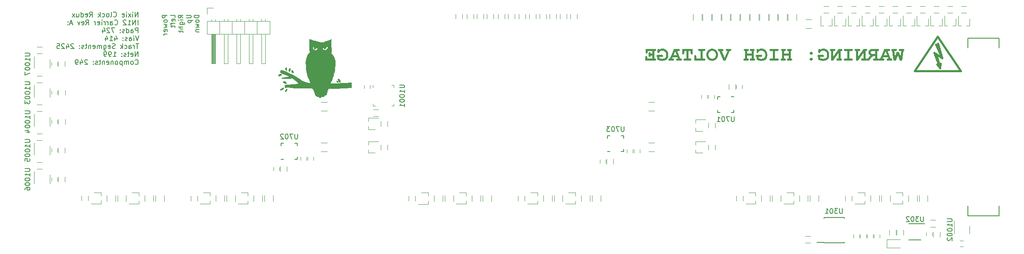
<source format=gbr>
%TF.GenerationSoftware,KiCad,Pcbnew,7.0.1*%
%TF.CreationDate,2023-08-11T20:05:16-05:00*%
%TF.ProjectId,IN12_carrier,494e3132-5f63-4617-9272-6965722e6b69,PRELIM*%
%TF.SameCoordinates,Original*%
%TF.FileFunction,Legend,Bot*%
%TF.FilePolarity,Positive*%
%FSLAX46Y46*%
G04 Gerber Fmt 4.6, Leading zero omitted, Abs format (unit mm)*
G04 Created by KiCad (PCBNEW 7.0.1) date 2023-08-11 20:05:16*
%MOMM*%
%LPD*%
G01*
G04 APERTURE LIST*
%ADD10C,0.400000*%
%ADD11C,0.150000*%
%ADD12C,0.120000*%
%ADD13C,0.152400*%
%ADD14C,0.010000*%
%ADD15C,0.381000*%
G04 APERTURE END LIST*
D10*
G36*
X213997379Y-92689339D02*
G01*
X214389389Y-93828000D01*
X214863464Y-93828000D01*
X215114790Y-91858425D01*
X215149412Y-91856390D01*
X215180736Y-91850285D01*
X215208763Y-91840110D01*
X215237293Y-91823095D01*
X215261336Y-91800540D01*
X215280465Y-91773176D01*
X215294895Y-91742376D01*
X215303525Y-91713242D01*
X215308703Y-91681583D01*
X215310429Y-91647399D01*
X215308162Y-91613242D01*
X215301361Y-91581660D01*
X215290027Y-91552654D01*
X215274159Y-91526224D01*
X215253757Y-91502371D01*
X215245949Y-91494992D01*
X215218428Y-91475071D01*
X215190811Y-91461618D01*
X215158937Y-91451028D01*
X215122805Y-91443300D01*
X215090834Y-91439179D01*
X215056138Y-91436889D01*
X215028328Y-91436374D01*
X214465593Y-91436374D01*
X214428853Y-91437289D01*
X214394839Y-91440037D01*
X214363549Y-91444617D01*
X214328268Y-91452917D01*
X214297245Y-91464080D01*
X214270480Y-91478105D01*
X214247972Y-91494992D01*
X214225810Y-91517987D01*
X214208233Y-91543558D01*
X214195242Y-91571705D01*
X214186835Y-91602428D01*
X214183014Y-91635727D01*
X214182759Y-91647399D01*
X214185052Y-91681583D01*
X214191930Y-91713242D01*
X214203393Y-91742376D01*
X214219442Y-91768987D01*
X214240075Y-91793072D01*
X214247972Y-91800540D01*
X214275493Y-91820212D01*
X214303109Y-91833496D01*
X214334984Y-91843954D01*
X214371116Y-91851585D01*
X214403087Y-91855655D01*
X214437783Y-91857916D01*
X214465593Y-91858425D01*
X214686144Y-91858425D01*
X214545460Y-92978767D01*
X214214267Y-92046004D01*
X213775362Y-92046004D01*
X213445635Y-92978767D01*
X213304951Y-91858425D01*
X213525502Y-91858425D01*
X213562241Y-91857521D01*
X213596256Y-91854807D01*
X213627546Y-91850285D01*
X213662826Y-91842088D01*
X213693849Y-91831065D01*
X213720615Y-91817216D01*
X213743122Y-91800540D01*
X213765284Y-91777296D01*
X213782861Y-91751527D01*
X213795853Y-91723234D01*
X213804259Y-91692416D01*
X213808080Y-91659074D01*
X213808335Y-91647399D01*
X213806043Y-91613242D01*
X213799165Y-91581660D01*
X213787701Y-91552654D01*
X213771653Y-91526224D01*
X213751019Y-91502371D01*
X213743122Y-91494992D01*
X213715602Y-91475071D01*
X213687985Y-91461618D01*
X213656111Y-91451028D01*
X213619979Y-91443300D01*
X213588008Y-91439179D01*
X213553312Y-91436889D01*
X213525502Y-91436374D01*
X212964965Y-91436374D01*
X212928237Y-91437289D01*
X212894256Y-91440037D01*
X212863024Y-91444617D01*
X212827847Y-91452917D01*
X212796964Y-91464080D01*
X212770374Y-91478105D01*
X212748077Y-91494992D01*
X212725915Y-91517987D01*
X212708338Y-91543558D01*
X212695346Y-91571705D01*
X212686940Y-91602428D01*
X212683119Y-91635727D01*
X212682864Y-91647399D01*
X212684693Y-91681583D01*
X212690180Y-91713242D01*
X212699325Y-91742376D01*
X212712127Y-91768987D01*
X212731687Y-91796841D01*
X212734888Y-91800540D01*
X212759502Y-91823095D01*
X212788463Y-91840110D01*
X212816747Y-91850285D01*
X212848226Y-91856390D01*
X212882899Y-91858425D01*
X213126165Y-93828000D01*
X213591448Y-93828000D01*
X213997379Y-92689339D01*
G37*
G36*
X212186773Y-91436889D02*
G01*
X212221469Y-91439179D01*
X212253440Y-91443300D01*
X212289572Y-91451028D01*
X212321446Y-91461618D01*
X212349063Y-91475071D01*
X212376584Y-91494992D01*
X212384480Y-91502371D01*
X212405114Y-91526224D01*
X212421163Y-91552654D01*
X212432626Y-91581660D01*
X212439504Y-91613242D01*
X212441796Y-91647399D01*
X212441542Y-91659074D01*
X212437721Y-91692416D01*
X212429314Y-91723234D01*
X212416323Y-91751527D01*
X212398746Y-91777296D01*
X212376584Y-91800540D01*
X212354076Y-91817216D01*
X212327310Y-91831065D01*
X212296288Y-91842088D01*
X212261007Y-91850285D01*
X212229717Y-91854807D01*
X212195703Y-91857521D01*
X212158963Y-91858425D01*
X211882725Y-91858425D01*
X212546577Y-93405948D01*
X212584381Y-93406864D01*
X212619392Y-93409612D01*
X212651609Y-93414191D01*
X212681032Y-93420602D01*
X212713883Y-93431193D01*
X212742370Y-93444645D01*
X212770792Y-93464566D01*
X212779043Y-93471945D01*
X212800604Y-93495799D01*
X212817374Y-93522228D01*
X212829353Y-93551234D01*
X212836540Y-93582816D01*
X212838935Y-93616974D01*
X212838681Y-93628649D01*
X212834859Y-93661991D01*
X212826453Y-93692808D01*
X212813462Y-93721101D01*
X212795885Y-93746870D01*
X212773722Y-93770114D01*
X212751426Y-93786790D01*
X212724836Y-93800640D01*
X212693952Y-93811663D01*
X212658776Y-93819859D01*
X212627543Y-93824382D01*
X212593563Y-93827095D01*
X212556835Y-93828000D01*
X211988237Y-93828000D01*
X211960427Y-93827491D01*
X211925732Y-93825230D01*
X211893761Y-93821160D01*
X211857629Y-93813528D01*
X211825754Y-93803070D01*
X211798137Y-93789786D01*
X211770617Y-93770114D01*
X211762720Y-93762646D01*
X211742086Y-93738561D01*
X211726038Y-93711951D01*
X211714575Y-93682816D01*
X211707697Y-93651157D01*
X211705404Y-93616974D01*
X211705659Y-93605302D01*
X211709480Y-93572002D01*
X211717886Y-93541279D01*
X211730878Y-93513132D01*
X211748455Y-93487561D01*
X211770617Y-93464566D01*
X211793125Y-93447679D01*
X211819890Y-93433654D01*
X211850913Y-93422491D01*
X211886194Y-93414191D01*
X211917483Y-93409612D01*
X211951498Y-93406864D01*
X211988237Y-93405948D01*
X212090819Y-93405948D01*
X211988237Y-93124580D01*
X210961685Y-93124580D01*
X210860568Y-93405948D01*
X210963883Y-93405948D01*
X210991693Y-93406463D01*
X211026389Y-93408753D01*
X211058360Y-93412874D01*
X211094492Y-93420602D01*
X211126366Y-93431193D01*
X211153983Y-93444645D01*
X211181503Y-93464566D01*
X211189311Y-93471945D01*
X211209713Y-93495799D01*
X211225582Y-93522228D01*
X211236916Y-93551234D01*
X211243717Y-93582816D01*
X211245983Y-93616974D01*
X211245732Y-93628649D01*
X211241953Y-93661991D01*
X211233642Y-93692808D01*
X211220796Y-93721101D01*
X211203417Y-93746870D01*
X211181503Y-93770114D01*
X211158996Y-93786790D01*
X211132230Y-93800640D01*
X211101207Y-93811663D01*
X211065927Y-93819859D01*
X211034637Y-93824382D01*
X211000622Y-93827095D01*
X210963883Y-93828000D01*
X210395286Y-93828000D01*
X210367488Y-93827491D01*
X210332850Y-93825230D01*
X210300982Y-93821160D01*
X210265043Y-93813528D01*
X210233433Y-93803070D01*
X210206153Y-93789786D01*
X210179131Y-93770114D01*
X210171323Y-93762646D01*
X210150921Y-93738561D01*
X210135052Y-93711951D01*
X210123718Y-93682816D01*
X210116917Y-93651157D01*
X210114651Y-93616974D01*
X210115020Y-93605221D01*
X210120558Y-93570720D01*
X210130250Y-93542835D01*
X210144558Y-93515737D01*
X210163481Y-93489426D01*
X210187019Y-93463902D01*
X210209173Y-93444050D01*
X210215521Y-93439436D01*
X210243961Y-93425631D01*
X210276041Y-93416701D01*
X210308205Y-93411306D01*
X210337492Y-93408329D01*
X210369938Y-93406543D01*
X210405544Y-93405948D01*
X210705701Y-92702528D01*
X211136807Y-92702528D01*
X211818977Y-92702528D01*
X211476793Y-91976394D01*
X211136807Y-92702528D01*
X210705701Y-92702528D01*
X211245983Y-91436374D01*
X212158963Y-91436374D01*
X212186773Y-91436889D01*
G37*
G36*
X209909453Y-91436889D02*
G01*
X209944149Y-91439179D01*
X209976120Y-91443300D01*
X210012252Y-91451028D01*
X210044126Y-91461618D01*
X210071743Y-91475071D01*
X210099263Y-91494992D01*
X210107071Y-91502371D01*
X210127473Y-91526224D01*
X210143341Y-91552654D01*
X210154676Y-91581660D01*
X210161477Y-91613242D01*
X210163743Y-91647399D01*
X210163492Y-91659074D01*
X210159713Y-91692416D01*
X210151401Y-91723234D01*
X210138556Y-91751527D01*
X210121176Y-91777296D01*
X210099263Y-91800540D01*
X210076755Y-91817216D01*
X210049990Y-91831065D01*
X210018967Y-91842088D01*
X209983687Y-91850285D01*
X209952397Y-91854807D01*
X209918382Y-91857521D01*
X209881643Y-91858425D01*
X209815697Y-91858425D01*
X209815697Y-93405948D01*
X209881643Y-93405948D01*
X209909067Y-93406463D01*
X209943327Y-93408753D01*
X209974955Y-93412874D01*
X210010786Y-93420602D01*
X210042503Y-93431193D01*
X210070106Y-93444645D01*
X210097798Y-93464566D01*
X210105783Y-93471945D01*
X210126649Y-93495799D01*
X210142878Y-93522228D01*
X210154470Y-93551234D01*
X210161425Y-93582816D01*
X210163743Y-93616974D01*
X210163492Y-93628649D01*
X210159713Y-93661991D01*
X210151401Y-93692808D01*
X210138556Y-93721101D01*
X210121176Y-93746870D01*
X210099263Y-93770114D01*
X210076755Y-93786790D01*
X210049990Y-93800640D01*
X210018967Y-93811663D01*
X209983687Y-93819859D01*
X209952397Y-93824382D01*
X209918382Y-93827095D01*
X209881643Y-93828000D01*
X209240505Y-93828000D01*
X209212702Y-93827491D01*
X209178035Y-93825230D01*
X209146115Y-93821160D01*
X209110080Y-93813528D01*
X209078338Y-93803070D01*
X209050889Y-93789786D01*
X209023618Y-93770114D01*
X209015721Y-93762646D01*
X208995087Y-93738561D01*
X208979039Y-93711951D01*
X208967575Y-93682816D01*
X208960698Y-93651157D01*
X208958405Y-93616974D01*
X208958660Y-93605302D01*
X208962481Y-93572002D01*
X208970887Y-93541279D01*
X208983879Y-93513132D01*
X209001456Y-93487561D01*
X209023618Y-93464566D01*
X209045914Y-93447679D01*
X209072505Y-93433654D01*
X209103388Y-93422491D01*
X209138565Y-93414191D01*
X209169797Y-93409612D01*
X209203777Y-93406864D01*
X209240505Y-93405948D01*
X209393646Y-93405948D01*
X209393646Y-92937002D01*
X208975258Y-92937002D01*
X208953974Y-92946966D01*
X208910377Y-92970356D01*
X208865406Y-92998360D01*
X208819061Y-93030978D01*
X208795373Y-93049017D01*
X208771342Y-93068210D01*
X208746967Y-93088556D01*
X208722249Y-93110056D01*
X208697187Y-93132709D01*
X208671782Y-93156515D01*
X208646034Y-93181475D01*
X208619942Y-93207589D01*
X208593506Y-93234856D01*
X208566727Y-93263276D01*
X208539605Y-93292850D01*
X208512139Y-93323577D01*
X208484330Y-93355458D01*
X208456177Y-93388493D01*
X208427681Y-93422680D01*
X208398841Y-93458022D01*
X208369658Y-93494516D01*
X208340131Y-93532165D01*
X208310261Y-93570966D01*
X208280047Y-93610922D01*
X208249490Y-93652030D01*
X208218590Y-93694292D01*
X208187346Y-93737708D01*
X208155758Y-93782277D01*
X208123827Y-93828000D01*
X207882759Y-93828000D01*
X207854962Y-93827491D01*
X207820324Y-93825230D01*
X207788456Y-93821160D01*
X207752517Y-93813528D01*
X207720907Y-93803070D01*
X207693627Y-93789786D01*
X207666605Y-93770114D01*
X207658796Y-93762646D01*
X207638394Y-93738561D01*
X207622526Y-93711951D01*
X207611192Y-93682816D01*
X207604391Y-93651157D01*
X207602124Y-93616974D01*
X207605396Y-93582146D01*
X207615210Y-93548555D01*
X207628387Y-93521507D01*
X207646108Y-93495318D01*
X207668373Y-93469987D01*
X207695181Y-93445515D01*
X207709721Y-93436242D01*
X207737971Y-93424650D01*
X207767416Y-93417115D01*
X207802228Y-93411512D01*
X207833941Y-93408421D01*
X207869089Y-93406566D01*
X207907672Y-93405948D01*
X207927473Y-93378204D01*
X207946759Y-93351394D01*
X207965529Y-93325517D01*
X207983784Y-93300572D01*
X208001524Y-93276561D01*
X208027169Y-93242294D01*
X208051653Y-93210126D01*
X208074979Y-93180058D01*
X208097146Y-93152089D01*
X208118153Y-93126219D01*
X208138001Y-93102449D01*
X208162662Y-93074022D01*
X208181641Y-93053465D01*
X208209842Y-93023511D01*
X208237721Y-92994612D01*
X208265277Y-92966770D01*
X208292512Y-92939984D01*
X208319425Y-92914254D01*
X208346016Y-92889580D01*
X208372284Y-92865963D01*
X208398231Y-92843401D01*
X208423856Y-92821896D01*
X208449159Y-92801447D01*
X208434756Y-92793810D01*
X208406637Y-92778332D01*
X208379435Y-92762578D01*
X208353148Y-92746549D01*
X208327778Y-92730246D01*
X208303323Y-92713668D01*
X208268358Y-92688286D01*
X208235454Y-92662286D01*
X208204610Y-92635667D01*
X208175828Y-92608430D01*
X208149106Y-92580575D01*
X208124445Y-92552102D01*
X208101845Y-92523010D01*
X208087826Y-92503186D01*
X208068493Y-92472957D01*
X208051195Y-92442135D01*
X208035933Y-92410721D01*
X208022705Y-92378714D01*
X208011512Y-92346115D01*
X208002354Y-92312923D01*
X207995232Y-92279139D01*
X207990144Y-92244762D01*
X207987092Y-92209793D01*
X207986074Y-92174231D01*
X207986369Y-92162508D01*
X208408126Y-92162508D01*
X208408389Y-92171950D01*
X208413458Y-92205134D01*
X208422938Y-92233745D01*
X208437157Y-92262510D01*
X208456117Y-92291430D01*
X208475537Y-92315648D01*
X208499469Y-92339529D01*
X208523070Y-92358403D01*
X208550634Y-92377070D01*
X208582158Y-92395532D01*
X208608401Y-92409242D01*
X208636872Y-92422837D01*
X208667572Y-92436316D01*
X208700500Y-92449679D01*
X208735655Y-92462926D01*
X208744716Y-92466127D01*
X208781730Y-92477914D01*
X208810302Y-92485687D01*
X208839570Y-92492545D01*
X208869533Y-92498489D01*
X208900192Y-92503519D01*
X208931546Y-92507634D01*
X208963596Y-92510835D01*
X208996341Y-92513121D01*
X209029782Y-92514493D01*
X209063918Y-92514950D01*
X209393646Y-92514950D01*
X209393646Y-91858425D01*
X208909312Y-91858425D01*
X208879090Y-91858800D01*
X208835485Y-91860769D01*
X208793953Y-91864424D01*
X208754495Y-91869767D01*
X208717111Y-91876798D01*
X208681801Y-91885515D01*
X208648564Y-91895920D01*
X208617401Y-91908012D01*
X208588311Y-91921792D01*
X208561295Y-91937259D01*
X208536353Y-91954413D01*
X208528464Y-91960428D01*
X208499413Y-91984802D01*
X208474368Y-92009681D01*
X208453331Y-92035063D01*
X208436301Y-92060949D01*
X208420648Y-92094015D01*
X208411256Y-92127867D01*
X208408126Y-92162508D01*
X207986369Y-92162508D01*
X207987036Y-92136038D01*
X207989921Y-92098577D01*
X207994730Y-92061849D01*
X208001461Y-92025854D01*
X208010117Y-91990591D01*
X208020696Y-91956061D01*
X208033198Y-91922264D01*
X208047623Y-91889200D01*
X208063972Y-91856868D01*
X208082245Y-91825269D01*
X208102441Y-91794403D01*
X208124560Y-91764270D01*
X208148603Y-91734869D01*
X208174569Y-91706201D01*
X208202458Y-91678266D01*
X208232271Y-91651063D01*
X208263830Y-91625065D01*
X208296957Y-91600745D01*
X208331653Y-91578102D01*
X208367917Y-91557136D01*
X208405750Y-91537848D01*
X208445151Y-91520237D01*
X208486121Y-91504303D01*
X208528660Y-91490046D01*
X208572766Y-91477466D01*
X208618442Y-91466564D01*
X208665686Y-91457339D01*
X208714498Y-91449792D01*
X208764879Y-91443921D01*
X208816828Y-91439728D01*
X208870346Y-91437212D01*
X208925432Y-91436374D01*
X209881643Y-91436374D01*
X209909453Y-91436889D01*
G37*
G36*
X206965383Y-92199877D02*
G01*
X206965383Y-93405948D01*
X206812976Y-93405948D01*
X206776248Y-93406864D01*
X206742267Y-93409612D01*
X206711035Y-93414191D01*
X206675858Y-93422491D01*
X206644975Y-93433654D01*
X206618385Y-93447679D01*
X206596088Y-93464566D01*
X206573926Y-93487561D01*
X206556349Y-93513132D01*
X206543357Y-93541279D01*
X206534951Y-93572002D01*
X206531130Y-93605302D01*
X206530875Y-93616974D01*
X206533168Y-93651157D01*
X206540046Y-93682816D01*
X206551509Y-93711951D01*
X206567558Y-93738561D01*
X206588191Y-93762646D01*
X206596088Y-93770114D01*
X206623359Y-93789786D01*
X206650808Y-93803070D01*
X206682550Y-93813528D01*
X206718585Y-93821160D01*
X206750505Y-93825230D01*
X206785172Y-93827491D01*
X206812976Y-93828000D01*
X207367651Y-93828000D01*
X207404391Y-93827095D01*
X207438405Y-93824382D01*
X207469695Y-93819859D01*
X207504976Y-93811663D01*
X207535999Y-93800640D01*
X207562764Y-93786790D01*
X207585272Y-93770114D01*
X207607185Y-93746870D01*
X207624564Y-93721101D01*
X207637410Y-93692808D01*
X207645722Y-93661991D01*
X207649500Y-93628649D01*
X207649752Y-93616974D01*
X207647511Y-93582816D01*
X207640787Y-93551234D01*
X207629582Y-93522228D01*
X207613894Y-93495799D01*
X207593724Y-93471945D01*
X207586004Y-93464566D01*
X207559403Y-93444645D01*
X207527959Y-93428846D01*
X207498055Y-93418828D01*
X207464789Y-93411672D01*
X207428160Y-93407379D01*
X207396435Y-93406005D01*
X207388168Y-93405948D01*
X207388168Y-91858425D01*
X207454113Y-91858425D01*
X207490853Y-91857521D01*
X207524867Y-91854807D01*
X207556157Y-91850285D01*
X207591438Y-91842088D01*
X207622460Y-91831065D01*
X207649226Y-91817216D01*
X207671734Y-91800540D01*
X207693647Y-91777296D01*
X207711026Y-91751527D01*
X207723872Y-91723234D01*
X207732184Y-91692416D01*
X207735962Y-91659074D01*
X207736214Y-91647399D01*
X207733947Y-91613242D01*
X207727146Y-91581660D01*
X207715812Y-91552654D01*
X207699944Y-91526224D01*
X207679542Y-91502371D01*
X207671734Y-91494992D01*
X207644213Y-91475071D01*
X207616597Y-91461618D01*
X207584722Y-91451028D01*
X207548590Y-91443300D01*
X207516619Y-91439179D01*
X207481923Y-91436889D01*
X207454113Y-91436374D01*
X206965383Y-91436374D01*
X205885341Y-93058635D01*
X205885341Y-91858425D01*
X206037749Y-91858425D01*
X206074660Y-91857521D01*
X206108824Y-91854807D01*
X206140239Y-91850285D01*
X206168907Y-91843954D01*
X206200878Y-91833496D01*
X206228556Y-91820212D01*
X206256102Y-91800540D01*
X206278015Y-91777296D01*
X206295395Y-91751527D01*
X206308240Y-91723234D01*
X206316552Y-91692416D01*
X206320330Y-91659074D01*
X206320582Y-91647399D01*
X206318315Y-91613242D01*
X206311515Y-91581660D01*
X206300180Y-91552654D01*
X206284312Y-91526224D01*
X206263910Y-91502371D01*
X206256102Y-91494992D01*
X206228556Y-91475071D01*
X206200878Y-91461618D01*
X206168907Y-91451028D01*
X206140239Y-91444617D01*
X206108824Y-91440037D01*
X206074660Y-91437289D01*
X206037749Y-91436374D01*
X205483806Y-91436374D01*
X205447078Y-91437289D01*
X205413098Y-91440037D01*
X205381865Y-91444617D01*
X205346689Y-91452917D01*
X205315805Y-91464080D01*
X205289215Y-91478105D01*
X205266919Y-91494992D01*
X205244756Y-91517987D01*
X205227179Y-91543558D01*
X205214188Y-91571705D01*
X205205782Y-91602428D01*
X205201960Y-91635727D01*
X205201706Y-91647399D01*
X205203947Y-91681583D01*
X205210670Y-91713242D01*
X205221876Y-91742376D01*
X205237564Y-91768987D01*
X205257734Y-91793072D01*
X205265453Y-91800540D01*
X205291754Y-91820212D01*
X205322846Y-91835814D01*
X205352417Y-91845706D01*
X205385314Y-91852772D01*
X205421539Y-91857012D01*
X205452915Y-91858369D01*
X205461092Y-91858425D01*
X205461092Y-93828000D01*
X205879480Y-93828000D01*
X206965383Y-92199877D01*
G37*
G36*
X203704741Y-91858425D02*
G01*
X203704741Y-93405948D01*
X203278293Y-93405948D01*
X203241565Y-93406864D01*
X203207585Y-93409612D01*
X203176352Y-93414191D01*
X203141176Y-93422491D01*
X203110292Y-93433654D01*
X203083702Y-93447679D01*
X203061406Y-93464566D01*
X203039243Y-93487561D01*
X203021667Y-93513132D01*
X203008675Y-93541279D01*
X203000269Y-93572002D01*
X202996448Y-93605302D01*
X202996193Y-93616974D01*
X202998485Y-93651157D01*
X203005363Y-93682816D01*
X203016827Y-93711951D01*
X203032875Y-93738561D01*
X203053509Y-93762646D01*
X203061406Y-93770114D01*
X203088677Y-93789786D01*
X203116126Y-93803070D01*
X203147868Y-93813528D01*
X203183903Y-93821160D01*
X203215822Y-93825230D01*
X203250490Y-93827491D01*
X203278293Y-93828000D01*
X204553974Y-93828000D01*
X204590713Y-93827095D01*
X204624728Y-93824382D01*
X204656018Y-93819859D01*
X204691298Y-93811663D01*
X204722321Y-93800640D01*
X204749086Y-93786790D01*
X204771594Y-93770114D01*
X204793507Y-93746870D01*
X204810887Y-93721101D01*
X204823732Y-93692808D01*
X204832044Y-93661991D01*
X204835822Y-93628649D01*
X204836074Y-93616974D01*
X204833807Y-93582816D01*
X204827007Y-93551234D01*
X204815672Y-93522228D01*
X204799804Y-93495799D01*
X204779402Y-93471945D01*
X204771594Y-93464566D01*
X204744074Y-93444645D01*
X204716457Y-93431193D01*
X204684583Y-93420602D01*
X204648451Y-93412874D01*
X204616480Y-93408753D01*
X204581784Y-93406463D01*
X204553974Y-93405948D01*
X204127526Y-93405948D01*
X204127526Y-91858425D01*
X204553974Y-91858425D01*
X204590713Y-91857521D01*
X204624728Y-91854807D01*
X204656018Y-91850285D01*
X204691298Y-91842088D01*
X204722321Y-91831065D01*
X204749086Y-91817216D01*
X204771594Y-91800540D01*
X204793507Y-91777296D01*
X204810887Y-91751527D01*
X204823732Y-91723234D01*
X204832044Y-91692416D01*
X204835822Y-91659074D01*
X204836074Y-91647399D01*
X204833807Y-91613242D01*
X204827007Y-91581660D01*
X204815672Y-91552654D01*
X204799804Y-91526224D01*
X204779402Y-91502371D01*
X204771594Y-91494992D01*
X204744074Y-91475071D01*
X204716457Y-91461618D01*
X204684583Y-91451028D01*
X204648451Y-91443300D01*
X204616480Y-91439179D01*
X204581784Y-91436889D01*
X204553974Y-91436374D01*
X203278293Y-91436374D01*
X203241565Y-91437289D01*
X203207585Y-91440037D01*
X203176352Y-91444617D01*
X203141176Y-91452917D01*
X203110292Y-91464080D01*
X203083702Y-91478105D01*
X203061406Y-91494992D01*
X203039243Y-91517987D01*
X203021667Y-91543558D01*
X203008675Y-91571705D01*
X203000269Y-91602428D01*
X202996448Y-91635727D01*
X202996193Y-91647399D01*
X202998485Y-91681583D01*
X203005363Y-91713242D01*
X203016827Y-91742376D01*
X203032875Y-91768987D01*
X203053509Y-91793072D01*
X203061406Y-91800540D01*
X203088677Y-91820212D01*
X203116126Y-91833496D01*
X203147868Y-91843954D01*
X203183903Y-91851585D01*
X203215822Y-91855655D01*
X203250490Y-91857916D01*
X203278293Y-91858425D01*
X203704741Y-91858425D01*
G37*
G36*
X201924211Y-92199877D02*
G01*
X201924211Y-93405948D01*
X201771803Y-93405948D01*
X201735075Y-93406864D01*
X201701095Y-93409612D01*
X201669863Y-93414191D01*
X201634686Y-93422491D01*
X201603802Y-93433654D01*
X201577212Y-93447679D01*
X201554916Y-93464566D01*
X201532754Y-93487561D01*
X201515177Y-93513132D01*
X201502185Y-93541279D01*
X201493779Y-93572002D01*
X201489958Y-93605302D01*
X201489703Y-93616974D01*
X201491996Y-93651157D01*
X201498873Y-93682816D01*
X201510337Y-93711951D01*
X201526385Y-93738561D01*
X201547019Y-93762646D01*
X201554916Y-93770114D01*
X201582187Y-93789786D01*
X201609636Y-93803070D01*
X201641378Y-93813528D01*
X201677413Y-93821160D01*
X201709333Y-93825230D01*
X201744000Y-93827491D01*
X201771803Y-93828000D01*
X202326479Y-93828000D01*
X202363218Y-93827095D01*
X202397233Y-93824382D01*
X202428523Y-93819859D01*
X202463803Y-93811663D01*
X202494826Y-93800640D01*
X202521592Y-93786790D01*
X202544099Y-93770114D01*
X202566012Y-93746870D01*
X202583392Y-93721101D01*
X202596238Y-93692808D01*
X202604549Y-93661991D01*
X202608328Y-93628649D01*
X202608579Y-93616974D01*
X202606338Y-93582816D01*
X202599615Y-93551234D01*
X202588409Y-93522228D01*
X202572721Y-93495799D01*
X202552551Y-93471945D01*
X202544832Y-93464566D01*
X202518231Y-93444645D01*
X202486786Y-93428846D01*
X202456883Y-93418828D01*
X202423617Y-93411672D01*
X202386988Y-93407379D01*
X202355263Y-93406005D01*
X202346995Y-93405948D01*
X202346995Y-91858425D01*
X202412941Y-91858425D01*
X202449680Y-91857521D01*
X202483695Y-91854807D01*
X202514985Y-91850285D01*
X202550265Y-91842088D01*
X202581288Y-91831065D01*
X202608053Y-91817216D01*
X202630561Y-91800540D01*
X202652474Y-91777296D01*
X202669854Y-91751527D01*
X202682699Y-91723234D01*
X202691011Y-91692416D01*
X202694789Y-91659074D01*
X202695041Y-91647399D01*
X202692774Y-91613242D01*
X202685974Y-91581660D01*
X202674639Y-91552654D01*
X202658771Y-91526224D01*
X202638369Y-91502371D01*
X202630561Y-91494992D01*
X202603041Y-91475071D01*
X202575424Y-91461618D01*
X202543550Y-91451028D01*
X202507418Y-91443300D01*
X202475447Y-91439179D01*
X202440751Y-91436889D01*
X202412941Y-91436374D01*
X201924211Y-91436374D01*
X200844169Y-93058635D01*
X200844169Y-91858425D01*
X200996577Y-91858425D01*
X201033488Y-91857521D01*
X201067651Y-91854807D01*
X201099067Y-91850285D01*
X201127735Y-91843954D01*
X201159706Y-91833496D01*
X201187384Y-91820212D01*
X201214930Y-91800540D01*
X201236843Y-91777296D01*
X201254222Y-91751527D01*
X201267068Y-91723234D01*
X201275380Y-91692416D01*
X201279158Y-91659074D01*
X201279410Y-91647399D01*
X201277143Y-91613242D01*
X201270342Y-91581660D01*
X201259008Y-91552654D01*
X201243140Y-91526224D01*
X201222738Y-91502371D01*
X201214930Y-91494992D01*
X201187384Y-91475071D01*
X201159706Y-91461618D01*
X201127735Y-91451028D01*
X201099067Y-91444617D01*
X201067651Y-91440037D01*
X201033488Y-91437289D01*
X200996577Y-91436374D01*
X200442634Y-91436374D01*
X200405906Y-91437289D01*
X200371926Y-91440037D01*
X200340693Y-91444617D01*
X200305516Y-91452917D01*
X200274633Y-91464080D01*
X200248043Y-91478105D01*
X200225746Y-91494992D01*
X200203584Y-91517987D01*
X200186007Y-91543558D01*
X200173015Y-91571705D01*
X200164609Y-91602428D01*
X200160788Y-91635727D01*
X200160533Y-91647399D01*
X200162774Y-91681583D01*
X200169498Y-91713242D01*
X200180703Y-91742376D01*
X200196391Y-91768987D01*
X200216561Y-91793072D01*
X200224281Y-91800540D01*
X200250582Y-91820212D01*
X200281674Y-91835814D01*
X200311244Y-91845706D01*
X200344142Y-91852772D01*
X200380367Y-91857012D01*
X200411743Y-91858369D01*
X200419919Y-91858425D01*
X200419919Y-93828000D01*
X200838307Y-93828000D01*
X201924211Y-92199877D01*
G37*
G36*
X197810673Y-93077685D02*
G01*
X197810673Y-93619172D01*
X197846150Y-93637218D01*
X197880958Y-93654537D01*
X197915095Y-93671130D01*
X197948563Y-93686995D01*
X197981361Y-93702133D01*
X198013490Y-93716545D01*
X198044949Y-93730229D01*
X198075737Y-93743186D01*
X198105857Y-93755416D01*
X198135306Y-93766920D01*
X198164086Y-93777696D01*
X198192196Y-93787745D01*
X198233105Y-93801456D01*
X198272507Y-93813531D01*
X198297937Y-93820672D01*
X198335865Y-93830362D01*
X198374359Y-93839099D01*
X198413419Y-93846883D01*
X198453047Y-93853714D01*
X198493241Y-93859591D01*
X198534002Y-93864516D01*
X198575330Y-93868487D01*
X198617224Y-93871505D01*
X198659685Y-93873570D01*
X198702713Y-93874682D01*
X198731713Y-93874894D01*
X198772010Y-93874536D01*
X198811935Y-93873463D01*
X198851488Y-93871674D01*
X198890669Y-93869170D01*
X198929478Y-93865950D01*
X198967915Y-93862014D01*
X199005979Y-93857363D01*
X199043672Y-93851996D01*
X199080992Y-93845914D01*
X199117941Y-93839116D01*
X199154517Y-93831603D01*
X199190721Y-93823374D01*
X199226553Y-93814430D01*
X199262014Y-93804770D01*
X199297101Y-93794394D01*
X199331817Y-93783303D01*
X199371541Y-93769792D01*
X199409655Y-93755637D01*
X199446160Y-93740838D01*
X199481054Y-93725395D01*
X199514338Y-93709307D01*
X199546012Y-93692576D01*
X199576076Y-93675201D01*
X199604530Y-93657182D01*
X199631374Y-93638519D01*
X199656608Y-93619212D01*
X199672536Y-93605983D01*
X199695724Y-93584892D01*
X199718578Y-93562010D01*
X199741096Y-93537339D01*
X199763280Y-93510877D01*
X199785129Y-93482625D01*
X199806643Y-93452582D01*
X199827822Y-93420749D01*
X199848666Y-93387126D01*
X199869175Y-93351712D01*
X199889349Y-93314508D01*
X199902613Y-93288711D01*
X199915301Y-93262230D01*
X199927171Y-93235359D01*
X199938222Y-93208100D01*
X199948454Y-93180451D01*
X199957868Y-93152412D01*
X199966463Y-93123985D01*
X199974240Y-93095168D01*
X199981198Y-93065962D01*
X199987337Y-93036366D01*
X199992658Y-93006382D01*
X199997161Y-92976008D01*
X200000844Y-92945245D01*
X200003709Y-92914092D01*
X200005756Y-92882551D01*
X200006984Y-92850620D01*
X200007393Y-92818300D01*
X200007393Y-92529605D01*
X200006386Y-92479931D01*
X200003363Y-92430927D01*
X199998326Y-92382592D01*
X199991273Y-92334928D01*
X199982206Y-92287933D01*
X199971123Y-92241608D01*
X199958025Y-92195953D01*
X199942913Y-92150967D01*
X199925785Y-92106651D01*
X199906643Y-92063005D01*
X199885485Y-92020029D01*
X199862313Y-91977723D01*
X199837125Y-91936086D01*
X199809923Y-91895119D01*
X199780705Y-91854822D01*
X199749473Y-91815194D01*
X199727613Y-91789003D01*
X199705266Y-91763643D01*
X199682430Y-91739114D01*
X199659107Y-91715417D01*
X199635295Y-91692552D01*
X199610996Y-91670518D01*
X199586208Y-91649315D01*
X199560932Y-91628944D01*
X199535169Y-91609404D01*
X199508917Y-91590696D01*
X199482178Y-91572819D01*
X199454950Y-91555774D01*
X199427235Y-91539560D01*
X199399031Y-91524178D01*
X199370339Y-91509627D01*
X199341160Y-91495908D01*
X199311492Y-91483020D01*
X199281336Y-91470963D01*
X199250693Y-91459739D01*
X199219561Y-91449345D01*
X199187941Y-91439783D01*
X199155834Y-91431053D01*
X199123238Y-91423154D01*
X199090154Y-91416086D01*
X199056583Y-91409850D01*
X199022523Y-91404445D01*
X198987975Y-91399872D01*
X198952939Y-91396131D01*
X198917416Y-91393221D01*
X198881404Y-91391142D01*
X198844904Y-91389895D01*
X198807916Y-91389479D01*
X198775648Y-91389891D01*
X198743688Y-91391128D01*
X198712038Y-91393188D01*
X198680696Y-91396073D01*
X198649664Y-91399783D01*
X198618941Y-91404317D01*
X198588527Y-91409675D01*
X198558422Y-91415857D01*
X198528627Y-91422864D01*
X198499140Y-91430695D01*
X198479654Y-91436374D01*
X198450532Y-91445578D01*
X198421694Y-91455608D01*
X198393139Y-91466461D01*
X198364868Y-91478139D01*
X198336879Y-91490641D01*
X198309174Y-91503968D01*
X198281753Y-91518119D01*
X198254615Y-91533094D01*
X198227760Y-91548893D01*
X198201189Y-91565517D01*
X198183632Y-91577057D01*
X198167864Y-91551916D01*
X198146942Y-91522240D01*
X198126133Y-91496961D01*
X198105439Y-91476078D01*
X198079733Y-91456157D01*
X198049122Y-91441319D01*
X198018768Y-91436374D01*
X197985134Y-91438640D01*
X197954024Y-91445441D01*
X197925439Y-91456775D01*
X197899379Y-91472644D01*
X197875843Y-91493046D01*
X197868558Y-91500854D01*
X197848886Y-91528176D01*
X197835602Y-91555747D01*
X197825144Y-91587682D01*
X197818813Y-91616373D01*
X197814291Y-91647857D01*
X197811577Y-91682135D01*
X197810673Y-91719207D01*
X197810673Y-91995445D01*
X197811589Y-92032540D01*
X197814337Y-92066886D01*
X197818916Y-92098485D01*
X197825327Y-92127337D01*
X197835918Y-92159537D01*
X197849370Y-92187443D01*
X197869291Y-92215264D01*
X197892484Y-92237426D01*
X197918098Y-92255003D01*
X197946133Y-92267995D01*
X197976590Y-92276401D01*
X198009468Y-92280222D01*
X198020966Y-92280477D01*
X198052362Y-92278338D01*
X198081794Y-92271922D01*
X198109263Y-92261228D01*
X198134768Y-92246256D01*
X198148461Y-92235780D01*
X198170498Y-92213028D01*
X198186196Y-92187237D01*
X198198647Y-92159494D01*
X198210170Y-92126547D01*
X198217337Y-92101691D01*
X198226217Y-92070822D01*
X198237346Y-92038124D01*
X198248989Y-92010166D01*
X198263224Y-91983539D01*
X198280352Y-91961007D01*
X198304249Y-91939489D01*
X198328767Y-91922266D01*
X198357472Y-91905686D01*
X198390362Y-91889751D01*
X198419688Y-91877466D01*
X198451694Y-91865594D01*
X198477456Y-91856960D01*
X198513176Y-91846312D01*
X198549996Y-91837084D01*
X198587915Y-91829276D01*
X198617075Y-91824352D01*
X198646854Y-91820226D01*
X198677250Y-91816899D01*
X198708265Y-91814370D01*
X198739899Y-91812640D01*
X198772150Y-91811708D01*
X198793995Y-91811531D01*
X198825153Y-91811903D01*
X198855796Y-91813019D01*
X198885923Y-91814879D01*
X198915536Y-91817484D01*
X198958989Y-91822786D01*
X199001282Y-91829763D01*
X199042417Y-91838414D01*
X199082392Y-91848739D01*
X199121208Y-91860739D01*
X199158865Y-91874414D01*
X199195362Y-91889762D01*
X199230701Y-91906785D01*
X199263353Y-91926008D01*
X199295364Y-91948505D01*
X199318952Y-91967527D01*
X199342179Y-91988390D01*
X199365045Y-92011095D01*
X199387551Y-92035642D01*
X199409696Y-92062031D01*
X199431480Y-92090262D01*
X199452904Y-92120335D01*
X199473967Y-92152249D01*
X199493871Y-92185224D01*
X199511817Y-92218753D01*
X199527805Y-92252836D01*
X199541836Y-92287472D01*
X199553909Y-92322662D01*
X199564024Y-92358407D01*
X199572181Y-92394704D01*
X199578381Y-92431556D01*
X199582622Y-92468962D01*
X199584906Y-92506921D01*
X199585341Y-92532535D01*
X199585341Y-92813903D01*
X199584574Y-92852515D01*
X199582273Y-92889947D01*
X199578438Y-92926200D01*
X199573068Y-92961273D01*
X199566165Y-92995168D01*
X199557727Y-93027883D01*
X199547755Y-93059419D01*
X199536249Y-93089775D01*
X199523208Y-93118953D01*
X199508634Y-93146951D01*
X199492525Y-93173770D01*
X199474883Y-93199410D01*
X199455706Y-93223871D01*
X199434995Y-93247152D01*
X199412750Y-93269254D01*
X199388970Y-93290177D01*
X199363428Y-93309875D01*
X199336076Y-93328302D01*
X199306916Y-93345458D01*
X199275947Y-93361343D01*
X199243169Y-93375958D01*
X199208582Y-93389301D01*
X199172186Y-93401374D01*
X199133981Y-93412176D01*
X199093967Y-93421707D01*
X199052144Y-93429968D01*
X199008512Y-93436957D01*
X198963072Y-93442676D01*
X198915822Y-93447124D01*
X198866764Y-93450301D01*
X198815896Y-93452207D01*
X198763220Y-93452842D01*
X198727062Y-93452508D01*
X198691310Y-93451503D01*
X198655964Y-93449829D01*
X198621025Y-93447484D01*
X198586492Y-93444470D01*
X198552366Y-93440787D01*
X198518646Y-93436433D01*
X198485333Y-93431410D01*
X198452426Y-93425717D01*
X198419925Y-93419355D01*
X198387831Y-93412322D01*
X198356144Y-93404620D01*
X198324862Y-93396248D01*
X198293988Y-93387206D01*
X198263519Y-93377495D01*
X198233457Y-93367113D01*
X198233457Y-93077685D01*
X198663569Y-93077685D01*
X198700480Y-93076781D01*
X198734644Y-93074068D01*
X198766059Y-93069545D01*
X198794727Y-93063214D01*
X198826698Y-93052756D01*
X198854376Y-93039472D01*
X198881922Y-93019800D01*
X198903835Y-92996556D01*
X198921215Y-92970787D01*
X198934060Y-92942494D01*
X198942372Y-92911677D01*
X198946150Y-92878335D01*
X198946402Y-92866660D01*
X198944135Y-92832502D01*
X198937335Y-92800920D01*
X198926000Y-92771914D01*
X198910132Y-92745485D01*
X198889730Y-92721631D01*
X198881922Y-92714252D01*
X198854376Y-92694331D01*
X198826698Y-92680879D01*
X198794727Y-92670288D01*
X198766059Y-92663877D01*
X198734644Y-92659297D01*
X198700480Y-92656550D01*
X198663569Y-92655634D01*
X197913988Y-92655634D01*
X197877248Y-92656550D01*
X197843234Y-92659297D01*
X197811944Y-92663877D01*
X197776663Y-92672177D01*
X197745640Y-92683340D01*
X197718875Y-92697365D01*
X197696367Y-92714252D01*
X197674205Y-92737247D01*
X197656628Y-92762818D01*
X197643637Y-92790965D01*
X197635230Y-92821688D01*
X197631409Y-92854988D01*
X197631154Y-92866660D01*
X197632726Y-92900843D01*
X197637440Y-92932502D01*
X197645297Y-92961637D01*
X197658435Y-92992436D01*
X197675851Y-93019800D01*
X197697329Y-93042355D01*
X197723295Y-93059370D01*
X197753749Y-93070845D01*
X197783425Y-93076272D01*
X197810673Y-93077685D01*
G37*
G36*
X196036004Y-92327371D02*
G01*
X196037332Y-92356795D01*
X196042728Y-92391836D01*
X196052273Y-92424945D01*
X196065969Y-92456121D01*
X196083815Y-92485366D01*
X196105811Y-92512679D01*
X196121001Y-92528139D01*
X196148890Y-92551359D01*
X196179891Y-92570643D01*
X196206933Y-92583237D01*
X196235968Y-92593312D01*
X196266994Y-92600868D01*
X196300013Y-92605906D01*
X196335023Y-92608424D01*
X196353276Y-92608739D01*
X196389294Y-92607480D01*
X196423343Y-92603702D01*
X196455423Y-92597405D01*
X196485533Y-92588589D01*
X196513675Y-92577255D01*
X196539847Y-92563402D01*
X196569793Y-92542543D01*
X196586284Y-92528139D01*
X196610559Y-92501986D01*
X196630719Y-92473900D01*
X196646766Y-92443882D01*
X196658698Y-92411933D01*
X196666515Y-92378051D01*
X196670218Y-92342238D01*
X196670547Y-92327371D01*
X196669231Y-92297948D01*
X196663882Y-92262907D01*
X196654419Y-92229798D01*
X196640841Y-92198622D01*
X196623149Y-92169377D01*
X196601342Y-92142064D01*
X196586284Y-92126604D01*
X196558184Y-92103384D01*
X196527007Y-92084100D01*
X196499850Y-92071506D01*
X196470724Y-92061431D01*
X196439629Y-92053875D01*
X196406565Y-92048837D01*
X196371531Y-92046319D01*
X196353276Y-92046004D01*
X196317269Y-92047263D01*
X196283254Y-92051041D01*
X196251232Y-92057338D01*
X196221202Y-92066154D01*
X196193163Y-92077488D01*
X196167117Y-92091341D01*
X196137361Y-92112200D01*
X196121001Y-92126604D01*
X196096515Y-92152757D01*
X196076179Y-92180843D01*
X196059993Y-92210860D01*
X196047957Y-92242810D01*
X196040072Y-92276692D01*
X196036336Y-92312505D01*
X196036004Y-92327371D01*
G37*
G36*
X196032341Y-93546632D02*
G01*
X196033669Y-93576055D01*
X196039064Y-93611096D01*
X196048610Y-93644205D01*
X196062305Y-93675382D01*
X196080151Y-93704626D01*
X196102147Y-93731939D01*
X196117337Y-93747399D01*
X196145226Y-93770619D01*
X196176227Y-93789903D01*
X196203270Y-93802497D01*
X196232304Y-93812572D01*
X196263331Y-93820128D01*
X196296349Y-93825166D01*
X196331360Y-93827685D01*
X196349612Y-93828000D01*
X196385630Y-93826740D01*
X196419679Y-93822962D01*
X196451759Y-93816665D01*
X196481870Y-93807849D01*
X196510011Y-93796515D01*
X196536183Y-93782662D01*
X196566129Y-93761803D01*
X196582620Y-93747399D01*
X196606895Y-93721246D01*
X196627056Y-93693160D01*
X196643102Y-93663143D01*
X196655034Y-93631193D01*
X196662852Y-93597312D01*
X196666555Y-93561498D01*
X196666884Y-93546632D01*
X196665567Y-93517208D01*
X196660218Y-93482167D01*
X196650755Y-93449059D01*
X196637177Y-93417882D01*
X196619485Y-93388637D01*
X196597679Y-93361324D01*
X196582620Y-93345864D01*
X196554520Y-93322644D01*
X196523343Y-93303360D01*
X196496187Y-93290766D01*
X196467061Y-93280691D01*
X196435965Y-93273135D01*
X196402901Y-93268098D01*
X196367867Y-93265579D01*
X196349612Y-93265264D01*
X196313605Y-93266523D01*
X196279591Y-93270301D01*
X196247568Y-93276598D01*
X196217538Y-93285414D01*
X196189500Y-93296748D01*
X196163453Y-93310602D01*
X196133697Y-93331460D01*
X196117337Y-93345864D01*
X196092851Y-93372018D01*
X196072515Y-93400103D01*
X196056329Y-93430121D01*
X196044293Y-93462070D01*
X196036408Y-93495952D01*
X196032673Y-93531765D01*
X196032341Y-93546632D01*
G37*
G36*
X190850484Y-92796318D02*
G01*
X191753206Y-92796318D01*
X191753206Y-93405948D01*
X191687260Y-93405948D01*
X191650532Y-93406864D01*
X191616552Y-93409612D01*
X191585320Y-93414191D01*
X191550143Y-93422491D01*
X191519260Y-93433654D01*
X191492670Y-93447679D01*
X191470373Y-93464566D01*
X191448211Y-93487561D01*
X191430634Y-93513132D01*
X191417642Y-93541279D01*
X191409236Y-93572002D01*
X191405415Y-93605302D01*
X191405160Y-93616974D01*
X191407453Y-93651157D01*
X191414331Y-93682816D01*
X191425794Y-93711951D01*
X191441842Y-93738561D01*
X191462476Y-93762646D01*
X191470373Y-93770114D01*
X191497644Y-93789786D01*
X191525093Y-93803070D01*
X191556835Y-93813528D01*
X191592870Y-93821160D01*
X191624790Y-93825230D01*
X191659457Y-93827491D01*
X191687260Y-93828000D01*
X192204567Y-93828000D01*
X192241306Y-93827095D01*
X192275321Y-93824382D01*
X192306611Y-93819859D01*
X192341891Y-93811663D01*
X192372914Y-93800640D01*
X192399679Y-93786790D01*
X192422187Y-93770114D01*
X192444100Y-93746870D01*
X192461480Y-93721101D01*
X192474325Y-93692808D01*
X192482637Y-93661991D01*
X192486415Y-93628649D01*
X192486667Y-93616974D01*
X192483112Y-93582146D01*
X192472448Y-93548555D01*
X192458130Y-93521507D01*
X192438874Y-93495318D01*
X192414681Y-93469987D01*
X192391772Y-93450341D01*
X192385551Y-93445515D01*
X192358743Y-93430098D01*
X192327282Y-93419897D01*
X192295082Y-93413521D01*
X192265406Y-93409812D01*
X192232250Y-93407339D01*
X192195614Y-93406102D01*
X192175990Y-93405948D01*
X192175990Y-91858425D01*
X192209453Y-91857012D01*
X192240233Y-91852772D01*
X192273627Y-91843954D01*
X192303156Y-91831065D01*
X192328822Y-91814107D01*
X192343785Y-91800540D01*
X192362959Y-91777296D01*
X192378166Y-91751527D01*
X192389406Y-91723234D01*
X192396679Y-91692416D01*
X192399985Y-91659074D01*
X192400205Y-91647399D01*
X192397938Y-91613242D01*
X192391138Y-91581660D01*
X192379803Y-91552654D01*
X192363935Y-91526224D01*
X192343533Y-91502371D01*
X192335725Y-91494992D01*
X192308205Y-91475071D01*
X192280588Y-91461618D01*
X192248714Y-91451028D01*
X192212582Y-91443300D01*
X192180611Y-91439179D01*
X192145915Y-91436889D01*
X192118105Y-91436374D01*
X191687260Y-91436374D01*
X191650532Y-91437289D01*
X191616552Y-91440037D01*
X191585320Y-91444617D01*
X191550143Y-91452917D01*
X191519260Y-91464080D01*
X191492670Y-91478105D01*
X191470373Y-91494992D01*
X191448211Y-91517987D01*
X191430634Y-91543558D01*
X191417642Y-91571705D01*
X191409236Y-91602428D01*
X191405415Y-91635727D01*
X191405160Y-91647399D01*
X191407453Y-91681583D01*
X191414331Y-91713242D01*
X191425794Y-91742376D01*
X191441842Y-91768987D01*
X191462476Y-91793072D01*
X191470373Y-91800540D01*
X191497644Y-91820212D01*
X191525093Y-91833496D01*
X191556835Y-91843954D01*
X191592870Y-91851585D01*
X191624790Y-91855655D01*
X191659457Y-91857916D01*
X191687260Y-91858425D01*
X191753206Y-91858425D01*
X191753206Y-92374266D01*
X190850484Y-92374266D01*
X190850484Y-91858425D01*
X190916430Y-91858425D01*
X190953170Y-91857521D01*
X190987184Y-91854807D01*
X191018474Y-91850285D01*
X191053754Y-91842088D01*
X191084777Y-91831065D01*
X191111543Y-91817216D01*
X191134050Y-91800540D01*
X191156213Y-91777296D01*
X191173790Y-91751527D01*
X191186781Y-91723234D01*
X191195187Y-91692416D01*
X191199009Y-91659074D01*
X191199263Y-91647399D01*
X191196971Y-91613242D01*
X191190093Y-91581660D01*
X191178630Y-91552654D01*
X191162581Y-91526224D01*
X191141947Y-91502371D01*
X191134050Y-91494992D01*
X191106530Y-91475071D01*
X191078913Y-91461618D01*
X191047039Y-91451028D01*
X191010907Y-91443300D01*
X190978936Y-91439179D01*
X190944240Y-91436889D01*
X190916430Y-91436374D01*
X190485586Y-91436374D01*
X190448858Y-91437289D01*
X190414877Y-91440037D01*
X190383645Y-91444617D01*
X190348468Y-91452917D01*
X190317585Y-91464080D01*
X190290995Y-91478105D01*
X190268698Y-91494992D01*
X190246536Y-91517987D01*
X190228959Y-91543558D01*
X190215967Y-91571705D01*
X190207561Y-91602428D01*
X190203740Y-91635727D01*
X190203485Y-91647399D01*
X190205494Y-91681583D01*
X190211522Y-91713242D01*
X190221569Y-91742376D01*
X190235634Y-91768987D01*
X190253717Y-91793072D01*
X190260638Y-91800540D01*
X190283728Y-91820212D01*
X190310681Y-91835814D01*
X190341499Y-91847346D01*
X190370132Y-91853846D01*
X190401448Y-91857521D01*
X190428433Y-91858425D01*
X190428433Y-93405948D01*
X190398944Y-93406283D01*
X190362771Y-93407771D01*
X190330194Y-93410450D01*
X190294527Y-93415473D01*
X190264477Y-93422357D01*
X190235832Y-93433073D01*
X190218140Y-93444050D01*
X190194441Y-93463902D01*
X190169260Y-93489426D01*
X190149017Y-93515737D01*
X190133711Y-93542835D01*
X190123343Y-93570720D01*
X190117418Y-93605221D01*
X190117023Y-93616974D01*
X190119316Y-93651157D01*
X190126194Y-93682816D01*
X190137657Y-93711951D01*
X190153705Y-93738561D01*
X190174339Y-93762646D01*
X190182236Y-93770114D01*
X190209507Y-93789786D01*
X190236956Y-93803070D01*
X190268698Y-93813528D01*
X190304733Y-93821160D01*
X190336653Y-93825230D01*
X190371320Y-93827491D01*
X190399124Y-93828000D01*
X190916430Y-93828000D01*
X190953170Y-93827095D01*
X190987184Y-93824382D01*
X191018474Y-93819859D01*
X191053754Y-93811663D01*
X191084777Y-93800640D01*
X191111543Y-93786790D01*
X191134050Y-93770114D01*
X191156213Y-93746870D01*
X191173790Y-93721101D01*
X191186781Y-93692808D01*
X191195187Y-93661991D01*
X191199009Y-93628649D01*
X191199263Y-93616974D01*
X191196945Y-93582816D01*
X191189990Y-93551234D01*
X191178398Y-93522228D01*
X191162169Y-93495799D01*
X191141303Y-93471945D01*
X191133318Y-93464566D01*
X191105600Y-93444645D01*
X191077937Y-93431193D01*
X191046123Y-93420602D01*
X191010159Y-93412874D01*
X190978400Y-93408753D01*
X190943985Y-93406463D01*
X190916430Y-93405948D01*
X190850484Y-93405948D01*
X190850484Y-92796318D01*
G37*
G36*
X188581224Y-91858425D02*
G01*
X188581224Y-93405948D01*
X188154776Y-93405948D01*
X188118048Y-93406864D01*
X188084068Y-93409612D01*
X188052835Y-93414191D01*
X188017659Y-93422491D01*
X187986775Y-93433654D01*
X187960185Y-93447679D01*
X187937889Y-93464566D01*
X187915726Y-93487561D01*
X187898149Y-93513132D01*
X187885158Y-93541279D01*
X187876752Y-93572002D01*
X187872930Y-93605302D01*
X187872676Y-93616974D01*
X187874968Y-93651157D01*
X187881846Y-93682816D01*
X187893309Y-93711951D01*
X187909358Y-93738561D01*
X187929992Y-93762646D01*
X187937889Y-93770114D01*
X187965160Y-93789786D01*
X187992608Y-93803070D01*
X188024351Y-93813528D01*
X188060386Y-93821160D01*
X188092305Y-93825230D01*
X188126973Y-93827491D01*
X188154776Y-93828000D01*
X189430457Y-93828000D01*
X189467196Y-93827095D01*
X189501211Y-93824382D01*
X189532500Y-93819859D01*
X189567781Y-93811663D01*
X189598804Y-93800640D01*
X189625569Y-93786790D01*
X189648077Y-93770114D01*
X189669990Y-93746870D01*
X189687370Y-93721101D01*
X189700215Y-93692808D01*
X189708527Y-93661991D01*
X189712305Y-93628649D01*
X189712557Y-93616974D01*
X189710290Y-93582816D01*
X189703490Y-93551234D01*
X189692155Y-93522228D01*
X189676287Y-93495799D01*
X189655885Y-93471945D01*
X189648077Y-93464566D01*
X189620557Y-93444645D01*
X189592940Y-93431193D01*
X189561065Y-93420602D01*
X189524933Y-93412874D01*
X189492962Y-93408753D01*
X189458267Y-93406463D01*
X189430457Y-93405948D01*
X189004009Y-93405948D01*
X189004009Y-91858425D01*
X189430457Y-91858425D01*
X189467196Y-91857521D01*
X189501211Y-91854807D01*
X189532500Y-91850285D01*
X189567781Y-91842088D01*
X189598804Y-91831065D01*
X189625569Y-91817216D01*
X189648077Y-91800540D01*
X189669990Y-91777296D01*
X189687370Y-91751527D01*
X189700215Y-91723234D01*
X189708527Y-91692416D01*
X189712305Y-91659074D01*
X189712557Y-91647399D01*
X189710290Y-91613242D01*
X189703490Y-91581660D01*
X189692155Y-91552654D01*
X189676287Y-91526224D01*
X189655885Y-91502371D01*
X189648077Y-91494992D01*
X189620557Y-91475071D01*
X189592940Y-91461618D01*
X189561065Y-91451028D01*
X189524933Y-91443300D01*
X189492962Y-91439179D01*
X189458267Y-91436889D01*
X189430457Y-91436374D01*
X188154776Y-91436374D01*
X188118048Y-91437289D01*
X188084068Y-91440037D01*
X188052835Y-91444617D01*
X188017659Y-91452917D01*
X187986775Y-91464080D01*
X187960185Y-91478105D01*
X187937889Y-91494992D01*
X187915726Y-91517987D01*
X187898149Y-91543558D01*
X187885158Y-91571705D01*
X187876752Y-91602428D01*
X187872930Y-91635727D01*
X187872676Y-91647399D01*
X187874968Y-91681583D01*
X187881846Y-91713242D01*
X187893309Y-91742376D01*
X187909358Y-91768987D01*
X187929992Y-91793072D01*
X187937889Y-91800540D01*
X187965160Y-91820212D01*
X187992608Y-91833496D01*
X188024351Y-91843954D01*
X188060386Y-91851585D01*
X188092305Y-91855655D01*
X188126973Y-91857916D01*
X188154776Y-91858425D01*
X188581224Y-91858425D01*
G37*
G36*
X185207742Y-93077685D02*
G01*
X185207742Y-93619172D01*
X185243219Y-93637218D01*
X185278027Y-93654537D01*
X185312164Y-93671130D01*
X185345632Y-93686995D01*
X185378431Y-93702133D01*
X185410559Y-93716545D01*
X185442018Y-93730229D01*
X185472807Y-93743186D01*
X185502926Y-93755416D01*
X185532375Y-93766920D01*
X185561155Y-93777696D01*
X185589265Y-93787745D01*
X185630174Y-93801456D01*
X185669576Y-93813531D01*
X185695006Y-93820672D01*
X185732934Y-93830362D01*
X185771428Y-93839099D01*
X185810489Y-93846883D01*
X185850116Y-93853714D01*
X185890310Y-93859591D01*
X185931071Y-93864516D01*
X185972399Y-93868487D01*
X186014293Y-93871505D01*
X186056754Y-93873570D01*
X186099782Y-93874682D01*
X186128782Y-93874894D01*
X186169079Y-93874536D01*
X186209004Y-93873463D01*
X186248557Y-93871674D01*
X186287738Y-93869170D01*
X186326547Y-93865950D01*
X186364984Y-93862014D01*
X186403048Y-93857363D01*
X186440741Y-93851996D01*
X186478061Y-93845914D01*
X186515010Y-93839116D01*
X186551586Y-93831603D01*
X186587790Y-93823374D01*
X186623623Y-93814430D01*
X186659083Y-93804770D01*
X186694171Y-93794394D01*
X186728886Y-93783303D01*
X186768610Y-93769792D01*
X186806725Y-93755637D01*
X186843229Y-93740838D01*
X186878123Y-93725395D01*
X186911407Y-93709307D01*
X186943081Y-93692576D01*
X186973145Y-93675201D01*
X187001599Y-93657182D01*
X187028443Y-93638519D01*
X187053677Y-93619212D01*
X187069605Y-93605983D01*
X187092794Y-93584892D01*
X187115647Y-93562010D01*
X187138165Y-93537339D01*
X187160349Y-93510877D01*
X187182198Y-93482625D01*
X187203712Y-93452582D01*
X187224891Y-93420749D01*
X187245735Y-93387126D01*
X187266244Y-93351712D01*
X187286418Y-93314508D01*
X187299682Y-93288711D01*
X187312370Y-93262230D01*
X187324240Y-93235359D01*
X187335291Y-93208100D01*
X187345523Y-93180451D01*
X187354937Y-93152412D01*
X187363532Y-93123985D01*
X187371309Y-93095168D01*
X187378267Y-93065962D01*
X187384407Y-93036366D01*
X187389727Y-93006382D01*
X187394230Y-92976008D01*
X187397913Y-92945245D01*
X187400778Y-92914092D01*
X187402825Y-92882551D01*
X187404053Y-92850620D01*
X187404462Y-92818300D01*
X187404462Y-92529605D01*
X187403455Y-92479931D01*
X187400432Y-92430927D01*
X187395395Y-92382592D01*
X187388342Y-92334928D01*
X187379275Y-92287933D01*
X187368192Y-92241608D01*
X187355095Y-92195953D01*
X187339982Y-92150967D01*
X187322855Y-92106651D01*
X187303712Y-92063005D01*
X187282554Y-92020029D01*
X187259382Y-91977723D01*
X187234194Y-91936086D01*
X187206992Y-91895119D01*
X187177774Y-91854822D01*
X187146542Y-91815194D01*
X187124682Y-91789003D01*
X187102335Y-91763643D01*
X187079499Y-91739114D01*
X187056176Y-91715417D01*
X187032364Y-91692552D01*
X187008065Y-91670518D01*
X186983277Y-91649315D01*
X186958002Y-91628944D01*
X186932238Y-91609404D01*
X186905986Y-91590696D01*
X186879247Y-91572819D01*
X186852019Y-91555774D01*
X186824304Y-91539560D01*
X186796100Y-91524178D01*
X186767408Y-91509627D01*
X186738229Y-91495908D01*
X186708561Y-91483020D01*
X186678405Y-91470963D01*
X186647762Y-91459739D01*
X186616630Y-91449345D01*
X186585010Y-91439783D01*
X186552903Y-91431053D01*
X186520307Y-91423154D01*
X186487223Y-91416086D01*
X186453652Y-91409850D01*
X186419592Y-91404445D01*
X186385044Y-91399872D01*
X186350009Y-91396131D01*
X186314485Y-91393221D01*
X186278473Y-91391142D01*
X186241973Y-91389895D01*
X186204986Y-91389479D01*
X186172717Y-91389891D01*
X186140757Y-91391128D01*
X186109107Y-91393188D01*
X186077766Y-91396073D01*
X186046733Y-91399783D01*
X186016010Y-91404317D01*
X185985596Y-91409675D01*
X185955491Y-91415857D01*
X185925696Y-91422864D01*
X185896209Y-91430695D01*
X185876723Y-91436374D01*
X185847601Y-91445578D01*
X185818763Y-91455608D01*
X185790208Y-91466461D01*
X185761937Y-91478139D01*
X185733948Y-91490641D01*
X185706244Y-91503968D01*
X185678822Y-91518119D01*
X185651684Y-91533094D01*
X185624829Y-91548893D01*
X185598258Y-91565517D01*
X185580701Y-91577057D01*
X185564934Y-91551916D01*
X185544011Y-91522240D01*
X185523202Y-91496961D01*
X185502509Y-91476078D01*
X185476802Y-91456157D01*
X185446191Y-91441319D01*
X185415837Y-91436374D01*
X185382203Y-91438640D01*
X185351093Y-91445441D01*
X185322508Y-91456775D01*
X185296448Y-91472644D01*
X185272912Y-91493046D01*
X185265628Y-91500854D01*
X185245956Y-91528176D01*
X185232671Y-91555747D01*
X185222213Y-91587682D01*
X185215882Y-91616373D01*
X185211360Y-91647857D01*
X185208646Y-91682135D01*
X185207742Y-91719207D01*
X185207742Y-91995445D01*
X185208658Y-92032540D01*
X185211406Y-92066886D01*
X185215985Y-92098485D01*
X185222397Y-92127337D01*
X185232987Y-92159537D01*
X185246439Y-92187443D01*
X185266360Y-92215264D01*
X185289553Y-92237426D01*
X185315167Y-92255003D01*
X185343202Y-92267995D01*
X185373659Y-92276401D01*
X185406538Y-92280222D01*
X185418035Y-92280477D01*
X185449431Y-92278338D01*
X185478863Y-92271922D01*
X185506332Y-92261228D01*
X185531837Y-92246256D01*
X185545530Y-92235780D01*
X185567568Y-92213028D01*
X185583265Y-92187237D01*
X185595716Y-92159494D01*
X185607239Y-92126547D01*
X185614406Y-92101691D01*
X185623286Y-92070822D01*
X185634415Y-92038124D01*
X185646058Y-92010166D01*
X185660293Y-91983539D01*
X185677421Y-91961007D01*
X185701318Y-91939489D01*
X185725836Y-91922266D01*
X185754541Y-91905686D01*
X185787431Y-91889751D01*
X185816757Y-91877466D01*
X185848763Y-91865594D01*
X185874525Y-91856960D01*
X185910245Y-91846312D01*
X185947065Y-91837084D01*
X185984984Y-91829276D01*
X186014144Y-91824352D01*
X186043923Y-91820226D01*
X186074319Y-91816899D01*
X186105334Y-91814370D01*
X186136968Y-91812640D01*
X186169219Y-91811708D01*
X186191064Y-91811531D01*
X186222222Y-91811903D01*
X186252865Y-91813019D01*
X186282993Y-91814879D01*
X186312605Y-91817484D01*
X186356058Y-91822786D01*
X186398351Y-91829763D01*
X186439486Y-91838414D01*
X186479461Y-91848739D01*
X186518277Y-91860739D01*
X186555934Y-91874414D01*
X186592432Y-91889762D01*
X186627770Y-91906785D01*
X186660422Y-91926008D01*
X186692433Y-91948505D01*
X186716021Y-91967527D01*
X186739248Y-91988390D01*
X186762114Y-92011095D01*
X186784620Y-92035642D01*
X186806765Y-92062031D01*
X186828549Y-92090262D01*
X186849973Y-92120335D01*
X186871036Y-92152249D01*
X186890940Y-92185224D01*
X186908886Y-92218753D01*
X186924874Y-92252836D01*
X186938905Y-92287472D01*
X186950978Y-92322662D01*
X186961093Y-92358407D01*
X186969250Y-92394704D01*
X186975450Y-92431556D01*
X186979691Y-92468962D01*
X186981975Y-92506921D01*
X186982411Y-92532535D01*
X186982411Y-92813903D01*
X186981643Y-92852515D01*
X186979342Y-92889947D01*
X186975507Y-92926200D01*
X186970137Y-92961273D01*
X186963234Y-92995168D01*
X186954796Y-93027883D01*
X186944824Y-93059419D01*
X186933318Y-93089775D01*
X186920277Y-93118953D01*
X186905703Y-93146951D01*
X186889594Y-93173770D01*
X186871952Y-93199410D01*
X186852775Y-93223871D01*
X186832064Y-93247152D01*
X186809819Y-93269254D01*
X186786039Y-93290177D01*
X186760497Y-93309875D01*
X186733145Y-93328302D01*
X186703985Y-93345458D01*
X186673016Y-93361343D01*
X186640238Y-93375958D01*
X186605651Y-93389301D01*
X186569255Y-93401374D01*
X186531050Y-93412176D01*
X186491036Y-93421707D01*
X186449213Y-93429968D01*
X186405581Y-93436957D01*
X186360141Y-93442676D01*
X186312891Y-93447124D01*
X186263833Y-93450301D01*
X186212965Y-93452207D01*
X186160289Y-93452842D01*
X186124131Y-93452508D01*
X186088379Y-93451503D01*
X186053033Y-93449829D01*
X186018094Y-93447484D01*
X185983561Y-93444470D01*
X185949435Y-93440787D01*
X185915715Y-93436433D01*
X185882402Y-93431410D01*
X185849495Y-93425717D01*
X185816994Y-93419355D01*
X185784900Y-93412322D01*
X185753213Y-93404620D01*
X185721931Y-93396248D01*
X185691057Y-93387206D01*
X185660588Y-93377495D01*
X185630526Y-93367113D01*
X185630526Y-93077685D01*
X186060638Y-93077685D01*
X186097549Y-93076781D01*
X186131713Y-93074068D01*
X186163128Y-93069545D01*
X186191796Y-93063214D01*
X186223767Y-93052756D01*
X186251445Y-93039472D01*
X186278991Y-93019800D01*
X186300904Y-92996556D01*
X186318284Y-92970787D01*
X186331129Y-92942494D01*
X186339441Y-92911677D01*
X186343219Y-92878335D01*
X186343471Y-92866660D01*
X186341204Y-92832502D01*
X186334404Y-92800920D01*
X186323069Y-92771914D01*
X186307201Y-92745485D01*
X186286799Y-92721631D01*
X186278991Y-92714252D01*
X186251445Y-92694331D01*
X186223767Y-92680879D01*
X186191796Y-92670288D01*
X186163128Y-92663877D01*
X186131713Y-92659297D01*
X186097549Y-92656550D01*
X186060638Y-92655634D01*
X185311057Y-92655634D01*
X185274317Y-92656550D01*
X185240303Y-92659297D01*
X185209013Y-92663877D01*
X185173732Y-92672177D01*
X185142709Y-92683340D01*
X185115944Y-92697365D01*
X185093436Y-92714252D01*
X185071274Y-92737247D01*
X185053697Y-92762818D01*
X185040706Y-92790965D01*
X185032299Y-92821688D01*
X185028478Y-92854988D01*
X185028224Y-92866660D01*
X185029795Y-92900843D01*
X185034509Y-92932502D01*
X185042366Y-92961637D01*
X185055504Y-92992436D01*
X185072920Y-93019800D01*
X185094398Y-93042355D01*
X185120364Y-93059370D01*
X185150818Y-93070845D01*
X185180494Y-93076272D01*
X185207742Y-93077685D01*
G37*
G36*
X183288726Y-92796318D02*
G01*
X184191448Y-92796318D01*
X184191448Y-93405948D01*
X184125502Y-93405948D01*
X184088774Y-93406864D01*
X184054794Y-93409612D01*
X184023561Y-93414191D01*
X183988384Y-93422491D01*
X183957501Y-93433654D01*
X183930911Y-93447679D01*
X183908614Y-93464566D01*
X183886452Y-93487561D01*
X183868875Y-93513132D01*
X183855884Y-93541279D01*
X183847477Y-93572002D01*
X183843656Y-93605302D01*
X183843401Y-93616974D01*
X183845694Y-93651157D01*
X183852572Y-93682816D01*
X183864035Y-93711951D01*
X183880084Y-93738561D01*
X183900717Y-93762646D01*
X183908614Y-93770114D01*
X183935886Y-93789786D01*
X183963334Y-93803070D01*
X183995076Y-93813528D01*
X184031112Y-93821160D01*
X184063031Y-93825230D01*
X184097698Y-93827491D01*
X184125502Y-93828000D01*
X184642808Y-93828000D01*
X184679548Y-93827095D01*
X184713562Y-93824382D01*
X184744852Y-93819859D01*
X184780133Y-93811663D01*
X184811156Y-93800640D01*
X184837921Y-93786790D01*
X184860429Y-93770114D01*
X184882342Y-93746870D01*
X184899721Y-93721101D01*
X184912567Y-93692808D01*
X184920879Y-93661991D01*
X184924657Y-93628649D01*
X184924909Y-93616974D01*
X184921354Y-93582146D01*
X184910689Y-93548555D01*
X184896371Y-93521507D01*
X184877115Y-93495318D01*
X184852922Y-93469987D01*
X184830013Y-93450341D01*
X184823792Y-93445515D01*
X184796985Y-93430098D01*
X184765523Y-93419897D01*
X184733323Y-93413521D01*
X184703648Y-93409812D01*
X184670492Y-93407339D01*
X184633855Y-93406102D01*
X184614232Y-93405948D01*
X184614232Y-91858425D01*
X184647695Y-91857012D01*
X184678474Y-91852772D01*
X184711868Y-91843954D01*
X184741397Y-91831065D01*
X184767063Y-91814107D01*
X184782027Y-91800540D01*
X184801201Y-91777296D01*
X184816408Y-91751527D01*
X184827648Y-91723234D01*
X184834921Y-91692416D01*
X184838226Y-91659074D01*
X184838447Y-91647399D01*
X184836180Y-91613242D01*
X184829379Y-91581660D01*
X184818045Y-91552654D01*
X184802177Y-91526224D01*
X184781775Y-91502371D01*
X184773967Y-91494992D01*
X184746446Y-91475071D01*
X184718830Y-91461618D01*
X184686955Y-91451028D01*
X184650823Y-91443300D01*
X184618852Y-91439179D01*
X184584156Y-91436889D01*
X184556346Y-91436374D01*
X184125502Y-91436374D01*
X184088774Y-91437289D01*
X184054794Y-91440037D01*
X184023561Y-91444617D01*
X183988384Y-91452917D01*
X183957501Y-91464080D01*
X183930911Y-91478105D01*
X183908614Y-91494992D01*
X183886452Y-91517987D01*
X183868875Y-91543558D01*
X183855884Y-91571705D01*
X183847477Y-91602428D01*
X183843656Y-91635727D01*
X183843401Y-91647399D01*
X183845694Y-91681583D01*
X183852572Y-91713242D01*
X183864035Y-91742376D01*
X183880084Y-91768987D01*
X183900717Y-91793072D01*
X183908614Y-91800540D01*
X183935886Y-91820212D01*
X183963334Y-91833496D01*
X183995076Y-91843954D01*
X184031112Y-91851585D01*
X184063031Y-91855655D01*
X184097698Y-91857916D01*
X184125502Y-91858425D01*
X184191448Y-91858425D01*
X184191448Y-92374266D01*
X183288726Y-92374266D01*
X183288726Y-91858425D01*
X183354672Y-91858425D01*
X183391411Y-91857521D01*
X183425426Y-91854807D01*
X183456715Y-91850285D01*
X183491996Y-91842088D01*
X183523019Y-91831065D01*
X183549784Y-91817216D01*
X183572292Y-91800540D01*
X183594454Y-91777296D01*
X183612031Y-91751527D01*
X183625023Y-91723234D01*
X183633429Y-91692416D01*
X183637250Y-91659074D01*
X183637505Y-91647399D01*
X183635212Y-91613242D01*
X183628334Y-91581660D01*
X183616871Y-91552654D01*
X183600823Y-91526224D01*
X183580189Y-91502371D01*
X183572292Y-91494992D01*
X183544772Y-91475071D01*
X183517155Y-91461618D01*
X183485280Y-91451028D01*
X183449148Y-91443300D01*
X183417177Y-91439179D01*
X183382482Y-91436889D01*
X183354672Y-91436374D01*
X182923827Y-91436374D01*
X182887099Y-91437289D01*
X182853119Y-91440037D01*
X182821886Y-91444617D01*
X182786710Y-91452917D01*
X182755826Y-91464080D01*
X182729236Y-91478105D01*
X182706939Y-91494992D01*
X182684777Y-91517987D01*
X182667200Y-91543558D01*
X182654209Y-91571705D01*
X182645802Y-91602428D01*
X182641981Y-91635727D01*
X182641727Y-91647399D01*
X182643736Y-91681583D01*
X182649764Y-91713242D01*
X182659810Y-91742376D01*
X182673875Y-91768987D01*
X182691959Y-91793072D01*
X182698879Y-91800540D01*
X182721969Y-91820212D01*
X182748923Y-91835814D01*
X182779740Y-91847346D01*
X182808373Y-91853846D01*
X182839689Y-91857521D01*
X182866674Y-91858425D01*
X182866674Y-93405948D01*
X182837186Y-93406283D01*
X182801013Y-93407771D01*
X182768435Y-93410450D01*
X182732768Y-93415473D01*
X182702718Y-93422357D01*
X182674073Y-93433073D01*
X182656381Y-93444050D01*
X182632682Y-93463902D01*
X182607502Y-93489426D01*
X182587259Y-93515737D01*
X182571953Y-93542835D01*
X182561584Y-93570720D01*
X182555660Y-93605221D01*
X182555265Y-93616974D01*
X182557557Y-93651157D01*
X182564435Y-93682816D01*
X182575898Y-93711951D01*
X182591947Y-93738561D01*
X182612581Y-93762646D01*
X182620478Y-93770114D01*
X182647749Y-93789786D01*
X182675197Y-93803070D01*
X182706939Y-93813528D01*
X182742975Y-93821160D01*
X182774894Y-93825230D01*
X182809562Y-93827491D01*
X182837365Y-93828000D01*
X183354672Y-93828000D01*
X183391411Y-93827095D01*
X183425426Y-93824382D01*
X183456715Y-93819859D01*
X183491996Y-93811663D01*
X183523019Y-93800640D01*
X183549784Y-93786790D01*
X183572292Y-93770114D01*
X183594454Y-93746870D01*
X183612031Y-93721101D01*
X183625023Y-93692808D01*
X183633429Y-93661991D01*
X183637250Y-93628649D01*
X183637505Y-93616974D01*
X183635186Y-93582816D01*
X183628231Y-93551234D01*
X183616639Y-93522228D01*
X183600410Y-93495799D01*
X183579545Y-93471945D01*
X183571559Y-93464566D01*
X183543841Y-93444645D01*
X183516178Y-93431193D01*
X183484364Y-93420602D01*
X183448401Y-93412874D01*
X183416641Y-93408753D01*
X183382226Y-93406463D01*
X183354672Y-93405948D01*
X183288726Y-93405948D01*
X183288726Y-92796318D01*
G37*
G36*
X178711371Y-93238153D02*
G01*
X178099542Y-91858425D01*
X178196263Y-91858425D01*
X178233002Y-91857521D01*
X178267017Y-91854807D01*
X178298306Y-91850285D01*
X178333587Y-91842088D01*
X178364610Y-91831065D01*
X178391375Y-91817216D01*
X178413883Y-91800540D01*
X178435796Y-91777296D01*
X178453176Y-91751527D01*
X178466021Y-91723234D01*
X178474333Y-91692416D01*
X178478111Y-91659074D01*
X178478363Y-91647399D01*
X178476096Y-91613242D01*
X178469296Y-91581660D01*
X178457961Y-91552654D01*
X178442093Y-91526224D01*
X178421691Y-91502371D01*
X178413883Y-91494992D01*
X178386363Y-91475071D01*
X178358746Y-91461618D01*
X178326871Y-91451028D01*
X178290739Y-91443300D01*
X178258768Y-91439179D01*
X178224073Y-91436889D01*
X178196263Y-91436374D01*
X177629863Y-91436374D01*
X177592964Y-91437289D01*
X177558835Y-91440037D01*
X177527476Y-91444617D01*
X177492174Y-91452917D01*
X177461201Y-91464080D01*
X177434558Y-91478105D01*
X177412243Y-91494992D01*
X177390081Y-91517987D01*
X177372504Y-91543558D01*
X177359512Y-91571705D01*
X177351106Y-91602428D01*
X177347285Y-91635727D01*
X177347030Y-91647399D01*
X177350508Y-91682253D01*
X177358719Y-91710392D01*
X177371760Y-91737708D01*
X177389631Y-91764202D01*
X177412332Y-91789872D01*
X177433970Y-91809816D01*
X177445949Y-91819591D01*
X177471519Y-91834722D01*
X177500971Y-91844734D01*
X177530828Y-91850992D01*
X177565514Y-91855353D01*
X177596741Y-91857477D01*
X177631059Y-91858387D01*
X177640122Y-91858425D01*
X178507672Y-93828000D01*
X178913604Y-93828000D01*
X179778956Y-91858425D01*
X179814391Y-91857807D01*
X179846688Y-91855952D01*
X179875848Y-91852861D01*
X179907887Y-91847258D01*
X179939864Y-91837985D01*
X179968249Y-91823649D01*
X179974595Y-91818858D01*
X179997779Y-91799349D01*
X180022412Y-91774190D01*
X180042215Y-91748172D01*
X180057188Y-91721296D01*
X180067331Y-91693561D01*
X180073127Y-91659146D01*
X180073513Y-91647399D01*
X180071220Y-91613242D01*
X180064343Y-91581660D01*
X180052879Y-91552654D01*
X180036831Y-91526224D01*
X180016197Y-91502371D01*
X180008300Y-91494992D01*
X179981029Y-91475071D01*
X179953580Y-91461618D01*
X179921838Y-91451028D01*
X179885803Y-91443300D01*
X179853883Y-91439179D01*
X179819216Y-91436889D01*
X179791413Y-91436374D01*
X179220617Y-91436374D01*
X179184233Y-91437289D01*
X179150550Y-91440037D01*
X179119569Y-91444617D01*
X179084643Y-91452917D01*
X179053939Y-91464080D01*
X179027456Y-91478105D01*
X179005195Y-91494992D01*
X178983033Y-91517987D01*
X178965456Y-91543558D01*
X178952464Y-91571705D01*
X178944058Y-91602428D01*
X178940237Y-91635727D01*
X178939982Y-91647399D01*
X178942249Y-91681583D01*
X178949050Y-91713242D01*
X178960384Y-91742376D01*
X178976252Y-91768987D01*
X178996654Y-91793072D01*
X179004462Y-91800540D01*
X179031484Y-91820212D01*
X179058765Y-91833496D01*
X179090375Y-91843954D01*
X179126313Y-91851585D01*
X179158181Y-91855655D01*
X179192820Y-91857916D01*
X179220617Y-91858425D01*
X179319535Y-91858425D01*
X178711371Y-93238153D01*
G37*
G36*
X176241111Y-91390630D02*
G01*
X176292989Y-91394081D01*
X176344220Y-91399834D01*
X176394804Y-91407889D01*
X176444741Y-91418244D01*
X176494031Y-91430901D01*
X176542675Y-91445859D01*
X176590671Y-91463118D01*
X176638021Y-91482679D01*
X176684724Y-91504540D01*
X176730780Y-91528703D01*
X176776189Y-91555167D01*
X176820951Y-91583932D01*
X176865067Y-91614999D01*
X176908535Y-91648367D01*
X176951357Y-91684036D01*
X176977233Y-91707189D01*
X177002287Y-91730762D01*
X177026520Y-91754753D01*
X177049932Y-91779165D01*
X177072522Y-91803995D01*
X177094290Y-91829245D01*
X177115238Y-91854914D01*
X177135363Y-91881002D01*
X177154667Y-91907510D01*
X177173150Y-91934437D01*
X177190812Y-91961784D01*
X177207651Y-91989549D01*
X177223670Y-92017734D01*
X177238867Y-92046339D01*
X177253242Y-92075362D01*
X177266796Y-92104805D01*
X177279529Y-92134667D01*
X177291440Y-92164949D01*
X177302530Y-92195650D01*
X177312798Y-92226770D01*
X177322245Y-92258310D01*
X177330870Y-92290268D01*
X177338674Y-92322647D01*
X177345656Y-92355444D01*
X177351817Y-92388661D01*
X177357157Y-92422297D01*
X177361675Y-92456352D01*
X177365371Y-92490827D01*
X177368246Y-92525721D01*
X177370300Y-92561035D01*
X177371532Y-92596767D01*
X177371943Y-92632919D01*
X177371532Y-92669070D01*
X177370300Y-92704798D01*
X177368246Y-92740104D01*
X177365371Y-92774988D01*
X177361675Y-92809450D01*
X177357157Y-92843490D01*
X177351817Y-92877107D01*
X177345656Y-92910303D01*
X177338674Y-92943076D01*
X177330870Y-92975427D01*
X177322245Y-93007356D01*
X177312798Y-93038862D01*
X177302530Y-93069947D01*
X177291440Y-93100609D01*
X177279529Y-93130849D01*
X177266796Y-93160667D01*
X177253242Y-93190063D01*
X177238867Y-93219036D01*
X177223670Y-93247588D01*
X177207651Y-93275717D01*
X177190812Y-93303424D01*
X177173150Y-93330709D01*
X177154667Y-93357571D01*
X177135363Y-93384012D01*
X177115238Y-93410030D01*
X177094290Y-93435626D01*
X177072522Y-93460800D01*
X177049932Y-93485552D01*
X177026520Y-93509882D01*
X177002287Y-93533789D01*
X176977233Y-93557274D01*
X176951357Y-93580337D01*
X176908535Y-93616006D01*
X176865067Y-93649374D01*
X176820951Y-93680441D01*
X176776189Y-93709206D01*
X176730780Y-93735670D01*
X176684724Y-93759833D01*
X176638021Y-93781694D01*
X176590671Y-93801255D01*
X176542675Y-93818514D01*
X176494031Y-93833472D01*
X176444741Y-93846129D01*
X176394804Y-93856484D01*
X176344220Y-93864539D01*
X176292989Y-93870292D01*
X176241111Y-93873744D01*
X176188586Y-93874894D01*
X176130314Y-93873512D01*
X176072918Y-93869364D01*
X176016398Y-93862452D01*
X175960754Y-93852775D01*
X175905985Y-93840333D01*
X175852092Y-93825126D01*
X175799075Y-93807154D01*
X175746934Y-93786417D01*
X175695669Y-93762915D01*
X175645280Y-93736649D01*
X175595766Y-93707617D01*
X175547128Y-93675821D01*
X175523138Y-93658886D01*
X175499366Y-93641260D01*
X175475814Y-93622942D01*
X175452480Y-93603933D01*
X175429366Y-93584233D01*
X175406470Y-93563842D01*
X175383794Y-93542760D01*
X175361336Y-93520986D01*
X175339337Y-93498647D01*
X175318036Y-93475958D01*
X175297434Y-93452920D01*
X175277530Y-93429533D01*
X175258325Y-93405796D01*
X175239817Y-93381711D01*
X175222009Y-93357276D01*
X175204898Y-93332492D01*
X175188486Y-93307359D01*
X175172773Y-93281876D01*
X175157758Y-93256045D01*
X175143441Y-93229864D01*
X175129822Y-93203334D01*
X175116902Y-93176455D01*
X175104681Y-93149227D01*
X175093157Y-93121649D01*
X175082332Y-93093722D01*
X175072206Y-93065447D01*
X175062778Y-93036822D01*
X175054048Y-93007847D01*
X175046016Y-92978524D01*
X175038683Y-92948851D01*
X175032049Y-92918829D01*
X175026113Y-92888458D01*
X175020875Y-92857738D01*
X175016335Y-92826669D01*
X175012494Y-92795250D01*
X175009351Y-92763482D01*
X175006907Y-92731365D01*
X175005161Y-92698899D01*
X175004114Y-92666084D01*
X175003764Y-92632919D01*
X175426549Y-92632919D01*
X175427459Y-92676949D01*
X175430189Y-92720011D01*
X175434740Y-92762106D01*
X175441112Y-92803233D01*
X175449303Y-92843393D01*
X175459315Y-92882585D01*
X175471148Y-92920810D01*
X175484801Y-92958068D01*
X175500274Y-92994358D01*
X175517567Y-93029680D01*
X175536681Y-93064036D01*
X175557616Y-93097423D01*
X175580370Y-93129844D01*
X175604945Y-93161297D01*
X175631341Y-93191782D01*
X175659556Y-93221300D01*
X175688843Y-93249339D01*
X175718633Y-93275568D01*
X175748926Y-93299988D01*
X175779724Y-93322600D01*
X175811025Y-93343403D01*
X175842830Y-93362396D01*
X175875139Y-93379581D01*
X175907951Y-93394957D01*
X175941268Y-93408524D01*
X175975088Y-93420282D01*
X176009411Y-93430231D01*
X176044239Y-93438371D01*
X176079570Y-93444702D01*
X176115405Y-93449225D01*
X176151744Y-93451938D01*
X176188586Y-93452842D01*
X176225254Y-93451932D01*
X176261436Y-93449202D01*
X176297130Y-93444651D01*
X176332339Y-93438280D01*
X176367060Y-93430088D01*
X176401295Y-93420076D01*
X176435044Y-93408243D01*
X176468306Y-93394591D01*
X176501081Y-93379117D01*
X176533370Y-93361824D01*
X176565172Y-93342710D01*
X176596487Y-93321776D01*
X176627316Y-93299021D01*
X176657659Y-93274446D01*
X176687514Y-93248051D01*
X176716884Y-93219835D01*
X176745011Y-93190237D01*
X176771323Y-93159694D01*
X176795821Y-93128207D01*
X176818504Y-93095775D01*
X176839372Y-93062398D01*
X176858426Y-93028077D01*
X176875665Y-92992812D01*
X176891090Y-92956602D01*
X176904700Y-92919448D01*
X176916495Y-92881349D01*
X176926476Y-92842305D01*
X176934641Y-92802317D01*
X176940993Y-92761384D01*
X176945529Y-92719507D01*
X176948251Y-92676685D01*
X176949159Y-92632919D01*
X176948251Y-92589239D01*
X176945529Y-92546492D01*
X176940993Y-92504677D01*
X176934641Y-92463796D01*
X176926476Y-92423848D01*
X176916495Y-92384833D01*
X176904700Y-92346752D01*
X176891090Y-92309603D01*
X176875665Y-92273387D01*
X176858426Y-92238105D01*
X176839372Y-92203755D01*
X176818504Y-92170339D01*
X176795821Y-92137855D01*
X176771323Y-92106305D01*
X176745011Y-92075688D01*
X176716884Y-92046004D01*
X176687514Y-92017610D01*
X176657659Y-91991049D01*
X176627316Y-91966319D01*
X176596487Y-91943422D01*
X176565172Y-91922356D01*
X176533370Y-91903122D01*
X176501081Y-91885719D01*
X176468306Y-91870149D01*
X176435044Y-91856410D01*
X176401295Y-91844503D01*
X176367060Y-91834428D01*
X176332339Y-91826185D01*
X176297130Y-91819774D01*
X176261436Y-91815194D01*
X176225254Y-91812446D01*
X176188586Y-91811531D01*
X176151744Y-91812441D01*
X176115405Y-91815171D01*
X176079570Y-91819722D01*
X176044239Y-91826094D01*
X176009411Y-91834285D01*
X175975088Y-91844297D01*
X175941268Y-91856130D01*
X175907951Y-91869782D01*
X175875139Y-91885256D01*
X175842830Y-91902549D01*
X175811025Y-91921663D01*
X175779724Y-91942597D01*
X175748926Y-91965352D01*
X175718633Y-91989927D01*
X175688843Y-92016322D01*
X175659556Y-92044538D01*
X175631341Y-92074142D01*
X175604945Y-92104702D01*
X175580370Y-92136218D01*
X175557616Y-92168690D01*
X175536681Y-92202118D01*
X175517567Y-92236502D01*
X175500274Y-92271841D01*
X175484801Y-92308137D01*
X175471148Y-92345389D01*
X175459315Y-92383597D01*
X175449303Y-92422761D01*
X175441112Y-92462880D01*
X175434740Y-92503956D01*
X175430189Y-92545988D01*
X175427459Y-92588976D01*
X175426549Y-92632919D01*
X175003764Y-92632919D01*
X175004114Y-92599665D01*
X175005161Y-92566765D01*
X175006907Y-92534218D01*
X175009351Y-92502024D01*
X175012494Y-92470184D01*
X175016335Y-92438698D01*
X175020875Y-92407564D01*
X175026113Y-92376785D01*
X175032049Y-92346359D01*
X175038683Y-92316286D01*
X175046016Y-92286567D01*
X175054048Y-92257201D01*
X175062778Y-92228189D01*
X175072206Y-92199530D01*
X175082332Y-92171225D01*
X175093157Y-92143273D01*
X175104681Y-92115675D01*
X175116902Y-92088430D01*
X175129822Y-92061539D01*
X175143441Y-92035001D01*
X175157758Y-92008817D01*
X175172773Y-91982986D01*
X175188486Y-91957509D01*
X175204898Y-91932385D01*
X175222009Y-91907615D01*
X175239817Y-91883198D01*
X175258325Y-91859134D01*
X175277530Y-91835424D01*
X175297434Y-91812068D01*
X175318036Y-91789065D01*
X175339337Y-91766416D01*
X175361336Y-91744120D01*
X175383794Y-91722301D01*
X175406470Y-91701175D01*
X175429366Y-91680741D01*
X175452480Y-91661001D01*
X175475814Y-91641953D01*
X175499366Y-91623597D01*
X175523138Y-91605934D01*
X175547128Y-91588964D01*
X175595766Y-91557102D01*
X175645280Y-91528010D01*
X175695669Y-91501689D01*
X175746934Y-91478139D01*
X175799075Y-91457359D01*
X175852092Y-91439350D01*
X175905985Y-91424112D01*
X175960754Y-91411644D01*
X176016398Y-91401947D01*
X176072918Y-91395020D01*
X176130314Y-91390864D01*
X176188586Y-91389479D01*
X176241111Y-91390630D01*
G37*
G36*
X173845321Y-91858425D02*
G01*
X173845321Y-93405948D01*
X172934539Y-93405948D01*
X172934539Y-92983896D01*
X172933623Y-92947340D01*
X172930875Y-92913508D01*
X172926296Y-92882402D01*
X172917995Y-92847350D01*
X172906833Y-92816556D01*
X172892808Y-92790020D01*
X172875921Y-92767741D01*
X172852651Y-92745579D01*
X172826805Y-92728002D01*
X172798383Y-92715011D01*
X172767385Y-92706604D01*
X172733811Y-92702783D01*
X172722048Y-92702528D01*
X172688611Y-92704821D01*
X172657545Y-92711699D01*
X172628848Y-92723162D01*
X172602521Y-92739211D01*
X172578565Y-92759844D01*
X172571106Y-92767741D01*
X172550936Y-92794987D01*
X172537315Y-92822375D01*
X172526592Y-92854020D01*
X172518768Y-92889923D01*
X172514595Y-92921711D01*
X172512276Y-92956224D01*
X172511755Y-92983896D01*
X172511755Y-93828000D01*
X174512836Y-93828000D01*
X174549747Y-93827095D01*
X174583911Y-93824382D01*
X174615327Y-93819859D01*
X174643995Y-93813528D01*
X174675966Y-93803070D01*
X174703643Y-93789786D01*
X174731189Y-93770114D01*
X174753102Y-93746870D01*
X174770482Y-93721101D01*
X174783328Y-93692808D01*
X174791639Y-93661991D01*
X174795418Y-93628649D01*
X174795669Y-93616974D01*
X174793403Y-93582816D01*
X174786602Y-93551234D01*
X174775268Y-93522228D01*
X174759399Y-93495799D01*
X174738997Y-93471945D01*
X174731189Y-93464566D01*
X174703643Y-93444645D01*
X174675966Y-93431193D01*
X174643995Y-93420602D01*
X174615327Y-93414191D01*
X174583911Y-93409612D01*
X174549747Y-93406864D01*
X174512836Y-93405948D01*
X174268105Y-93405948D01*
X174268105Y-91858425D01*
X174512836Y-91858425D01*
X174549747Y-91857521D01*
X174583911Y-91854807D01*
X174615327Y-91850285D01*
X174643995Y-91843954D01*
X174675966Y-91833496D01*
X174703643Y-91820212D01*
X174731189Y-91800540D01*
X174753102Y-91777296D01*
X174770482Y-91751527D01*
X174783328Y-91723234D01*
X174791639Y-91692416D01*
X174795418Y-91659074D01*
X174795669Y-91647399D01*
X174793403Y-91613242D01*
X174786602Y-91581660D01*
X174775268Y-91552654D01*
X174759399Y-91526224D01*
X174738997Y-91502371D01*
X174731189Y-91494992D01*
X174703643Y-91475071D01*
X174675966Y-91461618D01*
X174643995Y-91451028D01*
X174615327Y-91444617D01*
X174583911Y-91440037D01*
X174549747Y-91437289D01*
X174512836Y-91436374D01*
X173598391Y-91436374D01*
X173561652Y-91437289D01*
X173527637Y-91440037D01*
X173496347Y-91444617D01*
X173461067Y-91452917D01*
X173430044Y-91464080D01*
X173403278Y-91478105D01*
X173380771Y-91494992D01*
X173358608Y-91517987D01*
X173341032Y-91543558D01*
X173328040Y-91571705D01*
X173319634Y-91602428D01*
X173315813Y-91635727D01*
X173315558Y-91647399D01*
X173317850Y-91681583D01*
X173324728Y-91713242D01*
X173336192Y-91742376D01*
X173352240Y-91768987D01*
X173372874Y-91793072D01*
X173380771Y-91800540D01*
X173408291Y-91820212D01*
X173435908Y-91833496D01*
X173467782Y-91843954D01*
X173503914Y-91851585D01*
X173535885Y-91855655D01*
X173570581Y-91857916D01*
X173598391Y-91858425D01*
X173845321Y-91858425D01*
G37*
G36*
X170943715Y-91858425D02*
G01*
X170943715Y-93405948D01*
X170659417Y-93405948D01*
X170622677Y-93406864D01*
X170588663Y-93409612D01*
X170557373Y-93414191D01*
X170522092Y-93422491D01*
X170491070Y-93433654D01*
X170464304Y-93447679D01*
X170441796Y-93464566D01*
X170419634Y-93487561D01*
X170402057Y-93513132D01*
X170389066Y-93541279D01*
X170380659Y-93572002D01*
X170376838Y-93605302D01*
X170376584Y-93616974D01*
X170378876Y-93651157D01*
X170385754Y-93682816D01*
X170397217Y-93711951D01*
X170413266Y-93738561D01*
X170433900Y-93762646D01*
X170441796Y-93770114D01*
X170469317Y-93789786D01*
X170496934Y-93803070D01*
X170528808Y-93813528D01*
X170564940Y-93821160D01*
X170596911Y-93825230D01*
X170631607Y-93827491D01*
X170659417Y-93828000D01*
X171648600Y-93828000D01*
X171685340Y-93827095D01*
X171719354Y-93824382D01*
X171750644Y-93819859D01*
X171785925Y-93811663D01*
X171816948Y-93800640D01*
X171843713Y-93786790D01*
X171866221Y-93770114D01*
X171888134Y-93746870D01*
X171905513Y-93721101D01*
X171918359Y-93692808D01*
X171926671Y-93661991D01*
X171930449Y-93628649D01*
X171930701Y-93616974D01*
X171928434Y-93582816D01*
X171921633Y-93551234D01*
X171910299Y-93522228D01*
X171894431Y-93495799D01*
X171874029Y-93471945D01*
X171866221Y-93464566D01*
X171838700Y-93444645D01*
X171811084Y-93431193D01*
X171779209Y-93420602D01*
X171743077Y-93412874D01*
X171711106Y-93408753D01*
X171676410Y-93406463D01*
X171648600Y-93405948D01*
X171365767Y-93405948D01*
X171365767Y-91858425D01*
X171823722Y-91858425D01*
X171823722Y-92280477D01*
X171824638Y-92317045D01*
X171827386Y-92350910D01*
X171831966Y-92382074D01*
X171840266Y-92417229D01*
X171851429Y-92448163D01*
X171865454Y-92474875D01*
X171882341Y-92497364D01*
X171905585Y-92519278D01*
X171931353Y-92536657D01*
X171959646Y-92549503D01*
X171990464Y-92557815D01*
X172023806Y-92561593D01*
X172035481Y-92561845D01*
X172069166Y-92559578D01*
X172100431Y-92552777D01*
X172129273Y-92541443D01*
X172155694Y-92525575D01*
X172179694Y-92505173D01*
X172187156Y-92497364D01*
X172207077Y-92469870D01*
X172220529Y-92442314D01*
X172231120Y-92410536D01*
X172238848Y-92374537D01*
X172242969Y-92342697D01*
X172245259Y-92308156D01*
X172245774Y-92280477D01*
X172245774Y-91436374D01*
X170057114Y-91436374D01*
X170057114Y-92280477D01*
X170058041Y-92317045D01*
X170060823Y-92350910D01*
X170065460Y-92382074D01*
X170073864Y-92417229D01*
X170085167Y-92448163D01*
X170099367Y-92474875D01*
X170116465Y-92497364D01*
X170139709Y-92519278D01*
X170165478Y-92536657D01*
X170193771Y-92549503D01*
X170224588Y-92557815D01*
X170257930Y-92561593D01*
X170269605Y-92561845D01*
X170303291Y-92559578D01*
X170334555Y-92552777D01*
X170363397Y-92541443D01*
X170389818Y-92525575D01*
X170413818Y-92505173D01*
X170421280Y-92497364D01*
X170441201Y-92469870D01*
X170454654Y-92442314D01*
X170465244Y-92410536D01*
X170472972Y-92374537D01*
X170477093Y-92342697D01*
X170479383Y-92308156D01*
X170479898Y-92280477D01*
X170479898Y-91858425D01*
X170943715Y-91858425D01*
G37*
G36*
X169336808Y-91436889D02*
G01*
X169371504Y-91439179D01*
X169403475Y-91443300D01*
X169439607Y-91451028D01*
X169471481Y-91461618D01*
X169499098Y-91475071D01*
X169526618Y-91494992D01*
X169534515Y-91502371D01*
X169555149Y-91526224D01*
X169571198Y-91552654D01*
X169582661Y-91581660D01*
X169589539Y-91613242D01*
X169591831Y-91647399D01*
X169591577Y-91659074D01*
X169587756Y-91692416D01*
X169579349Y-91723234D01*
X169566358Y-91751527D01*
X169548781Y-91777296D01*
X169526618Y-91800540D01*
X169504111Y-91817216D01*
X169477345Y-91831065D01*
X169446322Y-91842088D01*
X169411042Y-91850285D01*
X169379752Y-91854807D01*
X169345738Y-91857521D01*
X169308998Y-91858425D01*
X169032759Y-91858425D01*
X169696612Y-93405948D01*
X169734416Y-93406864D01*
X169769426Y-93409612D01*
X169801644Y-93414191D01*
X169831067Y-93420602D01*
X169863918Y-93431193D01*
X169892405Y-93444645D01*
X169920826Y-93464566D01*
X169929078Y-93471945D01*
X169950639Y-93495799D01*
X169967409Y-93522228D01*
X169979387Y-93551234D01*
X169986575Y-93582816D01*
X169988970Y-93616974D01*
X169988715Y-93628649D01*
X169984894Y-93661991D01*
X169976488Y-93692808D01*
X169963496Y-93721101D01*
X169945920Y-93746870D01*
X169923757Y-93770114D01*
X169901461Y-93786790D01*
X169874871Y-93800640D01*
X169843987Y-93811663D01*
X169808811Y-93819859D01*
X169777578Y-93824382D01*
X169743598Y-93827095D01*
X169706870Y-93828000D01*
X169138272Y-93828000D01*
X169110462Y-93827491D01*
X169075766Y-93825230D01*
X169043795Y-93821160D01*
X169007663Y-93813528D01*
X168975789Y-93803070D01*
X168948172Y-93789786D01*
X168920652Y-93770114D01*
X168912755Y-93762646D01*
X168892121Y-93738561D01*
X168876073Y-93711951D01*
X168864610Y-93682816D01*
X168857732Y-93651157D01*
X168855439Y-93616974D01*
X168855694Y-93605302D01*
X168859515Y-93572002D01*
X168867921Y-93541279D01*
X168880913Y-93513132D01*
X168898490Y-93487561D01*
X168920652Y-93464566D01*
X168943160Y-93447679D01*
X168969925Y-93433654D01*
X169000948Y-93422491D01*
X169036228Y-93414191D01*
X169067518Y-93409612D01*
X169101533Y-93406864D01*
X169138272Y-93405948D01*
X169240854Y-93405948D01*
X169138272Y-93124580D01*
X168111720Y-93124580D01*
X168010603Y-93405948D01*
X168113918Y-93405948D01*
X168141728Y-93406463D01*
X168176424Y-93408753D01*
X168208395Y-93412874D01*
X168244527Y-93420602D01*
X168276401Y-93431193D01*
X168304018Y-93444645D01*
X168331538Y-93464566D01*
X168339346Y-93471945D01*
X168359748Y-93495799D01*
X168375616Y-93522228D01*
X168386951Y-93551234D01*
X168393751Y-93582816D01*
X168396018Y-93616974D01*
X168395766Y-93628649D01*
X168391988Y-93661991D01*
X168383676Y-93692808D01*
X168370831Y-93721101D01*
X168353451Y-93746870D01*
X168331538Y-93770114D01*
X168309030Y-93786790D01*
X168282265Y-93800640D01*
X168251242Y-93811663D01*
X168215962Y-93819859D01*
X168184672Y-93824382D01*
X168150657Y-93827095D01*
X168113918Y-93828000D01*
X167545321Y-93828000D01*
X167517523Y-93827491D01*
X167482885Y-93825230D01*
X167451017Y-93821160D01*
X167415078Y-93813528D01*
X167383468Y-93803070D01*
X167356188Y-93789786D01*
X167329166Y-93770114D01*
X167321357Y-93762646D01*
X167300956Y-93738561D01*
X167285087Y-93711951D01*
X167273753Y-93682816D01*
X167266952Y-93651157D01*
X167264685Y-93616974D01*
X167265055Y-93605221D01*
X167270593Y-93570720D01*
X167280285Y-93542835D01*
X167294593Y-93515737D01*
X167313516Y-93489426D01*
X167337054Y-93463902D01*
X167359207Y-93444050D01*
X167365556Y-93439436D01*
X167393996Y-93425631D01*
X167426076Y-93416701D01*
X167458240Y-93411306D01*
X167487527Y-93408329D01*
X167519973Y-93406543D01*
X167555579Y-93405948D01*
X167855736Y-92702528D01*
X168286842Y-92702528D01*
X168969012Y-92702528D01*
X168626828Y-91976394D01*
X168286842Y-92702528D01*
X167855736Y-92702528D01*
X168396018Y-91436374D01*
X169308998Y-91436374D01*
X169336808Y-91436889D01*
G37*
G36*
X165043053Y-93077685D02*
G01*
X165043053Y-93619172D01*
X165078530Y-93637218D01*
X165113337Y-93654537D01*
X165147475Y-93671130D01*
X165180943Y-93686995D01*
X165213741Y-93702133D01*
X165245870Y-93716545D01*
X165277328Y-93730229D01*
X165308117Y-93743186D01*
X165338236Y-93755416D01*
X165367686Y-93766920D01*
X165396465Y-93777696D01*
X165424575Y-93787745D01*
X165465484Y-93801456D01*
X165504886Y-93813531D01*
X165530317Y-93820672D01*
X165568244Y-93830362D01*
X165606738Y-93839099D01*
X165645799Y-93846883D01*
X165685426Y-93853714D01*
X165725621Y-93859591D01*
X165766382Y-93864516D01*
X165807709Y-93868487D01*
X165849603Y-93871505D01*
X165892065Y-93873570D01*
X165935092Y-93874682D01*
X165964092Y-93874894D01*
X166004390Y-93874536D01*
X166044315Y-93873463D01*
X166083868Y-93871674D01*
X166123049Y-93869170D01*
X166161857Y-93865950D01*
X166200294Y-93862014D01*
X166238359Y-93857363D01*
X166276051Y-93851996D01*
X166313372Y-93845914D01*
X166350320Y-93839116D01*
X166386897Y-93831603D01*
X166423101Y-93823374D01*
X166458933Y-93814430D01*
X166494393Y-93804770D01*
X166529481Y-93794394D01*
X166564197Y-93783303D01*
X166603921Y-93769792D01*
X166642035Y-93755637D01*
X166678539Y-93740838D01*
X166713433Y-93725395D01*
X166746717Y-93709307D01*
X166778391Y-93692576D01*
X166808455Y-93675201D01*
X166836909Y-93657182D01*
X166863753Y-93638519D01*
X166888988Y-93619212D01*
X166904916Y-93605983D01*
X166928104Y-93584892D01*
X166950957Y-93562010D01*
X166973476Y-93537339D01*
X166995660Y-93510877D01*
X167017508Y-93482625D01*
X167039022Y-93452582D01*
X167060201Y-93420749D01*
X167081045Y-93387126D01*
X167101555Y-93351712D01*
X167121729Y-93314508D01*
X167134993Y-93288711D01*
X167147681Y-93262230D01*
X167159550Y-93235359D01*
X167170601Y-93208100D01*
X167180834Y-93180451D01*
X167190248Y-93152412D01*
X167198843Y-93123985D01*
X167206620Y-93095168D01*
X167213578Y-93065962D01*
X167219717Y-93036366D01*
X167225038Y-93006382D01*
X167229540Y-92976008D01*
X167233224Y-92945245D01*
X167236089Y-92914092D01*
X167238136Y-92882551D01*
X167239363Y-92850620D01*
X167239773Y-92818300D01*
X167239773Y-92529605D01*
X167238765Y-92479931D01*
X167235743Y-92430927D01*
X167230705Y-92382592D01*
X167223653Y-92334928D01*
X167214585Y-92287933D01*
X167203503Y-92241608D01*
X167190405Y-92195953D01*
X167175293Y-92150967D01*
X167158165Y-92106651D01*
X167139023Y-92063005D01*
X167117865Y-92020029D01*
X167094692Y-91977723D01*
X167069505Y-91936086D01*
X167042302Y-91895119D01*
X167013085Y-91854822D01*
X166981852Y-91815194D01*
X166959993Y-91789003D01*
X166937645Y-91763643D01*
X166914810Y-91739114D01*
X166891486Y-91715417D01*
X166867675Y-91692552D01*
X166843375Y-91670518D01*
X166818588Y-91649315D01*
X166793312Y-91628944D01*
X166767548Y-91609404D01*
X166741297Y-91590696D01*
X166714557Y-91572819D01*
X166687330Y-91555774D01*
X166659614Y-91539560D01*
X166631411Y-91524178D01*
X166602719Y-91509627D01*
X166573539Y-91495908D01*
X166543872Y-91483020D01*
X166513716Y-91470963D01*
X166483072Y-91459739D01*
X166451941Y-91449345D01*
X166420321Y-91439783D01*
X166388213Y-91431053D01*
X166355618Y-91423154D01*
X166322534Y-91416086D01*
X166288962Y-91409850D01*
X166254903Y-91404445D01*
X166220355Y-91399872D01*
X166185319Y-91396131D01*
X166149795Y-91393221D01*
X166113784Y-91391142D01*
X166077284Y-91389895D01*
X166040296Y-91389479D01*
X166008027Y-91389891D01*
X165976068Y-91391128D01*
X165944417Y-91393188D01*
X165913076Y-91396073D01*
X165882044Y-91399783D01*
X165851321Y-91404317D01*
X165820907Y-91409675D01*
X165790802Y-91415857D01*
X165761006Y-91422864D01*
X165731520Y-91430695D01*
X165712034Y-91436374D01*
X165682912Y-91445578D01*
X165654074Y-91455608D01*
X165625519Y-91466461D01*
X165597247Y-91478139D01*
X165569259Y-91490641D01*
X165541554Y-91503968D01*
X165514133Y-91518119D01*
X165486994Y-91533094D01*
X165460140Y-91548893D01*
X165433568Y-91565517D01*
X165416011Y-91577057D01*
X165400244Y-91551916D01*
X165379321Y-91522240D01*
X165358513Y-91496961D01*
X165337819Y-91476078D01*
X165312113Y-91456157D01*
X165281501Y-91441319D01*
X165251147Y-91436374D01*
X165217513Y-91438640D01*
X165186404Y-91445441D01*
X165157819Y-91456775D01*
X165131758Y-91472644D01*
X165108222Y-91493046D01*
X165100938Y-91500854D01*
X165081266Y-91528176D01*
X165067982Y-91555747D01*
X165057524Y-91587682D01*
X165051193Y-91616373D01*
X165046670Y-91647857D01*
X165043957Y-91682135D01*
X165043053Y-91719207D01*
X165043053Y-91995445D01*
X165043968Y-92032540D01*
X165046716Y-92066886D01*
X165051296Y-92098485D01*
X165057707Y-92127337D01*
X165068297Y-92159537D01*
X165081750Y-92187443D01*
X165101671Y-92215264D01*
X165124863Y-92237426D01*
X165150477Y-92255003D01*
X165178513Y-92267995D01*
X165208970Y-92276401D01*
X165241848Y-92280222D01*
X165253346Y-92280477D01*
X165284741Y-92278338D01*
X165314174Y-92271922D01*
X165341642Y-92261228D01*
X165367148Y-92246256D01*
X165380840Y-92235780D01*
X165402878Y-92213028D01*
X165418576Y-92187237D01*
X165431027Y-92159494D01*
X165442550Y-92126547D01*
X165449717Y-92101691D01*
X165458597Y-92070822D01*
X165469725Y-92038124D01*
X165481369Y-92010166D01*
X165495604Y-91983539D01*
X165512732Y-91961007D01*
X165536628Y-91939489D01*
X165561147Y-91922266D01*
X165589851Y-91905686D01*
X165622742Y-91889751D01*
X165652068Y-91877466D01*
X165684073Y-91865594D01*
X165709836Y-91856960D01*
X165745556Y-91846312D01*
X165782376Y-91837084D01*
X165820294Y-91829276D01*
X165849455Y-91824352D01*
X165879233Y-91820226D01*
X165909630Y-91816899D01*
X165940645Y-91814370D01*
X165972278Y-91812640D01*
X166004530Y-91811708D01*
X166026374Y-91811531D01*
X166057532Y-91811903D01*
X166088175Y-91813019D01*
X166118303Y-91814879D01*
X166147916Y-91817484D01*
X166191368Y-91822786D01*
X166233662Y-91829763D01*
X166274796Y-91838414D01*
X166314772Y-91848739D01*
X166353588Y-91860739D01*
X166391244Y-91874414D01*
X166427742Y-91889762D01*
X166463080Y-91906785D01*
X166495733Y-91926008D01*
X166527744Y-91948505D01*
X166551331Y-91967527D01*
X166574558Y-91988390D01*
X166597425Y-92011095D01*
X166619930Y-92035642D01*
X166642075Y-92062031D01*
X166663860Y-92090262D01*
X166685283Y-92120335D01*
X166706346Y-92152249D01*
X166726250Y-92185224D01*
X166744196Y-92218753D01*
X166760185Y-92252836D01*
X166774215Y-92287472D01*
X166786288Y-92322662D01*
X166796403Y-92358407D01*
X166804561Y-92394704D01*
X166810760Y-92431556D01*
X166815002Y-92468962D01*
X166817286Y-92506921D01*
X166817721Y-92532535D01*
X166817721Y-92813903D01*
X166816954Y-92852515D01*
X166814653Y-92889947D01*
X166810817Y-92926200D01*
X166805448Y-92961273D01*
X166798544Y-92995168D01*
X166790106Y-93027883D01*
X166780134Y-93059419D01*
X166768628Y-93089775D01*
X166755588Y-93118953D01*
X166741014Y-93146951D01*
X166724905Y-93173770D01*
X166707262Y-93199410D01*
X166688085Y-93223871D01*
X166667374Y-93247152D01*
X166645129Y-93269254D01*
X166621350Y-93290177D01*
X166595807Y-93309875D01*
X166568456Y-93328302D01*
X166539296Y-93345458D01*
X166508326Y-93361343D01*
X166475548Y-93375958D01*
X166440961Y-93389301D01*
X166404565Y-93401374D01*
X166366360Y-93412176D01*
X166326346Y-93421707D01*
X166284524Y-93429968D01*
X166240892Y-93436957D01*
X166195451Y-93442676D01*
X166148202Y-93447124D01*
X166099143Y-93450301D01*
X166048276Y-93452207D01*
X165995600Y-93452842D01*
X165959441Y-93452508D01*
X165923689Y-93451503D01*
X165888344Y-93449829D01*
X165853405Y-93447484D01*
X165818872Y-93444470D01*
X165784746Y-93440787D01*
X165751026Y-93436433D01*
X165717712Y-93431410D01*
X165684805Y-93425717D01*
X165652305Y-93419355D01*
X165620211Y-93412322D01*
X165588523Y-93404620D01*
X165557242Y-93396248D01*
X165526367Y-93387206D01*
X165495899Y-93377495D01*
X165465837Y-93367113D01*
X165465837Y-93077685D01*
X165895949Y-93077685D01*
X165932860Y-93076781D01*
X165967023Y-93074068D01*
X165998439Y-93069545D01*
X166027107Y-93063214D01*
X166059078Y-93052756D01*
X166086756Y-93039472D01*
X166114302Y-93019800D01*
X166136215Y-92996556D01*
X166153594Y-92970787D01*
X166166440Y-92942494D01*
X166174752Y-92911677D01*
X166178530Y-92878335D01*
X166178782Y-92866660D01*
X166176515Y-92832502D01*
X166169714Y-92800920D01*
X166158380Y-92771914D01*
X166142512Y-92745485D01*
X166122110Y-92721631D01*
X166114302Y-92714252D01*
X166086756Y-92694331D01*
X166059078Y-92680879D01*
X166027107Y-92670288D01*
X165998439Y-92663877D01*
X165967023Y-92659297D01*
X165932860Y-92656550D01*
X165895949Y-92655634D01*
X165146367Y-92655634D01*
X165109628Y-92656550D01*
X165075613Y-92659297D01*
X165044323Y-92663877D01*
X165009043Y-92672177D01*
X164978020Y-92683340D01*
X164951255Y-92697365D01*
X164928747Y-92714252D01*
X164906585Y-92737247D01*
X164889008Y-92762818D01*
X164876016Y-92790965D01*
X164867610Y-92821688D01*
X164863789Y-92854988D01*
X164863534Y-92866660D01*
X164865105Y-92900843D01*
X164869819Y-92932502D01*
X164877676Y-92961637D01*
X164890815Y-92992436D01*
X164908230Y-93019800D01*
X164929709Y-93042355D01*
X164955675Y-93059370D01*
X164986129Y-93070845D01*
X165015804Y-93076272D01*
X165043053Y-93077685D01*
G37*
G36*
X164020896Y-92796318D02*
G01*
X164020896Y-93405948D01*
X162943053Y-93405948D01*
X162943053Y-93171475D01*
X162942137Y-93134918D01*
X162939389Y-93101087D01*
X162934809Y-93069980D01*
X162926509Y-93034929D01*
X162915346Y-93004135D01*
X162901321Y-92977599D01*
X162884434Y-92955320D01*
X162860941Y-92933158D01*
X162834975Y-92915581D01*
X162806536Y-92902589D01*
X162775624Y-92894183D01*
X162742239Y-92890362D01*
X162730561Y-92890107D01*
X162697125Y-92892400D01*
X162666058Y-92899278D01*
X162637362Y-92910741D01*
X162611035Y-92926789D01*
X162587078Y-92947423D01*
X162579619Y-92955320D01*
X162559449Y-92982565D01*
X162545829Y-93009953D01*
X162535106Y-93041599D01*
X162527281Y-93077502D01*
X162523108Y-93109289D01*
X162520790Y-93143802D01*
X162520268Y-93171475D01*
X162520268Y-93828000D01*
X164508893Y-93828000D01*
X164545633Y-93827095D01*
X164579648Y-93824382D01*
X164610937Y-93819859D01*
X164646218Y-93811663D01*
X164677241Y-93800640D01*
X164704006Y-93786790D01*
X164726514Y-93770114D01*
X164748676Y-93746870D01*
X164766253Y-93721101D01*
X164779245Y-93692808D01*
X164787651Y-93661991D01*
X164791472Y-93628649D01*
X164791727Y-93616974D01*
X164789408Y-93582816D01*
X164782453Y-93551234D01*
X164770861Y-93522228D01*
X164754632Y-93495799D01*
X164733767Y-93471945D01*
X164725781Y-93464566D01*
X164698063Y-93444645D01*
X164670400Y-93431193D01*
X164638586Y-93420602D01*
X164602623Y-93412874D01*
X164570863Y-93408753D01*
X164536448Y-93406463D01*
X164508893Y-93405948D01*
X164442948Y-93405948D01*
X164442948Y-91858425D01*
X164508893Y-91858425D01*
X164545633Y-91857521D01*
X164579648Y-91854807D01*
X164610937Y-91850285D01*
X164646218Y-91842088D01*
X164677241Y-91831065D01*
X164704006Y-91817216D01*
X164726514Y-91800540D01*
X164748676Y-91777296D01*
X164766253Y-91751527D01*
X164779245Y-91723234D01*
X164787651Y-91692416D01*
X164791472Y-91659074D01*
X164791727Y-91647399D01*
X164789434Y-91613242D01*
X164782556Y-91581660D01*
X164771093Y-91552654D01*
X164755044Y-91526224D01*
X164734411Y-91502371D01*
X164726514Y-91494992D01*
X164698994Y-91475071D01*
X164671377Y-91461618D01*
X164639502Y-91451028D01*
X164603370Y-91443300D01*
X164571399Y-91439179D01*
X164536703Y-91436889D01*
X164508893Y-91436374D01*
X162613325Y-91438572D01*
X162613325Y-92092898D01*
X162614229Y-92129466D01*
X162616943Y-92163332D01*
X162621465Y-92194496D01*
X162629662Y-92229651D01*
X162640685Y-92260584D01*
X162654534Y-92287296D01*
X162671210Y-92309786D01*
X162693982Y-92331699D01*
X162719433Y-92349079D01*
X162747563Y-92361924D01*
X162778372Y-92370236D01*
X162811860Y-92374014D01*
X162823618Y-92374266D01*
X162857801Y-92371999D01*
X162889460Y-92365199D01*
X162918595Y-92353864D01*
X162945205Y-92337996D01*
X162969291Y-92317594D01*
X162976758Y-92309786D01*
X162996679Y-92282291D01*
X163010132Y-92254735D01*
X163020722Y-92222958D01*
X163028450Y-92186958D01*
X163032571Y-92155119D01*
X163034861Y-92120577D01*
X163035376Y-92092898D01*
X163035376Y-91858425D01*
X164020896Y-91858425D01*
X164020896Y-92374266D01*
X163649403Y-92374266D01*
X163648922Y-92338065D01*
X163647479Y-92305298D01*
X163645075Y-92275966D01*
X163640717Y-92244131D01*
X163633505Y-92213013D01*
X163620522Y-92183543D01*
X163618628Y-92180826D01*
X163597401Y-92155495D01*
X163573563Y-92134458D01*
X163547112Y-92117714D01*
X163518050Y-92105263D01*
X163486376Y-92097106D01*
X163452090Y-92093242D01*
X163437644Y-92092898D01*
X163403959Y-92095191D01*
X163372695Y-92102069D01*
X163343852Y-92113532D01*
X163317431Y-92129581D01*
X163293431Y-92150214D01*
X163285969Y-92158111D01*
X163266048Y-92185357D01*
X163252596Y-92212745D01*
X163242006Y-92244390D01*
X163234278Y-92280293D01*
X163230156Y-92312081D01*
X163227866Y-92346593D01*
X163227351Y-92374266D01*
X163227351Y-92796318D01*
X163227866Y-92832531D01*
X163229412Y-92865332D01*
X163231988Y-92894721D01*
X163236657Y-92926660D01*
X163244385Y-92957949D01*
X163256331Y-92984752D01*
X163260324Y-92990491D01*
X163282041Y-93015610D01*
X163305976Y-93036472D01*
X163332130Y-93053077D01*
X163360502Y-93065424D01*
X163391092Y-93073513D01*
X163423900Y-93077345D01*
X163437644Y-93077685D01*
X163472975Y-93075539D01*
X163505694Y-93069099D01*
X163535801Y-93058365D01*
X163563296Y-93043339D01*
X163588179Y-93024019D01*
X163610451Y-93000406D01*
X163618628Y-92989758D01*
X163632092Y-92962006D01*
X163639666Y-92932176D01*
X163644324Y-92901414D01*
X163647479Y-92865286D01*
X163648922Y-92832519D01*
X163649403Y-92796318D01*
X164020896Y-92796318D01*
G37*
D11*
X59248704Y-84899619D02*
X59248704Y-83899619D01*
X59248704Y-83899619D02*
X58677276Y-84899619D01*
X58677276Y-84899619D02*
X58677276Y-83899619D01*
X58201085Y-84899619D02*
X58201085Y-84232952D01*
X58201085Y-83899619D02*
X58248704Y-83947238D01*
X58248704Y-83947238D02*
X58201085Y-83994857D01*
X58201085Y-83994857D02*
X58153466Y-83947238D01*
X58153466Y-83947238D02*
X58201085Y-83899619D01*
X58201085Y-83899619D02*
X58201085Y-83994857D01*
X57820133Y-84899619D02*
X57296324Y-84232952D01*
X57820133Y-84232952D02*
X57296324Y-84899619D01*
X56915371Y-84899619D02*
X56915371Y-84232952D01*
X56915371Y-83899619D02*
X56962990Y-83947238D01*
X56962990Y-83947238D02*
X56915371Y-83994857D01*
X56915371Y-83994857D02*
X56867752Y-83947238D01*
X56867752Y-83947238D02*
X56915371Y-83899619D01*
X56915371Y-83899619D02*
X56915371Y-83994857D01*
X56058229Y-84852000D02*
X56153467Y-84899619D01*
X56153467Y-84899619D02*
X56343943Y-84899619D01*
X56343943Y-84899619D02*
X56439181Y-84852000D01*
X56439181Y-84852000D02*
X56486800Y-84756761D01*
X56486800Y-84756761D02*
X56486800Y-84375809D01*
X56486800Y-84375809D02*
X56439181Y-84280571D01*
X56439181Y-84280571D02*
X56343943Y-84232952D01*
X56343943Y-84232952D02*
X56153467Y-84232952D01*
X56153467Y-84232952D02*
X56058229Y-84280571D01*
X56058229Y-84280571D02*
X56010610Y-84375809D01*
X56010610Y-84375809D02*
X56010610Y-84471047D01*
X56010610Y-84471047D02*
X56486800Y-84566285D01*
X54248705Y-84804380D02*
X54296324Y-84852000D01*
X54296324Y-84852000D02*
X54439181Y-84899619D01*
X54439181Y-84899619D02*
X54534419Y-84899619D01*
X54534419Y-84899619D02*
X54677276Y-84852000D01*
X54677276Y-84852000D02*
X54772514Y-84756761D01*
X54772514Y-84756761D02*
X54820133Y-84661523D01*
X54820133Y-84661523D02*
X54867752Y-84471047D01*
X54867752Y-84471047D02*
X54867752Y-84328190D01*
X54867752Y-84328190D02*
X54820133Y-84137714D01*
X54820133Y-84137714D02*
X54772514Y-84042476D01*
X54772514Y-84042476D02*
X54677276Y-83947238D01*
X54677276Y-83947238D02*
X54534419Y-83899619D01*
X54534419Y-83899619D02*
X54439181Y-83899619D01*
X54439181Y-83899619D02*
X54296324Y-83947238D01*
X54296324Y-83947238D02*
X54248705Y-83994857D01*
X53677276Y-84899619D02*
X53772514Y-84852000D01*
X53772514Y-84852000D02*
X53820133Y-84756761D01*
X53820133Y-84756761D02*
X53820133Y-83899619D01*
X53153466Y-84899619D02*
X53248704Y-84852000D01*
X53248704Y-84852000D02*
X53296323Y-84804380D01*
X53296323Y-84804380D02*
X53343942Y-84709142D01*
X53343942Y-84709142D02*
X53343942Y-84423428D01*
X53343942Y-84423428D02*
X53296323Y-84328190D01*
X53296323Y-84328190D02*
X53248704Y-84280571D01*
X53248704Y-84280571D02*
X53153466Y-84232952D01*
X53153466Y-84232952D02*
X53010609Y-84232952D01*
X53010609Y-84232952D02*
X52915371Y-84280571D01*
X52915371Y-84280571D02*
X52867752Y-84328190D01*
X52867752Y-84328190D02*
X52820133Y-84423428D01*
X52820133Y-84423428D02*
X52820133Y-84709142D01*
X52820133Y-84709142D02*
X52867752Y-84804380D01*
X52867752Y-84804380D02*
X52915371Y-84852000D01*
X52915371Y-84852000D02*
X53010609Y-84899619D01*
X53010609Y-84899619D02*
X53153466Y-84899619D01*
X51962990Y-84852000D02*
X52058228Y-84899619D01*
X52058228Y-84899619D02*
X52248704Y-84899619D01*
X52248704Y-84899619D02*
X52343942Y-84852000D01*
X52343942Y-84852000D02*
X52391561Y-84804380D01*
X52391561Y-84804380D02*
X52439180Y-84709142D01*
X52439180Y-84709142D02*
X52439180Y-84423428D01*
X52439180Y-84423428D02*
X52391561Y-84328190D01*
X52391561Y-84328190D02*
X52343942Y-84280571D01*
X52343942Y-84280571D02*
X52248704Y-84232952D01*
X52248704Y-84232952D02*
X52058228Y-84232952D01*
X52058228Y-84232952D02*
X51962990Y-84280571D01*
X51534418Y-84899619D02*
X51534418Y-83899619D01*
X51439180Y-84518666D02*
X51153466Y-84899619D01*
X51153466Y-84232952D02*
X51534418Y-84613904D01*
X49391561Y-84899619D02*
X49724894Y-84423428D01*
X49962989Y-84899619D02*
X49962989Y-83899619D01*
X49962989Y-83899619D02*
X49582037Y-83899619D01*
X49582037Y-83899619D02*
X49486799Y-83947238D01*
X49486799Y-83947238D02*
X49439180Y-83994857D01*
X49439180Y-83994857D02*
X49391561Y-84090095D01*
X49391561Y-84090095D02*
X49391561Y-84232952D01*
X49391561Y-84232952D02*
X49439180Y-84328190D01*
X49439180Y-84328190D02*
X49486799Y-84375809D01*
X49486799Y-84375809D02*
X49582037Y-84423428D01*
X49582037Y-84423428D02*
X49962989Y-84423428D01*
X48582037Y-84852000D02*
X48677275Y-84899619D01*
X48677275Y-84899619D02*
X48867751Y-84899619D01*
X48867751Y-84899619D02*
X48962989Y-84852000D01*
X48962989Y-84852000D02*
X49010608Y-84756761D01*
X49010608Y-84756761D02*
X49010608Y-84375809D01*
X49010608Y-84375809D02*
X48962989Y-84280571D01*
X48962989Y-84280571D02*
X48867751Y-84232952D01*
X48867751Y-84232952D02*
X48677275Y-84232952D01*
X48677275Y-84232952D02*
X48582037Y-84280571D01*
X48582037Y-84280571D02*
X48534418Y-84375809D01*
X48534418Y-84375809D02*
X48534418Y-84471047D01*
X48534418Y-84471047D02*
X49010608Y-84566285D01*
X47677275Y-84899619D02*
X47677275Y-83899619D01*
X47677275Y-84852000D02*
X47772513Y-84899619D01*
X47772513Y-84899619D02*
X47962989Y-84899619D01*
X47962989Y-84899619D02*
X48058227Y-84852000D01*
X48058227Y-84852000D02*
X48105846Y-84804380D01*
X48105846Y-84804380D02*
X48153465Y-84709142D01*
X48153465Y-84709142D02*
X48153465Y-84423428D01*
X48153465Y-84423428D02*
X48105846Y-84328190D01*
X48105846Y-84328190D02*
X48058227Y-84280571D01*
X48058227Y-84280571D02*
X47962989Y-84232952D01*
X47962989Y-84232952D02*
X47772513Y-84232952D01*
X47772513Y-84232952D02*
X47677275Y-84280571D01*
X46772513Y-84232952D02*
X46772513Y-84899619D01*
X47201084Y-84232952D02*
X47201084Y-84756761D01*
X47201084Y-84756761D02*
X47153465Y-84852000D01*
X47153465Y-84852000D02*
X47058227Y-84899619D01*
X47058227Y-84899619D02*
X46915370Y-84899619D01*
X46915370Y-84899619D02*
X46820132Y-84852000D01*
X46820132Y-84852000D02*
X46772513Y-84804380D01*
X46391560Y-84899619D02*
X45867751Y-84232952D01*
X46391560Y-84232952D02*
X45867751Y-84899619D01*
X59248704Y-86519619D02*
X59248704Y-85519619D01*
X58772514Y-86519619D02*
X58772514Y-85519619D01*
X58772514Y-85519619D02*
X58201086Y-86519619D01*
X58201086Y-86519619D02*
X58201086Y-85519619D01*
X57201086Y-86519619D02*
X57772514Y-86519619D01*
X57486800Y-86519619D02*
X57486800Y-85519619D01*
X57486800Y-85519619D02*
X57582038Y-85662476D01*
X57582038Y-85662476D02*
X57677276Y-85757714D01*
X57677276Y-85757714D02*
X57772514Y-85805333D01*
X56820133Y-85614857D02*
X56772514Y-85567238D01*
X56772514Y-85567238D02*
X56677276Y-85519619D01*
X56677276Y-85519619D02*
X56439181Y-85519619D01*
X56439181Y-85519619D02*
X56343943Y-85567238D01*
X56343943Y-85567238D02*
X56296324Y-85614857D01*
X56296324Y-85614857D02*
X56248705Y-85710095D01*
X56248705Y-85710095D02*
X56248705Y-85805333D01*
X56248705Y-85805333D02*
X56296324Y-85948190D01*
X56296324Y-85948190D02*
X56867752Y-86519619D01*
X56867752Y-86519619D02*
X56248705Y-86519619D01*
X54486800Y-86424380D02*
X54534419Y-86472000D01*
X54534419Y-86472000D02*
X54677276Y-86519619D01*
X54677276Y-86519619D02*
X54772514Y-86519619D01*
X54772514Y-86519619D02*
X54915371Y-86472000D01*
X54915371Y-86472000D02*
X55010609Y-86376761D01*
X55010609Y-86376761D02*
X55058228Y-86281523D01*
X55058228Y-86281523D02*
X55105847Y-86091047D01*
X55105847Y-86091047D02*
X55105847Y-85948190D01*
X55105847Y-85948190D02*
X55058228Y-85757714D01*
X55058228Y-85757714D02*
X55010609Y-85662476D01*
X55010609Y-85662476D02*
X54915371Y-85567238D01*
X54915371Y-85567238D02*
X54772514Y-85519619D01*
X54772514Y-85519619D02*
X54677276Y-85519619D01*
X54677276Y-85519619D02*
X54534419Y-85567238D01*
X54534419Y-85567238D02*
X54486800Y-85614857D01*
X53629657Y-86519619D02*
X53629657Y-85995809D01*
X53629657Y-85995809D02*
X53677276Y-85900571D01*
X53677276Y-85900571D02*
X53772514Y-85852952D01*
X53772514Y-85852952D02*
X53962990Y-85852952D01*
X53962990Y-85852952D02*
X54058228Y-85900571D01*
X53629657Y-86472000D02*
X53724895Y-86519619D01*
X53724895Y-86519619D02*
X53962990Y-86519619D01*
X53962990Y-86519619D02*
X54058228Y-86472000D01*
X54058228Y-86472000D02*
X54105847Y-86376761D01*
X54105847Y-86376761D02*
X54105847Y-86281523D01*
X54105847Y-86281523D02*
X54058228Y-86186285D01*
X54058228Y-86186285D02*
X53962990Y-86138666D01*
X53962990Y-86138666D02*
X53724895Y-86138666D01*
X53724895Y-86138666D02*
X53629657Y-86091047D01*
X53153466Y-86519619D02*
X53153466Y-85852952D01*
X53153466Y-86043428D02*
X53105847Y-85948190D01*
X53105847Y-85948190D02*
X53058228Y-85900571D01*
X53058228Y-85900571D02*
X52962990Y-85852952D01*
X52962990Y-85852952D02*
X52867752Y-85852952D01*
X52534418Y-86519619D02*
X52534418Y-85852952D01*
X52534418Y-86043428D02*
X52486799Y-85948190D01*
X52486799Y-85948190D02*
X52439180Y-85900571D01*
X52439180Y-85900571D02*
X52343942Y-85852952D01*
X52343942Y-85852952D02*
X52248704Y-85852952D01*
X51915370Y-86519619D02*
X51915370Y-85852952D01*
X51915370Y-85519619D02*
X51962989Y-85567238D01*
X51962989Y-85567238D02*
X51915370Y-85614857D01*
X51915370Y-85614857D02*
X51867751Y-85567238D01*
X51867751Y-85567238D02*
X51915370Y-85519619D01*
X51915370Y-85519619D02*
X51915370Y-85614857D01*
X51058228Y-86472000D02*
X51153466Y-86519619D01*
X51153466Y-86519619D02*
X51343942Y-86519619D01*
X51343942Y-86519619D02*
X51439180Y-86472000D01*
X51439180Y-86472000D02*
X51486799Y-86376761D01*
X51486799Y-86376761D02*
X51486799Y-85995809D01*
X51486799Y-85995809D02*
X51439180Y-85900571D01*
X51439180Y-85900571D02*
X51343942Y-85852952D01*
X51343942Y-85852952D02*
X51153466Y-85852952D01*
X51153466Y-85852952D02*
X51058228Y-85900571D01*
X51058228Y-85900571D02*
X51010609Y-85995809D01*
X51010609Y-85995809D02*
X51010609Y-86091047D01*
X51010609Y-86091047D02*
X51486799Y-86186285D01*
X50582037Y-86519619D02*
X50582037Y-85852952D01*
X50582037Y-86043428D02*
X50534418Y-85948190D01*
X50534418Y-85948190D02*
X50486799Y-85900571D01*
X50486799Y-85900571D02*
X50391561Y-85852952D01*
X50391561Y-85852952D02*
X50296323Y-85852952D01*
X48629656Y-86519619D02*
X48962989Y-86043428D01*
X49201084Y-86519619D02*
X49201084Y-85519619D01*
X49201084Y-85519619D02*
X48820132Y-85519619D01*
X48820132Y-85519619D02*
X48724894Y-85567238D01*
X48724894Y-85567238D02*
X48677275Y-85614857D01*
X48677275Y-85614857D02*
X48629656Y-85710095D01*
X48629656Y-85710095D02*
X48629656Y-85852952D01*
X48629656Y-85852952D02*
X48677275Y-85948190D01*
X48677275Y-85948190D02*
X48724894Y-85995809D01*
X48724894Y-85995809D02*
X48820132Y-86043428D01*
X48820132Y-86043428D02*
X49201084Y-86043428D01*
X47820132Y-86472000D02*
X47915370Y-86519619D01*
X47915370Y-86519619D02*
X48105846Y-86519619D01*
X48105846Y-86519619D02*
X48201084Y-86472000D01*
X48201084Y-86472000D02*
X48248703Y-86376761D01*
X48248703Y-86376761D02*
X48248703Y-85995809D01*
X48248703Y-85995809D02*
X48201084Y-85900571D01*
X48201084Y-85900571D02*
X48105846Y-85852952D01*
X48105846Y-85852952D02*
X47915370Y-85852952D01*
X47915370Y-85852952D02*
X47820132Y-85900571D01*
X47820132Y-85900571D02*
X47772513Y-85995809D01*
X47772513Y-85995809D02*
X47772513Y-86091047D01*
X47772513Y-86091047D02*
X48248703Y-86186285D01*
X47439179Y-85852952D02*
X47201084Y-86519619D01*
X47201084Y-86519619D02*
X46962989Y-85852952D01*
X45867750Y-86233904D02*
X45391560Y-86233904D01*
X45962988Y-86519619D02*
X45629655Y-85519619D01*
X45629655Y-85519619D02*
X45296322Y-86519619D01*
X44962988Y-86424380D02*
X44915369Y-86472000D01*
X44915369Y-86472000D02*
X44962988Y-86519619D01*
X44962988Y-86519619D02*
X45010607Y-86472000D01*
X45010607Y-86472000D02*
X44962988Y-86424380D01*
X44962988Y-86424380D02*
X44962988Y-86519619D01*
X44962988Y-85900571D02*
X44915369Y-85948190D01*
X44915369Y-85948190D02*
X44962988Y-85995809D01*
X44962988Y-85995809D02*
X45010607Y-85948190D01*
X45010607Y-85948190D02*
X44962988Y-85900571D01*
X44962988Y-85900571D02*
X44962988Y-85995809D01*
X59248704Y-88139619D02*
X59248704Y-87139619D01*
X59248704Y-87139619D02*
X58867752Y-87139619D01*
X58867752Y-87139619D02*
X58772514Y-87187238D01*
X58772514Y-87187238D02*
X58724895Y-87234857D01*
X58724895Y-87234857D02*
X58677276Y-87330095D01*
X58677276Y-87330095D02*
X58677276Y-87472952D01*
X58677276Y-87472952D02*
X58724895Y-87568190D01*
X58724895Y-87568190D02*
X58772514Y-87615809D01*
X58772514Y-87615809D02*
X58867752Y-87663428D01*
X58867752Y-87663428D02*
X59248704Y-87663428D01*
X57820133Y-88139619D02*
X57820133Y-87615809D01*
X57820133Y-87615809D02*
X57867752Y-87520571D01*
X57867752Y-87520571D02*
X57962990Y-87472952D01*
X57962990Y-87472952D02*
X58153466Y-87472952D01*
X58153466Y-87472952D02*
X58248704Y-87520571D01*
X57820133Y-88092000D02*
X57915371Y-88139619D01*
X57915371Y-88139619D02*
X58153466Y-88139619D01*
X58153466Y-88139619D02*
X58248704Y-88092000D01*
X58248704Y-88092000D02*
X58296323Y-87996761D01*
X58296323Y-87996761D02*
X58296323Y-87901523D01*
X58296323Y-87901523D02*
X58248704Y-87806285D01*
X58248704Y-87806285D02*
X58153466Y-87758666D01*
X58153466Y-87758666D02*
X57915371Y-87758666D01*
X57915371Y-87758666D02*
X57820133Y-87711047D01*
X56915371Y-88139619D02*
X56915371Y-87139619D01*
X56915371Y-88092000D02*
X57010609Y-88139619D01*
X57010609Y-88139619D02*
X57201085Y-88139619D01*
X57201085Y-88139619D02*
X57296323Y-88092000D01*
X57296323Y-88092000D02*
X57343942Y-88044380D01*
X57343942Y-88044380D02*
X57391561Y-87949142D01*
X57391561Y-87949142D02*
X57391561Y-87663428D01*
X57391561Y-87663428D02*
X57343942Y-87568190D01*
X57343942Y-87568190D02*
X57296323Y-87520571D01*
X57296323Y-87520571D02*
X57201085Y-87472952D01*
X57201085Y-87472952D02*
X57010609Y-87472952D01*
X57010609Y-87472952D02*
X56915371Y-87520571D01*
X56486799Y-88092000D02*
X56391561Y-88139619D01*
X56391561Y-88139619D02*
X56201085Y-88139619D01*
X56201085Y-88139619D02*
X56105847Y-88092000D01*
X56105847Y-88092000D02*
X56058228Y-87996761D01*
X56058228Y-87996761D02*
X56058228Y-87949142D01*
X56058228Y-87949142D02*
X56105847Y-87853904D01*
X56105847Y-87853904D02*
X56201085Y-87806285D01*
X56201085Y-87806285D02*
X56343942Y-87806285D01*
X56343942Y-87806285D02*
X56439180Y-87758666D01*
X56439180Y-87758666D02*
X56486799Y-87663428D01*
X56486799Y-87663428D02*
X56486799Y-87615809D01*
X56486799Y-87615809D02*
X56439180Y-87520571D01*
X56439180Y-87520571D02*
X56343942Y-87472952D01*
X56343942Y-87472952D02*
X56201085Y-87472952D01*
X56201085Y-87472952D02*
X56105847Y-87520571D01*
X55629656Y-88044380D02*
X55582037Y-88092000D01*
X55582037Y-88092000D02*
X55629656Y-88139619D01*
X55629656Y-88139619D02*
X55677275Y-88092000D01*
X55677275Y-88092000D02*
X55629656Y-88044380D01*
X55629656Y-88044380D02*
X55629656Y-88139619D01*
X55629656Y-87520571D02*
X55582037Y-87568190D01*
X55582037Y-87568190D02*
X55629656Y-87615809D01*
X55629656Y-87615809D02*
X55677275Y-87568190D01*
X55677275Y-87568190D02*
X55629656Y-87520571D01*
X55629656Y-87520571D02*
X55629656Y-87615809D01*
X54486799Y-87139619D02*
X53820133Y-87139619D01*
X53820133Y-87139619D02*
X54248704Y-88139619D01*
X53486799Y-87234857D02*
X53439180Y-87187238D01*
X53439180Y-87187238D02*
X53343942Y-87139619D01*
X53343942Y-87139619D02*
X53105847Y-87139619D01*
X53105847Y-87139619D02*
X53010609Y-87187238D01*
X53010609Y-87187238D02*
X52962990Y-87234857D01*
X52962990Y-87234857D02*
X52915371Y-87330095D01*
X52915371Y-87330095D02*
X52915371Y-87425333D01*
X52915371Y-87425333D02*
X52962990Y-87568190D01*
X52962990Y-87568190D02*
X53534418Y-88139619D01*
X53534418Y-88139619D02*
X52915371Y-88139619D01*
X52058228Y-87472952D02*
X52058228Y-88139619D01*
X52296323Y-87092000D02*
X52534418Y-87806285D01*
X52534418Y-87806285D02*
X51915371Y-87806285D01*
X59391561Y-88759619D02*
X59058228Y-89759619D01*
X59058228Y-89759619D02*
X58724895Y-88759619D01*
X58391561Y-89759619D02*
X58391561Y-89092952D01*
X58391561Y-88759619D02*
X58439180Y-88807238D01*
X58439180Y-88807238D02*
X58391561Y-88854857D01*
X58391561Y-88854857D02*
X58343942Y-88807238D01*
X58343942Y-88807238D02*
X58391561Y-88759619D01*
X58391561Y-88759619D02*
X58391561Y-88854857D01*
X57486800Y-89759619D02*
X57486800Y-89235809D01*
X57486800Y-89235809D02*
X57534419Y-89140571D01*
X57534419Y-89140571D02*
X57629657Y-89092952D01*
X57629657Y-89092952D02*
X57820133Y-89092952D01*
X57820133Y-89092952D02*
X57915371Y-89140571D01*
X57486800Y-89712000D02*
X57582038Y-89759619D01*
X57582038Y-89759619D02*
X57820133Y-89759619D01*
X57820133Y-89759619D02*
X57915371Y-89712000D01*
X57915371Y-89712000D02*
X57962990Y-89616761D01*
X57962990Y-89616761D02*
X57962990Y-89521523D01*
X57962990Y-89521523D02*
X57915371Y-89426285D01*
X57915371Y-89426285D02*
X57820133Y-89378666D01*
X57820133Y-89378666D02*
X57582038Y-89378666D01*
X57582038Y-89378666D02*
X57486800Y-89331047D01*
X57058228Y-89712000D02*
X56962990Y-89759619D01*
X56962990Y-89759619D02*
X56772514Y-89759619D01*
X56772514Y-89759619D02*
X56677276Y-89712000D01*
X56677276Y-89712000D02*
X56629657Y-89616761D01*
X56629657Y-89616761D02*
X56629657Y-89569142D01*
X56629657Y-89569142D02*
X56677276Y-89473904D01*
X56677276Y-89473904D02*
X56772514Y-89426285D01*
X56772514Y-89426285D02*
X56915371Y-89426285D01*
X56915371Y-89426285D02*
X57010609Y-89378666D01*
X57010609Y-89378666D02*
X57058228Y-89283428D01*
X57058228Y-89283428D02*
X57058228Y-89235809D01*
X57058228Y-89235809D02*
X57010609Y-89140571D01*
X57010609Y-89140571D02*
X56915371Y-89092952D01*
X56915371Y-89092952D02*
X56772514Y-89092952D01*
X56772514Y-89092952D02*
X56677276Y-89140571D01*
X56201085Y-89664380D02*
X56153466Y-89712000D01*
X56153466Y-89712000D02*
X56201085Y-89759619D01*
X56201085Y-89759619D02*
X56248704Y-89712000D01*
X56248704Y-89712000D02*
X56201085Y-89664380D01*
X56201085Y-89664380D02*
X56201085Y-89759619D01*
X56201085Y-89140571D02*
X56153466Y-89188190D01*
X56153466Y-89188190D02*
X56201085Y-89235809D01*
X56201085Y-89235809D02*
X56248704Y-89188190D01*
X56248704Y-89188190D02*
X56201085Y-89140571D01*
X56201085Y-89140571D02*
X56201085Y-89235809D01*
X54534419Y-89092952D02*
X54534419Y-89759619D01*
X54772514Y-88712000D02*
X55010609Y-89426285D01*
X55010609Y-89426285D02*
X54391562Y-89426285D01*
X53486800Y-89759619D02*
X54058228Y-89759619D01*
X53772514Y-89759619D02*
X53772514Y-88759619D01*
X53772514Y-88759619D02*
X53867752Y-88902476D01*
X53867752Y-88902476D02*
X53962990Y-88997714D01*
X53962990Y-88997714D02*
X54058228Y-89045333D01*
X52629657Y-89092952D02*
X52629657Y-89759619D01*
X52867752Y-88712000D02*
X53105847Y-89426285D01*
X53105847Y-89426285D02*
X52486800Y-89426285D01*
X59391561Y-90379619D02*
X58820133Y-90379619D01*
X59105847Y-91379619D02*
X59105847Y-90379619D01*
X58486799Y-91379619D02*
X58486799Y-90712952D01*
X58486799Y-90903428D02*
X58439180Y-90808190D01*
X58439180Y-90808190D02*
X58391561Y-90760571D01*
X58391561Y-90760571D02*
X58296323Y-90712952D01*
X58296323Y-90712952D02*
X58201085Y-90712952D01*
X57439180Y-91379619D02*
X57439180Y-90855809D01*
X57439180Y-90855809D02*
X57486799Y-90760571D01*
X57486799Y-90760571D02*
X57582037Y-90712952D01*
X57582037Y-90712952D02*
X57772513Y-90712952D01*
X57772513Y-90712952D02*
X57867751Y-90760571D01*
X57439180Y-91332000D02*
X57534418Y-91379619D01*
X57534418Y-91379619D02*
X57772513Y-91379619D01*
X57772513Y-91379619D02*
X57867751Y-91332000D01*
X57867751Y-91332000D02*
X57915370Y-91236761D01*
X57915370Y-91236761D02*
X57915370Y-91141523D01*
X57915370Y-91141523D02*
X57867751Y-91046285D01*
X57867751Y-91046285D02*
X57772513Y-90998666D01*
X57772513Y-90998666D02*
X57534418Y-90998666D01*
X57534418Y-90998666D02*
X57439180Y-90951047D01*
X56534418Y-91332000D02*
X56629656Y-91379619D01*
X56629656Y-91379619D02*
X56820132Y-91379619D01*
X56820132Y-91379619D02*
X56915370Y-91332000D01*
X56915370Y-91332000D02*
X56962989Y-91284380D01*
X56962989Y-91284380D02*
X57010608Y-91189142D01*
X57010608Y-91189142D02*
X57010608Y-90903428D01*
X57010608Y-90903428D02*
X56962989Y-90808190D01*
X56962989Y-90808190D02*
X56915370Y-90760571D01*
X56915370Y-90760571D02*
X56820132Y-90712952D01*
X56820132Y-90712952D02*
X56629656Y-90712952D01*
X56629656Y-90712952D02*
X56534418Y-90760571D01*
X56105846Y-91379619D02*
X56105846Y-90379619D01*
X56010608Y-90998666D02*
X55724894Y-91379619D01*
X55724894Y-90712952D02*
X56105846Y-91093904D01*
X54582036Y-91332000D02*
X54439179Y-91379619D01*
X54439179Y-91379619D02*
X54201084Y-91379619D01*
X54201084Y-91379619D02*
X54105846Y-91332000D01*
X54105846Y-91332000D02*
X54058227Y-91284380D01*
X54058227Y-91284380D02*
X54010608Y-91189142D01*
X54010608Y-91189142D02*
X54010608Y-91093904D01*
X54010608Y-91093904D02*
X54058227Y-90998666D01*
X54058227Y-90998666D02*
X54105846Y-90951047D01*
X54105846Y-90951047D02*
X54201084Y-90903428D01*
X54201084Y-90903428D02*
X54391560Y-90855809D01*
X54391560Y-90855809D02*
X54486798Y-90808190D01*
X54486798Y-90808190D02*
X54534417Y-90760571D01*
X54534417Y-90760571D02*
X54582036Y-90665333D01*
X54582036Y-90665333D02*
X54582036Y-90570095D01*
X54582036Y-90570095D02*
X54534417Y-90474857D01*
X54534417Y-90474857D02*
X54486798Y-90427238D01*
X54486798Y-90427238D02*
X54391560Y-90379619D01*
X54391560Y-90379619D02*
X54153465Y-90379619D01*
X54153465Y-90379619D02*
X54010608Y-90427238D01*
X53201084Y-91332000D02*
X53296322Y-91379619D01*
X53296322Y-91379619D02*
X53486798Y-91379619D01*
X53486798Y-91379619D02*
X53582036Y-91332000D01*
X53582036Y-91332000D02*
X53629655Y-91236761D01*
X53629655Y-91236761D02*
X53629655Y-90855809D01*
X53629655Y-90855809D02*
X53582036Y-90760571D01*
X53582036Y-90760571D02*
X53486798Y-90712952D01*
X53486798Y-90712952D02*
X53296322Y-90712952D01*
X53296322Y-90712952D02*
X53201084Y-90760571D01*
X53201084Y-90760571D02*
X53153465Y-90855809D01*
X53153465Y-90855809D02*
X53153465Y-90951047D01*
X53153465Y-90951047D02*
X53629655Y-91046285D01*
X52296322Y-90712952D02*
X52296322Y-91522476D01*
X52296322Y-91522476D02*
X52343941Y-91617714D01*
X52343941Y-91617714D02*
X52391560Y-91665333D01*
X52391560Y-91665333D02*
X52486798Y-91712952D01*
X52486798Y-91712952D02*
X52629655Y-91712952D01*
X52629655Y-91712952D02*
X52724893Y-91665333D01*
X52296322Y-91332000D02*
X52391560Y-91379619D01*
X52391560Y-91379619D02*
X52582036Y-91379619D01*
X52582036Y-91379619D02*
X52677274Y-91332000D01*
X52677274Y-91332000D02*
X52724893Y-91284380D01*
X52724893Y-91284380D02*
X52772512Y-91189142D01*
X52772512Y-91189142D02*
X52772512Y-90903428D01*
X52772512Y-90903428D02*
X52724893Y-90808190D01*
X52724893Y-90808190D02*
X52677274Y-90760571D01*
X52677274Y-90760571D02*
X52582036Y-90712952D01*
X52582036Y-90712952D02*
X52391560Y-90712952D01*
X52391560Y-90712952D02*
X52296322Y-90760571D01*
X51820131Y-91379619D02*
X51820131Y-90712952D01*
X51820131Y-90808190D02*
X51772512Y-90760571D01*
X51772512Y-90760571D02*
X51677274Y-90712952D01*
X51677274Y-90712952D02*
X51534417Y-90712952D01*
X51534417Y-90712952D02*
X51439179Y-90760571D01*
X51439179Y-90760571D02*
X51391560Y-90855809D01*
X51391560Y-90855809D02*
X51391560Y-91379619D01*
X51391560Y-90855809D02*
X51343941Y-90760571D01*
X51343941Y-90760571D02*
X51248703Y-90712952D01*
X51248703Y-90712952D02*
X51105846Y-90712952D01*
X51105846Y-90712952D02*
X51010607Y-90760571D01*
X51010607Y-90760571D02*
X50962988Y-90855809D01*
X50962988Y-90855809D02*
X50962988Y-91379619D01*
X50105846Y-91332000D02*
X50201084Y-91379619D01*
X50201084Y-91379619D02*
X50391560Y-91379619D01*
X50391560Y-91379619D02*
X50486798Y-91332000D01*
X50486798Y-91332000D02*
X50534417Y-91236761D01*
X50534417Y-91236761D02*
X50534417Y-90855809D01*
X50534417Y-90855809D02*
X50486798Y-90760571D01*
X50486798Y-90760571D02*
X50391560Y-90712952D01*
X50391560Y-90712952D02*
X50201084Y-90712952D01*
X50201084Y-90712952D02*
X50105846Y-90760571D01*
X50105846Y-90760571D02*
X50058227Y-90855809D01*
X50058227Y-90855809D02*
X50058227Y-90951047D01*
X50058227Y-90951047D02*
X50534417Y-91046285D01*
X49629655Y-90712952D02*
X49629655Y-91379619D01*
X49629655Y-90808190D02*
X49582036Y-90760571D01*
X49582036Y-90760571D02*
X49486798Y-90712952D01*
X49486798Y-90712952D02*
X49343941Y-90712952D01*
X49343941Y-90712952D02*
X49248703Y-90760571D01*
X49248703Y-90760571D02*
X49201084Y-90855809D01*
X49201084Y-90855809D02*
X49201084Y-91379619D01*
X48867750Y-90712952D02*
X48486798Y-90712952D01*
X48724893Y-90379619D02*
X48724893Y-91236761D01*
X48724893Y-91236761D02*
X48677274Y-91332000D01*
X48677274Y-91332000D02*
X48582036Y-91379619D01*
X48582036Y-91379619D02*
X48486798Y-91379619D01*
X48201083Y-91332000D02*
X48105845Y-91379619D01*
X48105845Y-91379619D02*
X47915369Y-91379619D01*
X47915369Y-91379619D02*
X47820131Y-91332000D01*
X47820131Y-91332000D02*
X47772512Y-91236761D01*
X47772512Y-91236761D02*
X47772512Y-91189142D01*
X47772512Y-91189142D02*
X47820131Y-91093904D01*
X47820131Y-91093904D02*
X47915369Y-91046285D01*
X47915369Y-91046285D02*
X48058226Y-91046285D01*
X48058226Y-91046285D02*
X48153464Y-90998666D01*
X48153464Y-90998666D02*
X48201083Y-90903428D01*
X48201083Y-90903428D02*
X48201083Y-90855809D01*
X48201083Y-90855809D02*
X48153464Y-90760571D01*
X48153464Y-90760571D02*
X48058226Y-90712952D01*
X48058226Y-90712952D02*
X47915369Y-90712952D01*
X47915369Y-90712952D02*
X47820131Y-90760571D01*
X47343940Y-91284380D02*
X47296321Y-91332000D01*
X47296321Y-91332000D02*
X47343940Y-91379619D01*
X47343940Y-91379619D02*
X47391559Y-91332000D01*
X47391559Y-91332000D02*
X47343940Y-91284380D01*
X47343940Y-91284380D02*
X47343940Y-91379619D01*
X47343940Y-90760571D02*
X47296321Y-90808190D01*
X47296321Y-90808190D02*
X47343940Y-90855809D01*
X47343940Y-90855809D02*
X47391559Y-90808190D01*
X47391559Y-90808190D02*
X47343940Y-90760571D01*
X47343940Y-90760571D02*
X47343940Y-90855809D01*
X46153464Y-90474857D02*
X46105845Y-90427238D01*
X46105845Y-90427238D02*
X46010607Y-90379619D01*
X46010607Y-90379619D02*
X45772512Y-90379619D01*
X45772512Y-90379619D02*
X45677274Y-90427238D01*
X45677274Y-90427238D02*
X45629655Y-90474857D01*
X45629655Y-90474857D02*
X45582036Y-90570095D01*
X45582036Y-90570095D02*
X45582036Y-90665333D01*
X45582036Y-90665333D02*
X45629655Y-90808190D01*
X45629655Y-90808190D02*
X46201083Y-91379619D01*
X46201083Y-91379619D02*
X45582036Y-91379619D01*
X44724893Y-90712952D02*
X44724893Y-91379619D01*
X44962988Y-90332000D02*
X45201083Y-91046285D01*
X45201083Y-91046285D02*
X44582036Y-91046285D01*
X44248702Y-90474857D02*
X44201083Y-90427238D01*
X44201083Y-90427238D02*
X44105845Y-90379619D01*
X44105845Y-90379619D02*
X43867750Y-90379619D01*
X43867750Y-90379619D02*
X43772512Y-90427238D01*
X43772512Y-90427238D02*
X43724893Y-90474857D01*
X43724893Y-90474857D02*
X43677274Y-90570095D01*
X43677274Y-90570095D02*
X43677274Y-90665333D01*
X43677274Y-90665333D02*
X43724893Y-90808190D01*
X43724893Y-90808190D02*
X44296321Y-91379619D01*
X44296321Y-91379619D02*
X43677274Y-91379619D01*
X42772512Y-90379619D02*
X43248702Y-90379619D01*
X43248702Y-90379619D02*
X43296321Y-90855809D01*
X43296321Y-90855809D02*
X43248702Y-90808190D01*
X43248702Y-90808190D02*
X43153464Y-90760571D01*
X43153464Y-90760571D02*
X42915369Y-90760571D01*
X42915369Y-90760571D02*
X42820131Y-90808190D01*
X42820131Y-90808190D02*
X42772512Y-90855809D01*
X42772512Y-90855809D02*
X42724893Y-90951047D01*
X42724893Y-90951047D02*
X42724893Y-91189142D01*
X42724893Y-91189142D02*
X42772512Y-91284380D01*
X42772512Y-91284380D02*
X42820131Y-91332000D01*
X42820131Y-91332000D02*
X42915369Y-91379619D01*
X42915369Y-91379619D02*
X43153464Y-91379619D01*
X43153464Y-91379619D02*
X43248702Y-91332000D01*
X43248702Y-91332000D02*
X43296321Y-91284380D01*
X59248704Y-92999619D02*
X59248704Y-91999619D01*
X59248704Y-91999619D02*
X58677276Y-92999619D01*
X58677276Y-92999619D02*
X58677276Y-91999619D01*
X57820133Y-92952000D02*
X57915371Y-92999619D01*
X57915371Y-92999619D02*
X58105847Y-92999619D01*
X58105847Y-92999619D02*
X58201085Y-92952000D01*
X58201085Y-92952000D02*
X58248704Y-92856761D01*
X58248704Y-92856761D02*
X58248704Y-92475809D01*
X58248704Y-92475809D02*
X58201085Y-92380571D01*
X58201085Y-92380571D02*
X58105847Y-92332952D01*
X58105847Y-92332952D02*
X57915371Y-92332952D01*
X57915371Y-92332952D02*
X57820133Y-92380571D01*
X57820133Y-92380571D02*
X57772514Y-92475809D01*
X57772514Y-92475809D02*
X57772514Y-92571047D01*
X57772514Y-92571047D02*
X58248704Y-92666285D01*
X57486799Y-92332952D02*
X57105847Y-92332952D01*
X57343942Y-91999619D02*
X57343942Y-92856761D01*
X57343942Y-92856761D02*
X57296323Y-92952000D01*
X57296323Y-92952000D02*
X57201085Y-92999619D01*
X57201085Y-92999619D02*
X57105847Y-92999619D01*
X56820132Y-92952000D02*
X56724894Y-92999619D01*
X56724894Y-92999619D02*
X56534418Y-92999619D01*
X56534418Y-92999619D02*
X56439180Y-92952000D01*
X56439180Y-92952000D02*
X56391561Y-92856761D01*
X56391561Y-92856761D02*
X56391561Y-92809142D01*
X56391561Y-92809142D02*
X56439180Y-92713904D01*
X56439180Y-92713904D02*
X56534418Y-92666285D01*
X56534418Y-92666285D02*
X56677275Y-92666285D01*
X56677275Y-92666285D02*
X56772513Y-92618666D01*
X56772513Y-92618666D02*
X56820132Y-92523428D01*
X56820132Y-92523428D02*
X56820132Y-92475809D01*
X56820132Y-92475809D02*
X56772513Y-92380571D01*
X56772513Y-92380571D02*
X56677275Y-92332952D01*
X56677275Y-92332952D02*
X56534418Y-92332952D01*
X56534418Y-92332952D02*
X56439180Y-92380571D01*
X55962989Y-92904380D02*
X55915370Y-92952000D01*
X55915370Y-92952000D02*
X55962989Y-92999619D01*
X55962989Y-92999619D02*
X56010608Y-92952000D01*
X56010608Y-92952000D02*
X55962989Y-92904380D01*
X55962989Y-92904380D02*
X55962989Y-92999619D01*
X55962989Y-92380571D02*
X55915370Y-92428190D01*
X55915370Y-92428190D02*
X55962989Y-92475809D01*
X55962989Y-92475809D02*
X56010608Y-92428190D01*
X56010608Y-92428190D02*
X55962989Y-92380571D01*
X55962989Y-92380571D02*
X55962989Y-92475809D01*
X54201085Y-92999619D02*
X54772513Y-92999619D01*
X54486799Y-92999619D02*
X54486799Y-91999619D01*
X54486799Y-91999619D02*
X54582037Y-92142476D01*
X54582037Y-92142476D02*
X54677275Y-92237714D01*
X54677275Y-92237714D02*
X54772513Y-92285333D01*
X53724894Y-92999619D02*
X53534418Y-92999619D01*
X53534418Y-92999619D02*
X53439180Y-92952000D01*
X53439180Y-92952000D02*
X53391561Y-92904380D01*
X53391561Y-92904380D02*
X53296323Y-92761523D01*
X53296323Y-92761523D02*
X53248704Y-92571047D01*
X53248704Y-92571047D02*
X53248704Y-92190095D01*
X53248704Y-92190095D02*
X53296323Y-92094857D01*
X53296323Y-92094857D02*
X53343942Y-92047238D01*
X53343942Y-92047238D02*
X53439180Y-91999619D01*
X53439180Y-91999619D02*
X53629656Y-91999619D01*
X53629656Y-91999619D02*
X53724894Y-92047238D01*
X53724894Y-92047238D02*
X53772513Y-92094857D01*
X53772513Y-92094857D02*
X53820132Y-92190095D01*
X53820132Y-92190095D02*
X53820132Y-92428190D01*
X53820132Y-92428190D02*
X53772513Y-92523428D01*
X53772513Y-92523428D02*
X53724894Y-92571047D01*
X53724894Y-92571047D02*
X53629656Y-92618666D01*
X53629656Y-92618666D02*
X53439180Y-92618666D01*
X53439180Y-92618666D02*
X53343942Y-92571047D01*
X53343942Y-92571047D02*
X53296323Y-92523428D01*
X53296323Y-92523428D02*
X53248704Y-92428190D01*
X52772513Y-92999619D02*
X52582037Y-92999619D01*
X52582037Y-92999619D02*
X52486799Y-92952000D01*
X52486799Y-92952000D02*
X52439180Y-92904380D01*
X52439180Y-92904380D02*
X52343942Y-92761523D01*
X52343942Y-92761523D02*
X52296323Y-92571047D01*
X52296323Y-92571047D02*
X52296323Y-92190095D01*
X52296323Y-92190095D02*
X52343942Y-92094857D01*
X52343942Y-92094857D02*
X52391561Y-92047238D01*
X52391561Y-92047238D02*
X52486799Y-91999619D01*
X52486799Y-91999619D02*
X52677275Y-91999619D01*
X52677275Y-91999619D02*
X52772513Y-92047238D01*
X52772513Y-92047238D02*
X52820132Y-92094857D01*
X52820132Y-92094857D02*
X52867751Y-92190095D01*
X52867751Y-92190095D02*
X52867751Y-92428190D01*
X52867751Y-92428190D02*
X52820132Y-92523428D01*
X52820132Y-92523428D02*
X52772513Y-92571047D01*
X52772513Y-92571047D02*
X52677275Y-92618666D01*
X52677275Y-92618666D02*
X52486799Y-92618666D01*
X52486799Y-92618666D02*
X52391561Y-92571047D01*
X52391561Y-92571047D02*
X52343942Y-92523428D01*
X52343942Y-92523428D02*
X52296323Y-92428190D01*
X58677276Y-94524380D02*
X58724895Y-94572000D01*
X58724895Y-94572000D02*
X58867752Y-94619619D01*
X58867752Y-94619619D02*
X58962990Y-94619619D01*
X58962990Y-94619619D02*
X59105847Y-94572000D01*
X59105847Y-94572000D02*
X59201085Y-94476761D01*
X59201085Y-94476761D02*
X59248704Y-94381523D01*
X59248704Y-94381523D02*
X59296323Y-94191047D01*
X59296323Y-94191047D02*
X59296323Y-94048190D01*
X59296323Y-94048190D02*
X59248704Y-93857714D01*
X59248704Y-93857714D02*
X59201085Y-93762476D01*
X59201085Y-93762476D02*
X59105847Y-93667238D01*
X59105847Y-93667238D02*
X58962990Y-93619619D01*
X58962990Y-93619619D02*
X58867752Y-93619619D01*
X58867752Y-93619619D02*
X58724895Y-93667238D01*
X58724895Y-93667238D02*
X58677276Y-93714857D01*
X58105847Y-94619619D02*
X58201085Y-94572000D01*
X58201085Y-94572000D02*
X58248704Y-94524380D01*
X58248704Y-94524380D02*
X58296323Y-94429142D01*
X58296323Y-94429142D02*
X58296323Y-94143428D01*
X58296323Y-94143428D02*
X58248704Y-94048190D01*
X58248704Y-94048190D02*
X58201085Y-94000571D01*
X58201085Y-94000571D02*
X58105847Y-93952952D01*
X58105847Y-93952952D02*
X57962990Y-93952952D01*
X57962990Y-93952952D02*
X57867752Y-94000571D01*
X57867752Y-94000571D02*
X57820133Y-94048190D01*
X57820133Y-94048190D02*
X57772514Y-94143428D01*
X57772514Y-94143428D02*
X57772514Y-94429142D01*
X57772514Y-94429142D02*
X57820133Y-94524380D01*
X57820133Y-94524380D02*
X57867752Y-94572000D01*
X57867752Y-94572000D02*
X57962990Y-94619619D01*
X57962990Y-94619619D02*
X58105847Y-94619619D01*
X57343942Y-94619619D02*
X57343942Y-93952952D01*
X57343942Y-94048190D02*
X57296323Y-94000571D01*
X57296323Y-94000571D02*
X57201085Y-93952952D01*
X57201085Y-93952952D02*
X57058228Y-93952952D01*
X57058228Y-93952952D02*
X56962990Y-94000571D01*
X56962990Y-94000571D02*
X56915371Y-94095809D01*
X56915371Y-94095809D02*
X56915371Y-94619619D01*
X56915371Y-94095809D02*
X56867752Y-94000571D01*
X56867752Y-94000571D02*
X56772514Y-93952952D01*
X56772514Y-93952952D02*
X56629657Y-93952952D01*
X56629657Y-93952952D02*
X56534418Y-94000571D01*
X56534418Y-94000571D02*
X56486799Y-94095809D01*
X56486799Y-94095809D02*
X56486799Y-94619619D01*
X56010609Y-93952952D02*
X56010609Y-94952952D01*
X56010609Y-94000571D02*
X55915371Y-93952952D01*
X55915371Y-93952952D02*
X55724895Y-93952952D01*
X55724895Y-93952952D02*
X55629657Y-94000571D01*
X55629657Y-94000571D02*
X55582038Y-94048190D01*
X55582038Y-94048190D02*
X55534419Y-94143428D01*
X55534419Y-94143428D02*
X55534419Y-94429142D01*
X55534419Y-94429142D02*
X55582038Y-94524380D01*
X55582038Y-94524380D02*
X55629657Y-94572000D01*
X55629657Y-94572000D02*
X55724895Y-94619619D01*
X55724895Y-94619619D02*
X55915371Y-94619619D01*
X55915371Y-94619619D02*
X56010609Y-94572000D01*
X54962990Y-94619619D02*
X55058228Y-94572000D01*
X55058228Y-94572000D02*
X55105847Y-94524380D01*
X55105847Y-94524380D02*
X55153466Y-94429142D01*
X55153466Y-94429142D02*
X55153466Y-94143428D01*
X55153466Y-94143428D02*
X55105847Y-94048190D01*
X55105847Y-94048190D02*
X55058228Y-94000571D01*
X55058228Y-94000571D02*
X54962990Y-93952952D01*
X54962990Y-93952952D02*
X54820133Y-93952952D01*
X54820133Y-93952952D02*
X54724895Y-94000571D01*
X54724895Y-94000571D02*
X54677276Y-94048190D01*
X54677276Y-94048190D02*
X54629657Y-94143428D01*
X54629657Y-94143428D02*
X54629657Y-94429142D01*
X54629657Y-94429142D02*
X54677276Y-94524380D01*
X54677276Y-94524380D02*
X54724895Y-94572000D01*
X54724895Y-94572000D02*
X54820133Y-94619619D01*
X54820133Y-94619619D02*
X54962990Y-94619619D01*
X54201085Y-93952952D02*
X54201085Y-94619619D01*
X54201085Y-94048190D02*
X54153466Y-94000571D01*
X54153466Y-94000571D02*
X54058228Y-93952952D01*
X54058228Y-93952952D02*
X53915371Y-93952952D01*
X53915371Y-93952952D02*
X53820133Y-94000571D01*
X53820133Y-94000571D02*
X53772514Y-94095809D01*
X53772514Y-94095809D02*
X53772514Y-94619619D01*
X52915371Y-94572000D02*
X53010609Y-94619619D01*
X53010609Y-94619619D02*
X53201085Y-94619619D01*
X53201085Y-94619619D02*
X53296323Y-94572000D01*
X53296323Y-94572000D02*
X53343942Y-94476761D01*
X53343942Y-94476761D02*
X53343942Y-94095809D01*
X53343942Y-94095809D02*
X53296323Y-94000571D01*
X53296323Y-94000571D02*
X53201085Y-93952952D01*
X53201085Y-93952952D02*
X53010609Y-93952952D01*
X53010609Y-93952952D02*
X52915371Y-94000571D01*
X52915371Y-94000571D02*
X52867752Y-94095809D01*
X52867752Y-94095809D02*
X52867752Y-94191047D01*
X52867752Y-94191047D02*
X53343942Y-94286285D01*
X52439180Y-93952952D02*
X52439180Y-94619619D01*
X52439180Y-94048190D02*
X52391561Y-94000571D01*
X52391561Y-94000571D02*
X52296323Y-93952952D01*
X52296323Y-93952952D02*
X52153466Y-93952952D01*
X52153466Y-93952952D02*
X52058228Y-94000571D01*
X52058228Y-94000571D02*
X52010609Y-94095809D01*
X52010609Y-94095809D02*
X52010609Y-94619619D01*
X51677275Y-93952952D02*
X51296323Y-93952952D01*
X51534418Y-93619619D02*
X51534418Y-94476761D01*
X51534418Y-94476761D02*
X51486799Y-94572000D01*
X51486799Y-94572000D02*
X51391561Y-94619619D01*
X51391561Y-94619619D02*
X51296323Y-94619619D01*
X51010608Y-94572000D02*
X50915370Y-94619619D01*
X50915370Y-94619619D02*
X50724894Y-94619619D01*
X50724894Y-94619619D02*
X50629656Y-94572000D01*
X50629656Y-94572000D02*
X50582037Y-94476761D01*
X50582037Y-94476761D02*
X50582037Y-94429142D01*
X50582037Y-94429142D02*
X50629656Y-94333904D01*
X50629656Y-94333904D02*
X50724894Y-94286285D01*
X50724894Y-94286285D02*
X50867751Y-94286285D01*
X50867751Y-94286285D02*
X50962989Y-94238666D01*
X50962989Y-94238666D02*
X51010608Y-94143428D01*
X51010608Y-94143428D02*
X51010608Y-94095809D01*
X51010608Y-94095809D02*
X50962989Y-94000571D01*
X50962989Y-94000571D02*
X50867751Y-93952952D01*
X50867751Y-93952952D02*
X50724894Y-93952952D01*
X50724894Y-93952952D02*
X50629656Y-94000571D01*
X50153465Y-94524380D02*
X50105846Y-94572000D01*
X50105846Y-94572000D02*
X50153465Y-94619619D01*
X50153465Y-94619619D02*
X50201084Y-94572000D01*
X50201084Y-94572000D02*
X50153465Y-94524380D01*
X50153465Y-94524380D02*
X50153465Y-94619619D01*
X50153465Y-94000571D02*
X50105846Y-94048190D01*
X50105846Y-94048190D02*
X50153465Y-94095809D01*
X50153465Y-94095809D02*
X50201084Y-94048190D01*
X50201084Y-94048190D02*
X50153465Y-94000571D01*
X50153465Y-94000571D02*
X50153465Y-94095809D01*
X48962989Y-93714857D02*
X48915370Y-93667238D01*
X48915370Y-93667238D02*
X48820132Y-93619619D01*
X48820132Y-93619619D02*
X48582037Y-93619619D01*
X48582037Y-93619619D02*
X48486799Y-93667238D01*
X48486799Y-93667238D02*
X48439180Y-93714857D01*
X48439180Y-93714857D02*
X48391561Y-93810095D01*
X48391561Y-93810095D02*
X48391561Y-93905333D01*
X48391561Y-93905333D02*
X48439180Y-94048190D01*
X48439180Y-94048190D02*
X49010608Y-94619619D01*
X49010608Y-94619619D02*
X48391561Y-94619619D01*
X47534418Y-93952952D02*
X47534418Y-94619619D01*
X47772513Y-93572000D02*
X48010608Y-94286285D01*
X48010608Y-94286285D02*
X47391561Y-94286285D01*
X46962989Y-94619619D02*
X46772513Y-94619619D01*
X46772513Y-94619619D02*
X46677275Y-94572000D01*
X46677275Y-94572000D02*
X46629656Y-94524380D01*
X46629656Y-94524380D02*
X46534418Y-94381523D01*
X46534418Y-94381523D02*
X46486799Y-94191047D01*
X46486799Y-94191047D02*
X46486799Y-93810095D01*
X46486799Y-93810095D02*
X46534418Y-93714857D01*
X46534418Y-93714857D02*
X46582037Y-93667238D01*
X46582037Y-93667238D02*
X46677275Y-93619619D01*
X46677275Y-93619619D02*
X46867751Y-93619619D01*
X46867751Y-93619619D02*
X46962989Y-93667238D01*
X46962989Y-93667238D02*
X47010608Y-93714857D01*
X47010608Y-93714857D02*
X47058227Y-93810095D01*
X47058227Y-93810095D02*
X47058227Y-94048190D01*
X47058227Y-94048190D02*
X47010608Y-94143428D01*
X47010608Y-94143428D02*
X46962989Y-94191047D01*
X46962989Y-94191047D02*
X46867751Y-94238666D01*
X46867751Y-94238666D02*
X46677275Y-94238666D01*
X46677275Y-94238666D02*
X46582037Y-94191047D01*
X46582037Y-94191047D02*
X46534418Y-94143428D01*
X46534418Y-94143428D02*
X46486799Y-94048190D01*
X65203419Y-84566095D02*
X64203419Y-84566095D01*
X64203419Y-84566095D02*
X64203419Y-84947047D01*
X64203419Y-84947047D02*
X64251038Y-85042285D01*
X64251038Y-85042285D02*
X64298657Y-85089904D01*
X64298657Y-85089904D02*
X64393895Y-85137523D01*
X64393895Y-85137523D02*
X64536752Y-85137523D01*
X64536752Y-85137523D02*
X64631990Y-85089904D01*
X64631990Y-85089904D02*
X64679609Y-85042285D01*
X64679609Y-85042285D02*
X64727228Y-84947047D01*
X64727228Y-84947047D02*
X64727228Y-84566095D01*
X65203419Y-85708952D02*
X65155800Y-85613714D01*
X65155800Y-85613714D02*
X65108180Y-85566095D01*
X65108180Y-85566095D02*
X65012942Y-85518476D01*
X65012942Y-85518476D02*
X64727228Y-85518476D01*
X64727228Y-85518476D02*
X64631990Y-85566095D01*
X64631990Y-85566095D02*
X64584371Y-85613714D01*
X64584371Y-85613714D02*
X64536752Y-85708952D01*
X64536752Y-85708952D02*
X64536752Y-85851809D01*
X64536752Y-85851809D02*
X64584371Y-85947047D01*
X64584371Y-85947047D02*
X64631990Y-85994666D01*
X64631990Y-85994666D02*
X64727228Y-86042285D01*
X64727228Y-86042285D02*
X65012942Y-86042285D01*
X65012942Y-86042285D02*
X65108180Y-85994666D01*
X65108180Y-85994666D02*
X65155800Y-85947047D01*
X65155800Y-85947047D02*
X65203419Y-85851809D01*
X65203419Y-85851809D02*
X65203419Y-85708952D01*
X64536752Y-86375619D02*
X65203419Y-86566095D01*
X65203419Y-86566095D02*
X64727228Y-86756571D01*
X64727228Y-86756571D02*
X65203419Y-86947047D01*
X65203419Y-86947047D02*
X64536752Y-87137523D01*
X65155800Y-87899428D02*
X65203419Y-87804190D01*
X65203419Y-87804190D02*
X65203419Y-87613714D01*
X65203419Y-87613714D02*
X65155800Y-87518476D01*
X65155800Y-87518476D02*
X65060561Y-87470857D01*
X65060561Y-87470857D02*
X64679609Y-87470857D01*
X64679609Y-87470857D02*
X64584371Y-87518476D01*
X64584371Y-87518476D02*
X64536752Y-87613714D01*
X64536752Y-87613714D02*
X64536752Y-87804190D01*
X64536752Y-87804190D02*
X64584371Y-87899428D01*
X64584371Y-87899428D02*
X64679609Y-87947047D01*
X64679609Y-87947047D02*
X64774847Y-87947047D01*
X64774847Y-87947047D02*
X64870085Y-87470857D01*
X65203419Y-88375619D02*
X64536752Y-88375619D01*
X64727228Y-88375619D02*
X64631990Y-88423238D01*
X64631990Y-88423238D02*
X64584371Y-88470857D01*
X64584371Y-88470857D02*
X64536752Y-88566095D01*
X64536752Y-88566095D02*
X64536752Y-88661333D01*
X66823419Y-85042285D02*
X66823419Y-84566095D01*
X66823419Y-84566095D02*
X65823419Y-84566095D01*
X66775800Y-85756571D02*
X66823419Y-85661333D01*
X66823419Y-85661333D02*
X66823419Y-85470857D01*
X66823419Y-85470857D02*
X66775800Y-85375619D01*
X66775800Y-85375619D02*
X66680561Y-85328000D01*
X66680561Y-85328000D02*
X66299609Y-85328000D01*
X66299609Y-85328000D02*
X66204371Y-85375619D01*
X66204371Y-85375619D02*
X66156752Y-85470857D01*
X66156752Y-85470857D02*
X66156752Y-85661333D01*
X66156752Y-85661333D02*
X66204371Y-85756571D01*
X66204371Y-85756571D02*
X66299609Y-85804190D01*
X66299609Y-85804190D02*
X66394847Y-85804190D01*
X66394847Y-85804190D02*
X66490085Y-85328000D01*
X66156752Y-86089905D02*
X66156752Y-86470857D01*
X66823419Y-86232762D02*
X65966276Y-86232762D01*
X65966276Y-86232762D02*
X65871038Y-86280381D01*
X65871038Y-86280381D02*
X65823419Y-86375619D01*
X65823419Y-86375619D02*
X65823419Y-86470857D01*
X66156752Y-86661334D02*
X66156752Y-87042286D01*
X65823419Y-86804191D02*
X66680561Y-86804191D01*
X66680561Y-86804191D02*
X66775800Y-86851810D01*
X66775800Y-86851810D02*
X66823419Y-86947048D01*
X66823419Y-86947048D02*
X66823419Y-87042286D01*
X68443419Y-85137523D02*
X67967228Y-84804190D01*
X68443419Y-84566095D02*
X67443419Y-84566095D01*
X67443419Y-84566095D02*
X67443419Y-84947047D01*
X67443419Y-84947047D02*
X67491038Y-85042285D01*
X67491038Y-85042285D02*
X67538657Y-85089904D01*
X67538657Y-85089904D02*
X67633895Y-85137523D01*
X67633895Y-85137523D02*
X67776752Y-85137523D01*
X67776752Y-85137523D02*
X67871990Y-85089904D01*
X67871990Y-85089904D02*
X67919609Y-85042285D01*
X67919609Y-85042285D02*
X67967228Y-84947047D01*
X67967228Y-84947047D02*
X67967228Y-84566095D01*
X68443419Y-85566095D02*
X67776752Y-85566095D01*
X67443419Y-85566095D02*
X67491038Y-85518476D01*
X67491038Y-85518476D02*
X67538657Y-85566095D01*
X67538657Y-85566095D02*
X67491038Y-85613714D01*
X67491038Y-85613714D02*
X67443419Y-85566095D01*
X67443419Y-85566095D02*
X67538657Y-85566095D01*
X67776752Y-86470856D02*
X68586276Y-86470856D01*
X68586276Y-86470856D02*
X68681514Y-86423237D01*
X68681514Y-86423237D02*
X68729133Y-86375618D01*
X68729133Y-86375618D02*
X68776752Y-86280380D01*
X68776752Y-86280380D02*
X68776752Y-86137523D01*
X68776752Y-86137523D02*
X68729133Y-86042285D01*
X68395800Y-86470856D02*
X68443419Y-86375618D01*
X68443419Y-86375618D02*
X68443419Y-86185142D01*
X68443419Y-86185142D02*
X68395800Y-86089904D01*
X68395800Y-86089904D02*
X68348180Y-86042285D01*
X68348180Y-86042285D02*
X68252942Y-85994666D01*
X68252942Y-85994666D02*
X67967228Y-85994666D01*
X67967228Y-85994666D02*
X67871990Y-86042285D01*
X67871990Y-86042285D02*
X67824371Y-86089904D01*
X67824371Y-86089904D02*
X67776752Y-86185142D01*
X67776752Y-86185142D02*
X67776752Y-86375618D01*
X67776752Y-86375618D02*
X67824371Y-86470856D01*
X68443419Y-86947047D02*
X67443419Y-86947047D01*
X68443419Y-87375618D02*
X67919609Y-87375618D01*
X67919609Y-87375618D02*
X67824371Y-87327999D01*
X67824371Y-87327999D02*
X67776752Y-87232761D01*
X67776752Y-87232761D02*
X67776752Y-87089904D01*
X67776752Y-87089904D02*
X67824371Y-86994666D01*
X67824371Y-86994666D02*
X67871990Y-86947047D01*
X67776752Y-87708952D02*
X67776752Y-88089904D01*
X67443419Y-87851809D02*
X68300561Y-87851809D01*
X68300561Y-87851809D02*
X68395800Y-87899428D01*
X68395800Y-87899428D02*
X68443419Y-87994666D01*
X68443419Y-87994666D02*
X68443419Y-88089904D01*
X69063419Y-84566095D02*
X69872942Y-84566095D01*
X69872942Y-84566095D02*
X69968180Y-84613714D01*
X69968180Y-84613714D02*
X70015800Y-84661333D01*
X70015800Y-84661333D02*
X70063419Y-84756571D01*
X70063419Y-84756571D02*
X70063419Y-84947047D01*
X70063419Y-84947047D02*
X70015800Y-85042285D01*
X70015800Y-85042285D02*
X69968180Y-85089904D01*
X69968180Y-85089904D02*
X69872942Y-85137523D01*
X69872942Y-85137523D02*
X69063419Y-85137523D01*
X69396752Y-85613714D02*
X70396752Y-85613714D01*
X69444371Y-85613714D02*
X69396752Y-85708952D01*
X69396752Y-85708952D02*
X69396752Y-85899428D01*
X69396752Y-85899428D02*
X69444371Y-85994666D01*
X69444371Y-85994666D02*
X69491990Y-86042285D01*
X69491990Y-86042285D02*
X69587228Y-86089904D01*
X69587228Y-86089904D02*
X69872942Y-86089904D01*
X69872942Y-86089904D02*
X69968180Y-86042285D01*
X69968180Y-86042285D02*
X70015800Y-85994666D01*
X70015800Y-85994666D02*
X70063419Y-85899428D01*
X70063419Y-85899428D02*
X70063419Y-85708952D01*
X70063419Y-85708952D02*
X70015800Y-85613714D01*
X71683419Y-84566095D02*
X70683419Y-84566095D01*
X70683419Y-84566095D02*
X70683419Y-84804190D01*
X70683419Y-84804190D02*
X70731038Y-84947047D01*
X70731038Y-84947047D02*
X70826276Y-85042285D01*
X70826276Y-85042285D02*
X70921514Y-85089904D01*
X70921514Y-85089904D02*
X71111990Y-85137523D01*
X71111990Y-85137523D02*
X71254847Y-85137523D01*
X71254847Y-85137523D02*
X71445323Y-85089904D01*
X71445323Y-85089904D02*
X71540561Y-85042285D01*
X71540561Y-85042285D02*
X71635800Y-84947047D01*
X71635800Y-84947047D02*
X71683419Y-84804190D01*
X71683419Y-84804190D02*
X71683419Y-84566095D01*
X71683419Y-85708952D02*
X71635800Y-85613714D01*
X71635800Y-85613714D02*
X71588180Y-85566095D01*
X71588180Y-85566095D02*
X71492942Y-85518476D01*
X71492942Y-85518476D02*
X71207228Y-85518476D01*
X71207228Y-85518476D02*
X71111990Y-85566095D01*
X71111990Y-85566095D02*
X71064371Y-85613714D01*
X71064371Y-85613714D02*
X71016752Y-85708952D01*
X71016752Y-85708952D02*
X71016752Y-85851809D01*
X71016752Y-85851809D02*
X71064371Y-85947047D01*
X71064371Y-85947047D02*
X71111990Y-85994666D01*
X71111990Y-85994666D02*
X71207228Y-86042285D01*
X71207228Y-86042285D02*
X71492942Y-86042285D01*
X71492942Y-86042285D02*
X71588180Y-85994666D01*
X71588180Y-85994666D02*
X71635800Y-85947047D01*
X71635800Y-85947047D02*
X71683419Y-85851809D01*
X71683419Y-85851809D02*
X71683419Y-85708952D01*
X71016752Y-86375619D02*
X71683419Y-86566095D01*
X71683419Y-86566095D02*
X71207228Y-86756571D01*
X71207228Y-86756571D02*
X71683419Y-86947047D01*
X71683419Y-86947047D02*
X71016752Y-87137523D01*
X71016752Y-87518476D02*
X71683419Y-87518476D01*
X71111990Y-87518476D02*
X71064371Y-87566095D01*
X71064371Y-87566095D02*
X71016752Y-87661333D01*
X71016752Y-87661333D02*
X71016752Y-87804190D01*
X71016752Y-87804190D02*
X71064371Y-87899428D01*
X71064371Y-87899428D02*
X71159609Y-87947047D01*
X71159609Y-87947047D02*
X71683419Y-87947047D01*
%TO.C,U703*%
X158229085Y-107285619D02*
X158229085Y-108095142D01*
X158229085Y-108095142D02*
X158181466Y-108190380D01*
X158181466Y-108190380D02*
X158133847Y-108238000D01*
X158133847Y-108238000D02*
X158038609Y-108285619D01*
X158038609Y-108285619D02*
X157848133Y-108285619D01*
X157848133Y-108285619D02*
X157752895Y-108238000D01*
X157752895Y-108238000D02*
X157705276Y-108190380D01*
X157705276Y-108190380D02*
X157657657Y-108095142D01*
X157657657Y-108095142D02*
X157657657Y-107285619D01*
X157276704Y-107285619D02*
X156610038Y-107285619D01*
X156610038Y-107285619D02*
X157038609Y-108285619D01*
X156038609Y-107285619D02*
X155943371Y-107285619D01*
X155943371Y-107285619D02*
X155848133Y-107333238D01*
X155848133Y-107333238D02*
X155800514Y-107380857D01*
X155800514Y-107380857D02*
X155752895Y-107476095D01*
X155752895Y-107476095D02*
X155705276Y-107666571D01*
X155705276Y-107666571D02*
X155705276Y-107904666D01*
X155705276Y-107904666D02*
X155752895Y-108095142D01*
X155752895Y-108095142D02*
X155800514Y-108190380D01*
X155800514Y-108190380D02*
X155848133Y-108238000D01*
X155848133Y-108238000D02*
X155943371Y-108285619D01*
X155943371Y-108285619D02*
X156038609Y-108285619D01*
X156038609Y-108285619D02*
X156133847Y-108238000D01*
X156133847Y-108238000D02*
X156181466Y-108190380D01*
X156181466Y-108190380D02*
X156229085Y-108095142D01*
X156229085Y-108095142D02*
X156276704Y-107904666D01*
X156276704Y-107904666D02*
X156276704Y-107666571D01*
X156276704Y-107666571D02*
X156229085Y-107476095D01*
X156229085Y-107476095D02*
X156181466Y-107380857D01*
X156181466Y-107380857D02*
X156133847Y-107333238D01*
X156133847Y-107333238D02*
X156038609Y-107285619D01*
X155371942Y-107285619D02*
X154752895Y-107285619D01*
X154752895Y-107285619D02*
X155086228Y-107666571D01*
X155086228Y-107666571D02*
X154943371Y-107666571D01*
X154943371Y-107666571D02*
X154848133Y-107714190D01*
X154848133Y-107714190D02*
X154800514Y-107761809D01*
X154800514Y-107761809D02*
X154752895Y-107857047D01*
X154752895Y-107857047D02*
X154752895Y-108095142D01*
X154752895Y-108095142D02*
X154800514Y-108190380D01*
X154800514Y-108190380D02*
X154848133Y-108238000D01*
X154848133Y-108238000D02*
X154943371Y-108285619D01*
X154943371Y-108285619D02*
X155229085Y-108285619D01*
X155229085Y-108285619D02*
X155324323Y-108238000D01*
X155324323Y-108238000D02*
X155371942Y-108190380D01*
%TO.C,U1005*%
X36245219Y-109948574D02*
X37054742Y-109948574D01*
X37054742Y-109948574D02*
X37149980Y-109996193D01*
X37149980Y-109996193D02*
X37197600Y-110043812D01*
X37197600Y-110043812D02*
X37245219Y-110139050D01*
X37245219Y-110139050D02*
X37245219Y-110329526D01*
X37245219Y-110329526D02*
X37197600Y-110424764D01*
X37197600Y-110424764D02*
X37149980Y-110472383D01*
X37149980Y-110472383D02*
X37054742Y-110520002D01*
X37054742Y-110520002D02*
X36245219Y-110520002D01*
X37245219Y-111520002D02*
X37245219Y-110948574D01*
X37245219Y-111234288D02*
X36245219Y-111234288D01*
X36245219Y-111234288D02*
X36388076Y-111139050D01*
X36388076Y-111139050D02*
X36483314Y-111043812D01*
X36483314Y-111043812D02*
X36530933Y-110948574D01*
X36245219Y-112139050D02*
X36245219Y-112234288D01*
X36245219Y-112234288D02*
X36292838Y-112329526D01*
X36292838Y-112329526D02*
X36340457Y-112377145D01*
X36340457Y-112377145D02*
X36435695Y-112424764D01*
X36435695Y-112424764D02*
X36626171Y-112472383D01*
X36626171Y-112472383D02*
X36864266Y-112472383D01*
X36864266Y-112472383D02*
X37054742Y-112424764D01*
X37054742Y-112424764D02*
X37149980Y-112377145D01*
X37149980Y-112377145D02*
X37197600Y-112329526D01*
X37197600Y-112329526D02*
X37245219Y-112234288D01*
X37245219Y-112234288D02*
X37245219Y-112139050D01*
X37245219Y-112139050D02*
X37197600Y-112043812D01*
X37197600Y-112043812D02*
X37149980Y-111996193D01*
X37149980Y-111996193D02*
X37054742Y-111948574D01*
X37054742Y-111948574D02*
X36864266Y-111900955D01*
X36864266Y-111900955D02*
X36626171Y-111900955D01*
X36626171Y-111900955D02*
X36435695Y-111948574D01*
X36435695Y-111948574D02*
X36340457Y-111996193D01*
X36340457Y-111996193D02*
X36292838Y-112043812D01*
X36292838Y-112043812D02*
X36245219Y-112139050D01*
X36245219Y-113091431D02*
X36245219Y-113186669D01*
X36245219Y-113186669D02*
X36292838Y-113281907D01*
X36292838Y-113281907D02*
X36340457Y-113329526D01*
X36340457Y-113329526D02*
X36435695Y-113377145D01*
X36435695Y-113377145D02*
X36626171Y-113424764D01*
X36626171Y-113424764D02*
X36864266Y-113424764D01*
X36864266Y-113424764D02*
X37054742Y-113377145D01*
X37054742Y-113377145D02*
X37149980Y-113329526D01*
X37149980Y-113329526D02*
X37197600Y-113281907D01*
X37197600Y-113281907D02*
X37245219Y-113186669D01*
X37245219Y-113186669D02*
X37245219Y-113091431D01*
X37245219Y-113091431D02*
X37197600Y-112996193D01*
X37197600Y-112996193D02*
X37149980Y-112948574D01*
X37149980Y-112948574D02*
X37054742Y-112900955D01*
X37054742Y-112900955D02*
X36864266Y-112853336D01*
X36864266Y-112853336D02*
X36626171Y-112853336D01*
X36626171Y-112853336D02*
X36435695Y-112900955D01*
X36435695Y-112900955D02*
X36340457Y-112948574D01*
X36340457Y-112948574D02*
X36292838Y-112996193D01*
X36292838Y-112996193D02*
X36245219Y-113091431D01*
X36245219Y-114329526D02*
X36245219Y-113853336D01*
X36245219Y-113853336D02*
X36721409Y-113805717D01*
X36721409Y-113805717D02*
X36673790Y-113853336D01*
X36673790Y-113853336D02*
X36626171Y-113948574D01*
X36626171Y-113948574D02*
X36626171Y-114186669D01*
X36626171Y-114186669D02*
X36673790Y-114281907D01*
X36673790Y-114281907D02*
X36721409Y-114329526D01*
X36721409Y-114329526D02*
X36816647Y-114377145D01*
X36816647Y-114377145D02*
X37054742Y-114377145D01*
X37054742Y-114377145D02*
X37149980Y-114329526D01*
X37149980Y-114329526D02*
X37197600Y-114281907D01*
X37197600Y-114281907D02*
X37245219Y-114186669D01*
X37245219Y-114186669D02*
X37245219Y-113948574D01*
X37245219Y-113948574D02*
X37197600Y-113853336D01*
X37197600Y-113853336D02*
X37149980Y-113805717D01*
%TO.C,U1002*%
X224062419Y-126110424D02*
X224871942Y-126110424D01*
X224871942Y-126110424D02*
X224967180Y-126158043D01*
X224967180Y-126158043D02*
X225014800Y-126205662D01*
X225014800Y-126205662D02*
X225062419Y-126300900D01*
X225062419Y-126300900D02*
X225062419Y-126491376D01*
X225062419Y-126491376D02*
X225014800Y-126586614D01*
X225014800Y-126586614D02*
X224967180Y-126634233D01*
X224967180Y-126634233D02*
X224871942Y-126681852D01*
X224871942Y-126681852D02*
X224062419Y-126681852D01*
X225062419Y-127681852D02*
X225062419Y-127110424D01*
X225062419Y-127396138D02*
X224062419Y-127396138D01*
X224062419Y-127396138D02*
X224205276Y-127300900D01*
X224205276Y-127300900D02*
X224300514Y-127205662D01*
X224300514Y-127205662D02*
X224348133Y-127110424D01*
X224062419Y-128300900D02*
X224062419Y-128396138D01*
X224062419Y-128396138D02*
X224110038Y-128491376D01*
X224110038Y-128491376D02*
X224157657Y-128538995D01*
X224157657Y-128538995D02*
X224252895Y-128586614D01*
X224252895Y-128586614D02*
X224443371Y-128634233D01*
X224443371Y-128634233D02*
X224681466Y-128634233D01*
X224681466Y-128634233D02*
X224871942Y-128586614D01*
X224871942Y-128586614D02*
X224967180Y-128538995D01*
X224967180Y-128538995D02*
X225014800Y-128491376D01*
X225014800Y-128491376D02*
X225062419Y-128396138D01*
X225062419Y-128396138D02*
X225062419Y-128300900D01*
X225062419Y-128300900D02*
X225014800Y-128205662D01*
X225014800Y-128205662D02*
X224967180Y-128158043D01*
X224967180Y-128158043D02*
X224871942Y-128110424D01*
X224871942Y-128110424D02*
X224681466Y-128062805D01*
X224681466Y-128062805D02*
X224443371Y-128062805D01*
X224443371Y-128062805D02*
X224252895Y-128110424D01*
X224252895Y-128110424D02*
X224157657Y-128158043D01*
X224157657Y-128158043D02*
X224110038Y-128205662D01*
X224110038Y-128205662D02*
X224062419Y-128300900D01*
X224062419Y-129253281D02*
X224062419Y-129348519D01*
X224062419Y-129348519D02*
X224110038Y-129443757D01*
X224110038Y-129443757D02*
X224157657Y-129491376D01*
X224157657Y-129491376D02*
X224252895Y-129538995D01*
X224252895Y-129538995D02*
X224443371Y-129586614D01*
X224443371Y-129586614D02*
X224681466Y-129586614D01*
X224681466Y-129586614D02*
X224871942Y-129538995D01*
X224871942Y-129538995D02*
X224967180Y-129491376D01*
X224967180Y-129491376D02*
X225014800Y-129443757D01*
X225014800Y-129443757D02*
X225062419Y-129348519D01*
X225062419Y-129348519D02*
X225062419Y-129253281D01*
X225062419Y-129253281D02*
X225014800Y-129158043D01*
X225014800Y-129158043D02*
X224967180Y-129110424D01*
X224967180Y-129110424D02*
X224871942Y-129062805D01*
X224871942Y-129062805D02*
X224681466Y-129015186D01*
X224681466Y-129015186D02*
X224443371Y-129015186D01*
X224443371Y-129015186D02*
X224252895Y-129062805D01*
X224252895Y-129062805D02*
X224157657Y-129110424D01*
X224157657Y-129110424D02*
X224110038Y-129158043D01*
X224110038Y-129158043D02*
X224062419Y-129253281D01*
X224157657Y-129967567D02*
X224110038Y-130015186D01*
X224110038Y-130015186D02*
X224062419Y-130110424D01*
X224062419Y-130110424D02*
X224062419Y-130348519D01*
X224062419Y-130348519D02*
X224110038Y-130443757D01*
X224110038Y-130443757D02*
X224157657Y-130491376D01*
X224157657Y-130491376D02*
X224252895Y-130538995D01*
X224252895Y-130538995D02*
X224348133Y-130538995D01*
X224348133Y-130538995D02*
X224490990Y-130491376D01*
X224490990Y-130491376D02*
X225062419Y-129919948D01*
X225062419Y-129919948D02*
X225062419Y-130538995D01*
%TO.C,U1006*%
X36245219Y-115830624D02*
X37054742Y-115830624D01*
X37054742Y-115830624D02*
X37149980Y-115878243D01*
X37149980Y-115878243D02*
X37197600Y-115925862D01*
X37197600Y-115925862D02*
X37245219Y-116021100D01*
X37245219Y-116021100D02*
X37245219Y-116211576D01*
X37245219Y-116211576D02*
X37197600Y-116306814D01*
X37197600Y-116306814D02*
X37149980Y-116354433D01*
X37149980Y-116354433D02*
X37054742Y-116402052D01*
X37054742Y-116402052D02*
X36245219Y-116402052D01*
X37245219Y-117402052D02*
X37245219Y-116830624D01*
X37245219Y-117116338D02*
X36245219Y-117116338D01*
X36245219Y-117116338D02*
X36388076Y-117021100D01*
X36388076Y-117021100D02*
X36483314Y-116925862D01*
X36483314Y-116925862D02*
X36530933Y-116830624D01*
X36245219Y-118021100D02*
X36245219Y-118116338D01*
X36245219Y-118116338D02*
X36292838Y-118211576D01*
X36292838Y-118211576D02*
X36340457Y-118259195D01*
X36340457Y-118259195D02*
X36435695Y-118306814D01*
X36435695Y-118306814D02*
X36626171Y-118354433D01*
X36626171Y-118354433D02*
X36864266Y-118354433D01*
X36864266Y-118354433D02*
X37054742Y-118306814D01*
X37054742Y-118306814D02*
X37149980Y-118259195D01*
X37149980Y-118259195D02*
X37197600Y-118211576D01*
X37197600Y-118211576D02*
X37245219Y-118116338D01*
X37245219Y-118116338D02*
X37245219Y-118021100D01*
X37245219Y-118021100D02*
X37197600Y-117925862D01*
X37197600Y-117925862D02*
X37149980Y-117878243D01*
X37149980Y-117878243D02*
X37054742Y-117830624D01*
X37054742Y-117830624D02*
X36864266Y-117783005D01*
X36864266Y-117783005D02*
X36626171Y-117783005D01*
X36626171Y-117783005D02*
X36435695Y-117830624D01*
X36435695Y-117830624D02*
X36340457Y-117878243D01*
X36340457Y-117878243D02*
X36292838Y-117925862D01*
X36292838Y-117925862D02*
X36245219Y-118021100D01*
X36245219Y-118973481D02*
X36245219Y-119068719D01*
X36245219Y-119068719D02*
X36292838Y-119163957D01*
X36292838Y-119163957D02*
X36340457Y-119211576D01*
X36340457Y-119211576D02*
X36435695Y-119259195D01*
X36435695Y-119259195D02*
X36626171Y-119306814D01*
X36626171Y-119306814D02*
X36864266Y-119306814D01*
X36864266Y-119306814D02*
X37054742Y-119259195D01*
X37054742Y-119259195D02*
X37149980Y-119211576D01*
X37149980Y-119211576D02*
X37197600Y-119163957D01*
X37197600Y-119163957D02*
X37245219Y-119068719D01*
X37245219Y-119068719D02*
X37245219Y-118973481D01*
X37245219Y-118973481D02*
X37197600Y-118878243D01*
X37197600Y-118878243D02*
X37149980Y-118830624D01*
X37149980Y-118830624D02*
X37054742Y-118783005D01*
X37054742Y-118783005D02*
X36864266Y-118735386D01*
X36864266Y-118735386D02*
X36626171Y-118735386D01*
X36626171Y-118735386D02*
X36435695Y-118783005D01*
X36435695Y-118783005D02*
X36340457Y-118830624D01*
X36340457Y-118830624D02*
X36292838Y-118878243D01*
X36292838Y-118878243D02*
X36245219Y-118973481D01*
X36245219Y-120163957D02*
X36245219Y-119973481D01*
X36245219Y-119973481D02*
X36292838Y-119878243D01*
X36292838Y-119878243D02*
X36340457Y-119830624D01*
X36340457Y-119830624D02*
X36483314Y-119735386D01*
X36483314Y-119735386D02*
X36673790Y-119687767D01*
X36673790Y-119687767D02*
X37054742Y-119687767D01*
X37054742Y-119687767D02*
X37149980Y-119735386D01*
X37149980Y-119735386D02*
X37197600Y-119783005D01*
X37197600Y-119783005D02*
X37245219Y-119878243D01*
X37245219Y-119878243D02*
X37245219Y-120068719D01*
X37245219Y-120068719D02*
X37197600Y-120163957D01*
X37197600Y-120163957D02*
X37149980Y-120211576D01*
X37149980Y-120211576D02*
X37054742Y-120259195D01*
X37054742Y-120259195D02*
X36816647Y-120259195D01*
X36816647Y-120259195D02*
X36721409Y-120211576D01*
X36721409Y-120211576D02*
X36673790Y-120163957D01*
X36673790Y-120163957D02*
X36626171Y-120068719D01*
X36626171Y-120068719D02*
X36626171Y-119878243D01*
X36626171Y-119878243D02*
X36673790Y-119783005D01*
X36673790Y-119783005D02*
X36721409Y-119735386D01*
X36721409Y-119735386D02*
X36816647Y-119687767D01*
%TO.C,U1007*%
X36245219Y-92302424D02*
X37054742Y-92302424D01*
X37054742Y-92302424D02*
X37149980Y-92350043D01*
X37149980Y-92350043D02*
X37197600Y-92397662D01*
X37197600Y-92397662D02*
X37245219Y-92492900D01*
X37245219Y-92492900D02*
X37245219Y-92683376D01*
X37245219Y-92683376D02*
X37197600Y-92778614D01*
X37197600Y-92778614D02*
X37149980Y-92826233D01*
X37149980Y-92826233D02*
X37054742Y-92873852D01*
X37054742Y-92873852D02*
X36245219Y-92873852D01*
X37245219Y-93873852D02*
X37245219Y-93302424D01*
X37245219Y-93588138D02*
X36245219Y-93588138D01*
X36245219Y-93588138D02*
X36388076Y-93492900D01*
X36388076Y-93492900D02*
X36483314Y-93397662D01*
X36483314Y-93397662D02*
X36530933Y-93302424D01*
X36245219Y-94492900D02*
X36245219Y-94588138D01*
X36245219Y-94588138D02*
X36292838Y-94683376D01*
X36292838Y-94683376D02*
X36340457Y-94730995D01*
X36340457Y-94730995D02*
X36435695Y-94778614D01*
X36435695Y-94778614D02*
X36626171Y-94826233D01*
X36626171Y-94826233D02*
X36864266Y-94826233D01*
X36864266Y-94826233D02*
X37054742Y-94778614D01*
X37054742Y-94778614D02*
X37149980Y-94730995D01*
X37149980Y-94730995D02*
X37197600Y-94683376D01*
X37197600Y-94683376D02*
X37245219Y-94588138D01*
X37245219Y-94588138D02*
X37245219Y-94492900D01*
X37245219Y-94492900D02*
X37197600Y-94397662D01*
X37197600Y-94397662D02*
X37149980Y-94350043D01*
X37149980Y-94350043D02*
X37054742Y-94302424D01*
X37054742Y-94302424D02*
X36864266Y-94254805D01*
X36864266Y-94254805D02*
X36626171Y-94254805D01*
X36626171Y-94254805D02*
X36435695Y-94302424D01*
X36435695Y-94302424D02*
X36340457Y-94350043D01*
X36340457Y-94350043D02*
X36292838Y-94397662D01*
X36292838Y-94397662D02*
X36245219Y-94492900D01*
X36245219Y-95445281D02*
X36245219Y-95540519D01*
X36245219Y-95540519D02*
X36292838Y-95635757D01*
X36292838Y-95635757D02*
X36340457Y-95683376D01*
X36340457Y-95683376D02*
X36435695Y-95730995D01*
X36435695Y-95730995D02*
X36626171Y-95778614D01*
X36626171Y-95778614D02*
X36864266Y-95778614D01*
X36864266Y-95778614D02*
X37054742Y-95730995D01*
X37054742Y-95730995D02*
X37149980Y-95683376D01*
X37149980Y-95683376D02*
X37197600Y-95635757D01*
X37197600Y-95635757D02*
X37245219Y-95540519D01*
X37245219Y-95540519D02*
X37245219Y-95445281D01*
X37245219Y-95445281D02*
X37197600Y-95350043D01*
X37197600Y-95350043D02*
X37149980Y-95302424D01*
X37149980Y-95302424D02*
X37054742Y-95254805D01*
X37054742Y-95254805D02*
X36864266Y-95207186D01*
X36864266Y-95207186D02*
X36626171Y-95207186D01*
X36626171Y-95207186D02*
X36435695Y-95254805D01*
X36435695Y-95254805D02*
X36340457Y-95302424D01*
X36340457Y-95302424D02*
X36292838Y-95350043D01*
X36292838Y-95350043D02*
X36245219Y-95445281D01*
X36245219Y-96111948D02*
X36245219Y-96778614D01*
X36245219Y-96778614D02*
X37245219Y-96350043D01*
%TO.C,U702*%
X91757285Y-108809619D02*
X91757285Y-109619142D01*
X91757285Y-109619142D02*
X91709666Y-109714380D01*
X91709666Y-109714380D02*
X91662047Y-109762000D01*
X91662047Y-109762000D02*
X91566809Y-109809619D01*
X91566809Y-109809619D02*
X91376333Y-109809619D01*
X91376333Y-109809619D02*
X91281095Y-109762000D01*
X91281095Y-109762000D02*
X91233476Y-109714380D01*
X91233476Y-109714380D02*
X91185857Y-109619142D01*
X91185857Y-109619142D02*
X91185857Y-108809619D01*
X90804904Y-108809619D02*
X90138238Y-108809619D01*
X90138238Y-108809619D02*
X90566809Y-109809619D01*
X89566809Y-108809619D02*
X89471571Y-108809619D01*
X89471571Y-108809619D02*
X89376333Y-108857238D01*
X89376333Y-108857238D02*
X89328714Y-108904857D01*
X89328714Y-108904857D02*
X89281095Y-109000095D01*
X89281095Y-109000095D02*
X89233476Y-109190571D01*
X89233476Y-109190571D02*
X89233476Y-109428666D01*
X89233476Y-109428666D02*
X89281095Y-109619142D01*
X89281095Y-109619142D02*
X89328714Y-109714380D01*
X89328714Y-109714380D02*
X89376333Y-109762000D01*
X89376333Y-109762000D02*
X89471571Y-109809619D01*
X89471571Y-109809619D02*
X89566809Y-109809619D01*
X89566809Y-109809619D02*
X89662047Y-109762000D01*
X89662047Y-109762000D02*
X89709666Y-109714380D01*
X89709666Y-109714380D02*
X89757285Y-109619142D01*
X89757285Y-109619142D02*
X89804904Y-109428666D01*
X89804904Y-109428666D02*
X89804904Y-109190571D01*
X89804904Y-109190571D02*
X89757285Y-109000095D01*
X89757285Y-109000095D02*
X89709666Y-108904857D01*
X89709666Y-108904857D02*
X89662047Y-108857238D01*
X89662047Y-108857238D02*
X89566809Y-108809619D01*
X88852523Y-108904857D02*
X88804904Y-108857238D01*
X88804904Y-108857238D02*
X88709666Y-108809619D01*
X88709666Y-108809619D02*
X88471571Y-108809619D01*
X88471571Y-108809619D02*
X88376333Y-108857238D01*
X88376333Y-108857238D02*
X88328714Y-108904857D01*
X88328714Y-108904857D02*
X88281095Y-109000095D01*
X88281095Y-109000095D02*
X88281095Y-109095333D01*
X88281095Y-109095333D02*
X88328714Y-109238190D01*
X88328714Y-109238190D02*
X88900142Y-109809619D01*
X88900142Y-109809619D02*
X88281095Y-109809619D01*
%TO.C,U701*%
X180657285Y-105253619D02*
X180657285Y-106063142D01*
X180657285Y-106063142D02*
X180609666Y-106158380D01*
X180609666Y-106158380D02*
X180562047Y-106206000D01*
X180562047Y-106206000D02*
X180466809Y-106253619D01*
X180466809Y-106253619D02*
X180276333Y-106253619D01*
X180276333Y-106253619D02*
X180181095Y-106206000D01*
X180181095Y-106206000D02*
X180133476Y-106158380D01*
X180133476Y-106158380D02*
X180085857Y-106063142D01*
X180085857Y-106063142D02*
X180085857Y-105253619D01*
X179704904Y-105253619D02*
X179038238Y-105253619D01*
X179038238Y-105253619D02*
X179466809Y-106253619D01*
X178466809Y-105253619D02*
X178371571Y-105253619D01*
X178371571Y-105253619D02*
X178276333Y-105301238D01*
X178276333Y-105301238D02*
X178228714Y-105348857D01*
X178228714Y-105348857D02*
X178181095Y-105444095D01*
X178181095Y-105444095D02*
X178133476Y-105634571D01*
X178133476Y-105634571D02*
X178133476Y-105872666D01*
X178133476Y-105872666D02*
X178181095Y-106063142D01*
X178181095Y-106063142D02*
X178228714Y-106158380D01*
X178228714Y-106158380D02*
X178276333Y-106206000D01*
X178276333Y-106206000D02*
X178371571Y-106253619D01*
X178371571Y-106253619D02*
X178466809Y-106253619D01*
X178466809Y-106253619D02*
X178562047Y-106206000D01*
X178562047Y-106206000D02*
X178609666Y-106158380D01*
X178609666Y-106158380D02*
X178657285Y-106063142D01*
X178657285Y-106063142D02*
X178704904Y-105872666D01*
X178704904Y-105872666D02*
X178704904Y-105634571D01*
X178704904Y-105634571D02*
X178657285Y-105444095D01*
X178657285Y-105444095D02*
X178609666Y-105348857D01*
X178609666Y-105348857D02*
X178562047Y-105301238D01*
X178562047Y-105301238D02*
X178466809Y-105253619D01*
X177181095Y-106253619D02*
X177752523Y-106253619D01*
X177466809Y-106253619D02*
X177466809Y-105253619D01*
X177466809Y-105253619D02*
X177562047Y-105396476D01*
X177562047Y-105396476D02*
X177657285Y-105491714D01*
X177657285Y-105491714D02*
X177752523Y-105539333D01*
%TO.C,U1004*%
X36240119Y-104075324D02*
X37049642Y-104075324D01*
X37049642Y-104075324D02*
X37144880Y-104122943D01*
X37144880Y-104122943D02*
X37192500Y-104170562D01*
X37192500Y-104170562D02*
X37240119Y-104265800D01*
X37240119Y-104265800D02*
X37240119Y-104456276D01*
X37240119Y-104456276D02*
X37192500Y-104551514D01*
X37192500Y-104551514D02*
X37144880Y-104599133D01*
X37144880Y-104599133D02*
X37049642Y-104646752D01*
X37049642Y-104646752D02*
X36240119Y-104646752D01*
X37240119Y-105646752D02*
X37240119Y-105075324D01*
X37240119Y-105361038D02*
X36240119Y-105361038D01*
X36240119Y-105361038D02*
X36382976Y-105265800D01*
X36382976Y-105265800D02*
X36478214Y-105170562D01*
X36478214Y-105170562D02*
X36525833Y-105075324D01*
X36240119Y-106265800D02*
X36240119Y-106361038D01*
X36240119Y-106361038D02*
X36287738Y-106456276D01*
X36287738Y-106456276D02*
X36335357Y-106503895D01*
X36335357Y-106503895D02*
X36430595Y-106551514D01*
X36430595Y-106551514D02*
X36621071Y-106599133D01*
X36621071Y-106599133D02*
X36859166Y-106599133D01*
X36859166Y-106599133D02*
X37049642Y-106551514D01*
X37049642Y-106551514D02*
X37144880Y-106503895D01*
X37144880Y-106503895D02*
X37192500Y-106456276D01*
X37192500Y-106456276D02*
X37240119Y-106361038D01*
X37240119Y-106361038D02*
X37240119Y-106265800D01*
X37240119Y-106265800D02*
X37192500Y-106170562D01*
X37192500Y-106170562D02*
X37144880Y-106122943D01*
X37144880Y-106122943D02*
X37049642Y-106075324D01*
X37049642Y-106075324D02*
X36859166Y-106027705D01*
X36859166Y-106027705D02*
X36621071Y-106027705D01*
X36621071Y-106027705D02*
X36430595Y-106075324D01*
X36430595Y-106075324D02*
X36335357Y-106122943D01*
X36335357Y-106122943D02*
X36287738Y-106170562D01*
X36287738Y-106170562D02*
X36240119Y-106265800D01*
X36240119Y-107218181D02*
X36240119Y-107313419D01*
X36240119Y-107313419D02*
X36287738Y-107408657D01*
X36287738Y-107408657D02*
X36335357Y-107456276D01*
X36335357Y-107456276D02*
X36430595Y-107503895D01*
X36430595Y-107503895D02*
X36621071Y-107551514D01*
X36621071Y-107551514D02*
X36859166Y-107551514D01*
X36859166Y-107551514D02*
X37049642Y-107503895D01*
X37049642Y-107503895D02*
X37144880Y-107456276D01*
X37144880Y-107456276D02*
X37192500Y-107408657D01*
X37192500Y-107408657D02*
X37240119Y-107313419D01*
X37240119Y-107313419D02*
X37240119Y-107218181D01*
X37240119Y-107218181D02*
X37192500Y-107122943D01*
X37192500Y-107122943D02*
X37144880Y-107075324D01*
X37144880Y-107075324D02*
X37049642Y-107027705D01*
X37049642Y-107027705D02*
X36859166Y-106980086D01*
X36859166Y-106980086D02*
X36621071Y-106980086D01*
X36621071Y-106980086D02*
X36430595Y-107027705D01*
X36430595Y-107027705D02*
X36335357Y-107075324D01*
X36335357Y-107075324D02*
X36287738Y-107122943D01*
X36287738Y-107122943D02*
X36240119Y-107218181D01*
X36573452Y-108408657D02*
X37240119Y-108408657D01*
X36192500Y-108170562D02*
X36906785Y-107932467D01*
X36906785Y-107932467D02*
X36906785Y-108551514D01*
%TO.C,U1003*%
X36240119Y-98184474D02*
X37049642Y-98184474D01*
X37049642Y-98184474D02*
X37144880Y-98232093D01*
X37144880Y-98232093D02*
X37192500Y-98279712D01*
X37192500Y-98279712D02*
X37240119Y-98374950D01*
X37240119Y-98374950D02*
X37240119Y-98565426D01*
X37240119Y-98565426D02*
X37192500Y-98660664D01*
X37192500Y-98660664D02*
X37144880Y-98708283D01*
X37144880Y-98708283D02*
X37049642Y-98755902D01*
X37049642Y-98755902D02*
X36240119Y-98755902D01*
X37240119Y-99755902D02*
X37240119Y-99184474D01*
X37240119Y-99470188D02*
X36240119Y-99470188D01*
X36240119Y-99470188D02*
X36382976Y-99374950D01*
X36382976Y-99374950D02*
X36478214Y-99279712D01*
X36478214Y-99279712D02*
X36525833Y-99184474D01*
X36240119Y-100374950D02*
X36240119Y-100470188D01*
X36240119Y-100470188D02*
X36287738Y-100565426D01*
X36287738Y-100565426D02*
X36335357Y-100613045D01*
X36335357Y-100613045D02*
X36430595Y-100660664D01*
X36430595Y-100660664D02*
X36621071Y-100708283D01*
X36621071Y-100708283D02*
X36859166Y-100708283D01*
X36859166Y-100708283D02*
X37049642Y-100660664D01*
X37049642Y-100660664D02*
X37144880Y-100613045D01*
X37144880Y-100613045D02*
X37192500Y-100565426D01*
X37192500Y-100565426D02*
X37240119Y-100470188D01*
X37240119Y-100470188D02*
X37240119Y-100374950D01*
X37240119Y-100374950D02*
X37192500Y-100279712D01*
X37192500Y-100279712D02*
X37144880Y-100232093D01*
X37144880Y-100232093D02*
X37049642Y-100184474D01*
X37049642Y-100184474D02*
X36859166Y-100136855D01*
X36859166Y-100136855D02*
X36621071Y-100136855D01*
X36621071Y-100136855D02*
X36430595Y-100184474D01*
X36430595Y-100184474D02*
X36335357Y-100232093D01*
X36335357Y-100232093D02*
X36287738Y-100279712D01*
X36287738Y-100279712D02*
X36240119Y-100374950D01*
X36240119Y-101327331D02*
X36240119Y-101422569D01*
X36240119Y-101422569D02*
X36287738Y-101517807D01*
X36287738Y-101517807D02*
X36335357Y-101565426D01*
X36335357Y-101565426D02*
X36430595Y-101613045D01*
X36430595Y-101613045D02*
X36621071Y-101660664D01*
X36621071Y-101660664D02*
X36859166Y-101660664D01*
X36859166Y-101660664D02*
X37049642Y-101613045D01*
X37049642Y-101613045D02*
X37144880Y-101565426D01*
X37144880Y-101565426D02*
X37192500Y-101517807D01*
X37192500Y-101517807D02*
X37240119Y-101422569D01*
X37240119Y-101422569D02*
X37240119Y-101327331D01*
X37240119Y-101327331D02*
X37192500Y-101232093D01*
X37192500Y-101232093D02*
X37144880Y-101184474D01*
X37144880Y-101184474D02*
X37049642Y-101136855D01*
X37049642Y-101136855D02*
X36859166Y-101089236D01*
X36859166Y-101089236D02*
X36621071Y-101089236D01*
X36621071Y-101089236D02*
X36430595Y-101136855D01*
X36430595Y-101136855D02*
X36335357Y-101184474D01*
X36335357Y-101184474D02*
X36287738Y-101232093D01*
X36287738Y-101232093D02*
X36240119Y-101327331D01*
X36240119Y-101993998D02*
X36240119Y-102613045D01*
X36240119Y-102613045D02*
X36621071Y-102279712D01*
X36621071Y-102279712D02*
X36621071Y-102422569D01*
X36621071Y-102422569D02*
X36668690Y-102517807D01*
X36668690Y-102517807D02*
X36716309Y-102565426D01*
X36716309Y-102565426D02*
X36811547Y-102613045D01*
X36811547Y-102613045D02*
X37049642Y-102613045D01*
X37049642Y-102613045D02*
X37144880Y-102565426D01*
X37144880Y-102565426D02*
X37192500Y-102517807D01*
X37192500Y-102517807D02*
X37240119Y-102422569D01*
X37240119Y-102422569D02*
X37240119Y-102136855D01*
X37240119Y-102136855D02*
X37192500Y-102041617D01*
X37192500Y-102041617D02*
X37144880Y-101993998D01*
%TO.C,U1001*%
X112518019Y-98799924D02*
X113327542Y-98799924D01*
X113327542Y-98799924D02*
X113422780Y-98847543D01*
X113422780Y-98847543D02*
X113470400Y-98895162D01*
X113470400Y-98895162D02*
X113518019Y-98990400D01*
X113518019Y-98990400D02*
X113518019Y-99180876D01*
X113518019Y-99180876D02*
X113470400Y-99276114D01*
X113470400Y-99276114D02*
X113422780Y-99323733D01*
X113422780Y-99323733D02*
X113327542Y-99371352D01*
X113327542Y-99371352D02*
X112518019Y-99371352D01*
X113518019Y-100371352D02*
X113518019Y-99799924D01*
X113518019Y-100085638D02*
X112518019Y-100085638D01*
X112518019Y-100085638D02*
X112660876Y-99990400D01*
X112660876Y-99990400D02*
X112756114Y-99895162D01*
X112756114Y-99895162D02*
X112803733Y-99799924D01*
X112518019Y-100990400D02*
X112518019Y-101085638D01*
X112518019Y-101085638D02*
X112565638Y-101180876D01*
X112565638Y-101180876D02*
X112613257Y-101228495D01*
X112613257Y-101228495D02*
X112708495Y-101276114D01*
X112708495Y-101276114D02*
X112898971Y-101323733D01*
X112898971Y-101323733D02*
X113137066Y-101323733D01*
X113137066Y-101323733D02*
X113327542Y-101276114D01*
X113327542Y-101276114D02*
X113422780Y-101228495D01*
X113422780Y-101228495D02*
X113470400Y-101180876D01*
X113470400Y-101180876D02*
X113518019Y-101085638D01*
X113518019Y-101085638D02*
X113518019Y-100990400D01*
X113518019Y-100990400D02*
X113470400Y-100895162D01*
X113470400Y-100895162D02*
X113422780Y-100847543D01*
X113422780Y-100847543D02*
X113327542Y-100799924D01*
X113327542Y-100799924D02*
X113137066Y-100752305D01*
X113137066Y-100752305D02*
X112898971Y-100752305D01*
X112898971Y-100752305D02*
X112708495Y-100799924D01*
X112708495Y-100799924D02*
X112613257Y-100847543D01*
X112613257Y-100847543D02*
X112565638Y-100895162D01*
X112565638Y-100895162D02*
X112518019Y-100990400D01*
X112518019Y-101942781D02*
X112518019Y-102038019D01*
X112518019Y-102038019D02*
X112565638Y-102133257D01*
X112565638Y-102133257D02*
X112613257Y-102180876D01*
X112613257Y-102180876D02*
X112708495Y-102228495D01*
X112708495Y-102228495D02*
X112898971Y-102276114D01*
X112898971Y-102276114D02*
X113137066Y-102276114D01*
X113137066Y-102276114D02*
X113327542Y-102228495D01*
X113327542Y-102228495D02*
X113422780Y-102180876D01*
X113422780Y-102180876D02*
X113470400Y-102133257D01*
X113470400Y-102133257D02*
X113518019Y-102038019D01*
X113518019Y-102038019D02*
X113518019Y-101942781D01*
X113518019Y-101942781D02*
X113470400Y-101847543D01*
X113470400Y-101847543D02*
X113422780Y-101799924D01*
X113422780Y-101799924D02*
X113327542Y-101752305D01*
X113327542Y-101752305D02*
X113137066Y-101704686D01*
X113137066Y-101704686D02*
X112898971Y-101704686D01*
X112898971Y-101704686D02*
X112708495Y-101752305D01*
X112708495Y-101752305D02*
X112613257Y-101799924D01*
X112613257Y-101799924D02*
X112565638Y-101847543D01*
X112565638Y-101847543D02*
X112518019Y-101942781D01*
X113518019Y-103228495D02*
X113518019Y-102657067D01*
X113518019Y-102942781D02*
X112518019Y-102942781D01*
X112518019Y-102942781D02*
X112660876Y-102847543D01*
X112660876Y-102847543D02*
X112756114Y-102752305D01*
X112756114Y-102752305D02*
X112803733Y-102657067D01*
%TO.C,U302*%
X219214485Y-125640219D02*
X219214485Y-126449742D01*
X219214485Y-126449742D02*
X219166866Y-126544980D01*
X219166866Y-126544980D02*
X219119247Y-126592600D01*
X219119247Y-126592600D02*
X219024009Y-126640219D01*
X219024009Y-126640219D02*
X218833533Y-126640219D01*
X218833533Y-126640219D02*
X218738295Y-126592600D01*
X218738295Y-126592600D02*
X218690676Y-126544980D01*
X218690676Y-126544980D02*
X218643057Y-126449742D01*
X218643057Y-126449742D02*
X218643057Y-125640219D01*
X218262104Y-125640219D02*
X217643057Y-125640219D01*
X217643057Y-125640219D02*
X217976390Y-126021171D01*
X217976390Y-126021171D02*
X217833533Y-126021171D01*
X217833533Y-126021171D02*
X217738295Y-126068790D01*
X217738295Y-126068790D02*
X217690676Y-126116409D01*
X217690676Y-126116409D02*
X217643057Y-126211647D01*
X217643057Y-126211647D02*
X217643057Y-126449742D01*
X217643057Y-126449742D02*
X217690676Y-126544980D01*
X217690676Y-126544980D02*
X217738295Y-126592600D01*
X217738295Y-126592600D02*
X217833533Y-126640219D01*
X217833533Y-126640219D02*
X218119247Y-126640219D01*
X218119247Y-126640219D02*
X218214485Y-126592600D01*
X218214485Y-126592600D02*
X218262104Y-126544980D01*
X217024009Y-125640219D02*
X216928771Y-125640219D01*
X216928771Y-125640219D02*
X216833533Y-125687838D01*
X216833533Y-125687838D02*
X216785914Y-125735457D01*
X216785914Y-125735457D02*
X216738295Y-125830695D01*
X216738295Y-125830695D02*
X216690676Y-126021171D01*
X216690676Y-126021171D02*
X216690676Y-126259266D01*
X216690676Y-126259266D02*
X216738295Y-126449742D01*
X216738295Y-126449742D02*
X216785914Y-126544980D01*
X216785914Y-126544980D02*
X216833533Y-126592600D01*
X216833533Y-126592600D02*
X216928771Y-126640219D01*
X216928771Y-126640219D02*
X217024009Y-126640219D01*
X217024009Y-126640219D02*
X217119247Y-126592600D01*
X217119247Y-126592600D02*
X217166866Y-126544980D01*
X217166866Y-126544980D02*
X217214485Y-126449742D01*
X217214485Y-126449742D02*
X217262104Y-126259266D01*
X217262104Y-126259266D02*
X217262104Y-126021171D01*
X217262104Y-126021171D02*
X217214485Y-125830695D01*
X217214485Y-125830695D02*
X217166866Y-125735457D01*
X217166866Y-125735457D02*
X217119247Y-125687838D01*
X217119247Y-125687838D02*
X217024009Y-125640219D01*
X216309723Y-125735457D02*
X216262104Y-125687838D01*
X216262104Y-125687838D02*
X216166866Y-125640219D01*
X216166866Y-125640219D02*
X215928771Y-125640219D01*
X215928771Y-125640219D02*
X215833533Y-125687838D01*
X215833533Y-125687838D02*
X215785914Y-125735457D01*
X215785914Y-125735457D02*
X215738295Y-125830695D01*
X215738295Y-125830695D02*
X215738295Y-125925933D01*
X215738295Y-125925933D02*
X215785914Y-126068790D01*
X215785914Y-126068790D02*
X216357342Y-126640219D01*
X216357342Y-126640219D02*
X215738295Y-126640219D01*
%TO.C,U301*%
X202704485Y-123998819D02*
X202704485Y-124808342D01*
X202704485Y-124808342D02*
X202656866Y-124903580D01*
X202656866Y-124903580D02*
X202609247Y-124951200D01*
X202609247Y-124951200D02*
X202514009Y-124998819D01*
X202514009Y-124998819D02*
X202323533Y-124998819D01*
X202323533Y-124998819D02*
X202228295Y-124951200D01*
X202228295Y-124951200D02*
X202180676Y-124903580D01*
X202180676Y-124903580D02*
X202133057Y-124808342D01*
X202133057Y-124808342D02*
X202133057Y-123998819D01*
X201752104Y-123998819D02*
X201133057Y-123998819D01*
X201133057Y-123998819D02*
X201466390Y-124379771D01*
X201466390Y-124379771D02*
X201323533Y-124379771D01*
X201323533Y-124379771D02*
X201228295Y-124427390D01*
X201228295Y-124427390D02*
X201180676Y-124475009D01*
X201180676Y-124475009D02*
X201133057Y-124570247D01*
X201133057Y-124570247D02*
X201133057Y-124808342D01*
X201133057Y-124808342D02*
X201180676Y-124903580D01*
X201180676Y-124903580D02*
X201228295Y-124951200D01*
X201228295Y-124951200D02*
X201323533Y-124998819D01*
X201323533Y-124998819D02*
X201609247Y-124998819D01*
X201609247Y-124998819D02*
X201704485Y-124951200D01*
X201704485Y-124951200D02*
X201752104Y-124903580D01*
X200514009Y-123998819D02*
X200418771Y-123998819D01*
X200418771Y-123998819D02*
X200323533Y-124046438D01*
X200323533Y-124046438D02*
X200275914Y-124094057D01*
X200275914Y-124094057D02*
X200228295Y-124189295D01*
X200228295Y-124189295D02*
X200180676Y-124379771D01*
X200180676Y-124379771D02*
X200180676Y-124617866D01*
X200180676Y-124617866D02*
X200228295Y-124808342D01*
X200228295Y-124808342D02*
X200275914Y-124903580D01*
X200275914Y-124903580D02*
X200323533Y-124951200D01*
X200323533Y-124951200D02*
X200418771Y-124998819D01*
X200418771Y-124998819D02*
X200514009Y-124998819D01*
X200514009Y-124998819D02*
X200609247Y-124951200D01*
X200609247Y-124951200D02*
X200656866Y-124903580D01*
X200656866Y-124903580D02*
X200704485Y-124808342D01*
X200704485Y-124808342D02*
X200752104Y-124617866D01*
X200752104Y-124617866D02*
X200752104Y-124379771D01*
X200752104Y-124379771D02*
X200704485Y-124189295D01*
X200704485Y-124189295D02*
X200656866Y-124094057D01*
X200656866Y-124094057D02*
X200609247Y-124046438D01*
X200609247Y-124046438D02*
X200514009Y-123998819D01*
X199228295Y-124998819D02*
X199799723Y-124998819D01*
X199514009Y-124998819D02*
X199514009Y-123998819D01*
X199514009Y-123998819D02*
X199609247Y-124141676D01*
X199609247Y-124141676D02*
X199704485Y-124236914D01*
X199704485Y-124236914D02*
X199799723Y-124284533D01*
D12*
%TO.C,Q403*%
X72522800Y-120760000D02*
X73932800Y-120760000D01*
X73932800Y-121420000D02*
X73932800Y-120760000D01*
X73932800Y-123080000D02*
X71902800Y-123080000D01*
X73932800Y-123080000D02*
X73932800Y-122420000D01*
%TO.C,R1018*%
X43041200Y-111639050D02*
X43041200Y-112639050D01*
X44401200Y-112639050D02*
X44401200Y-111639050D01*
%TO.C,R408*%
X145736200Y-122520000D02*
X145736200Y-121320000D01*
X143976200Y-121320000D02*
X143976200Y-122520000D01*
%TO.C,R1006*%
X134575200Y-84308600D02*
X134575200Y-85308600D01*
X135935200Y-85308600D02*
X135935200Y-84308600D01*
%TO.C,R510*%
X202707152Y-82759000D02*
X201707152Y-82759000D01*
X201707152Y-84119000D02*
X202707152Y-84119000D01*
%TO.C,Q515*%
X174196800Y-108182200D02*
X172786800Y-108182200D01*
X172786800Y-107522200D02*
X172786800Y-108182200D01*
X172786800Y-105862200D02*
X174816800Y-105862200D01*
X172786800Y-105862200D02*
X172786800Y-106522200D01*
%TO.C,C702*%
X86852200Y-115601000D02*
X86852200Y-116301000D01*
X88052200Y-116301000D02*
X88052200Y-115601000D01*
%TO.C,R1004*%
X130308000Y-84308600D02*
X130308000Y-85308600D01*
X131668000Y-85308600D02*
X131668000Y-84308600D01*
%TO.C,C304*%
X206194800Y-129991600D02*
X206194800Y-129291600D01*
X204994800Y-129291600D02*
X204994800Y-129991600D01*
%TO.C,Q402*%
X139197800Y-120760000D02*
X140607800Y-120760000D01*
X140607800Y-121420000D02*
X140607800Y-120760000D01*
X140607800Y-123080000D02*
X138577800Y-123080000D01*
X140607800Y-123080000D02*
X140607800Y-122420000D01*
%TO.C,D301*%
X211775400Y-130290200D02*
X214435400Y-130290200D01*
X211775400Y-131990200D02*
X211775400Y-130290200D01*
X211775400Y-131990200D02*
X214435400Y-131990200D01*
%TO.C,R404*%
X208441400Y-121320000D02*
X208441400Y-122520000D01*
X210201400Y-122520000D02*
X210201400Y-121320000D01*
%TO.C,R418*%
X52891800Y-121320000D02*
X52891800Y-122520000D01*
X54651800Y-122520000D02*
X54651800Y-121320000D01*
%TO.C,R1012*%
X38679700Y-104185000D02*
X39679700Y-104185000D01*
X39679700Y-102825000D02*
X38679700Y-102825000D01*
%TO.C,R1010*%
X143058800Y-84308600D02*
X143058800Y-85308600D01*
X144418800Y-85308600D02*
X144418800Y-84308600D01*
%TO.C,R1019*%
X43041200Y-117521100D02*
X43041200Y-118521100D01*
X44401200Y-118521100D02*
X44401200Y-117521100D01*
%TO.C,R512*%
X110093800Y-112006000D02*
X110093800Y-111006000D01*
X108733800Y-111006000D02*
X108733800Y-112006000D01*
%TO.C,R505*%
X205510958Y-82759000D02*
X204510958Y-82759000D01*
X204510958Y-84119000D02*
X205510958Y-84119000D01*
%TO.C,C706*%
X161458200Y-112643400D02*
X161458200Y-111943400D01*
X160258200Y-111943400D02*
X160258200Y-112643400D01*
%TO.C,R808*%
X176010460Y-85588400D02*
X176010460Y-84388400D01*
X174250460Y-84388400D02*
X174250460Y-85588400D01*
%TO.C,C704*%
X173999600Y-100843600D02*
X173999600Y-101543600D01*
X175199600Y-101543600D02*
X175199600Y-100843600D01*
%TO.C,R1009*%
X141026800Y-84308600D02*
X141026800Y-85308600D01*
X142386800Y-85308600D02*
X142386800Y-84308600D01*
%TO.C,C1001*%
X227349800Y-130571100D02*
X226649800Y-130571100D01*
X226649800Y-131771100D02*
X227349800Y-131771100D01*
D13*
%TO.C,J201*%
X234631534Y-89227102D02*
X234631534Y-91240727D01*
X228230734Y-89227102D02*
X234631534Y-89227102D01*
X228230734Y-91240727D02*
X228230734Y-89227102D01*
X234631534Y-123459275D02*
X234631534Y-125472902D01*
X234631534Y-125472902D02*
X228230734Y-125472902D01*
X228230734Y-125472902D02*
X228230734Y-123459275D01*
D12*
%TO.C,Q506*%
X225797600Y-85273600D02*
X225797600Y-86683600D01*
X225137600Y-86683600D02*
X225797600Y-86683600D01*
X223477600Y-86683600D02*
X223477600Y-84653600D01*
X223477600Y-86683600D02*
X224137600Y-86683600D01*
%TO.C,C301*%
X210309600Y-129991600D02*
X210309600Y-129291600D01*
X209109600Y-129291600D02*
X209109600Y-129991600D01*
%TO.C,R405*%
X141791800Y-121320000D02*
X141791800Y-122520000D01*
X143551800Y-122520000D02*
X143551800Y-121320000D01*
%TO.C,R504*%
X211118570Y-82759000D02*
X210118570Y-82759000D01*
X210118570Y-84119000D02*
X211118570Y-84119000D01*
%TO.C,R416*%
X186216400Y-121320000D02*
X186216400Y-122520000D01*
X187976400Y-122520000D02*
X187976400Y-121320000D01*
%TO.C,R401*%
X203307400Y-121420000D02*
X203307400Y-122420000D01*
X204667400Y-122420000D02*
X204667400Y-121420000D01*
%TO.C,Q409*%
X50297800Y-120734600D02*
X51707800Y-120734600D01*
X51707800Y-121394600D02*
X51707800Y-120734600D01*
X51707800Y-123054600D02*
X49677800Y-123054600D01*
X51707800Y-123054600D02*
X51707800Y-122394600D01*
D11*
%TO.C,U703*%
X154889800Y-109144400D02*
X154889800Y-109644400D01*
X154889800Y-109144400D02*
X155389800Y-109144400D01*
X154889800Y-112394400D02*
X155389800Y-112394400D01*
X158139800Y-109144400D02*
X157639800Y-109144400D01*
X158139800Y-109144400D02*
X158139800Y-109644400D01*
X158139800Y-112394400D02*
X157639800Y-112394400D01*
X158139800Y-112394400D02*
X158139800Y-111894400D01*
D12*
%TO.C,R516*%
X176752800Y-107522200D02*
X176752800Y-106522200D01*
X175392800Y-106522200D02*
X175392800Y-107522200D01*
%TO.C,R815*%
X189505480Y-85588400D02*
X189505480Y-84388400D01*
X187745480Y-84388400D02*
X187745480Y-85588400D01*
%TO.C,R1017*%
X43046300Y-105773600D02*
X43046300Y-106773600D01*
X44406300Y-106773600D02*
X44406300Y-105773600D01*
%TO.C,R1013*%
X38674600Y-110075850D02*
X39674600Y-110075850D01*
X39674600Y-108715850D02*
X38674600Y-108715850D01*
%TO.C,R514*%
X196444200Y-85480000D02*
X195244200Y-85480000D01*
X195244200Y-87240000D02*
X196444200Y-87240000D01*
%TO.C,R601*%
X96555000Y-104054800D02*
X97755000Y-104054800D01*
X97755000Y-102294800D02*
X96555000Y-102294800D01*
%TO.C,U1005*%
X41292600Y-111239050D02*
X41292600Y-113039050D01*
X38072600Y-113039050D02*
X38072600Y-110589050D01*
%TO.C,Q412*%
X58019400Y-120760000D02*
X59429400Y-120760000D01*
X59429400Y-121420000D02*
X59429400Y-120760000D01*
X59429400Y-123080000D02*
X57399400Y-123080000D01*
X59429400Y-123080000D02*
X59429400Y-122420000D01*
%TO.C,R1002*%
X126193200Y-84308600D02*
X126193200Y-85308600D01*
X127553200Y-85308600D02*
X127553200Y-84308600D01*
%TO.C,R1007*%
X136810400Y-84308600D02*
X136810400Y-85308600D01*
X138170400Y-85308600D02*
X138170400Y-84308600D01*
%TO.C,R501*%
X227941406Y-82759000D02*
X226941406Y-82759000D01*
X226941406Y-84119000D02*
X227941406Y-84119000D01*
%TO.C,R706*%
X154717200Y-113927000D02*
X154717200Y-114927000D01*
X156077200Y-114927000D02*
X156077200Y-113927000D01*
%TO.C,R411*%
X149513400Y-121320000D02*
X149513400Y-122520000D01*
X151273400Y-122520000D02*
X151273400Y-121320000D01*
%TO.C,C1007*%
X42827700Y-100724950D02*
X42827700Y-100024950D01*
X41627700Y-100024950D02*
X41627700Y-100724950D01*
%TO.C,R804*%
X129447400Y-121320000D02*
X129447400Y-122520000D01*
X131207400Y-122520000D02*
X131207400Y-121320000D01*
%TO.C,C701*%
X182311600Y-99486200D02*
X182311600Y-98786200D01*
X181111600Y-98786200D02*
X181111600Y-99486200D01*
%TO.C,C1010*%
X42822600Y-118371100D02*
X42822600Y-117671100D01*
X41622600Y-117671100D02*
X41622600Y-118371100D01*
%TO.C,R1005*%
X132543200Y-84308600D02*
X132543200Y-85308600D01*
X133903200Y-85308600D02*
X133903200Y-84308600D01*
%TO.C,Q410*%
X191344000Y-120760000D02*
X192754000Y-120760000D01*
X192754000Y-121420000D02*
X192754000Y-120760000D01*
X192754000Y-123080000D02*
X190724000Y-123080000D01*
X192754000Y-123080000D02*
X192754000Y-122420000D01*
%TO.C,Q405*%
X146919400Y-120760000D02*
X148329400Y-120760000D01*
X148329400Y-121420000D02*
X148329400Y-120760000D01*
X148329400Y-123080000D02*
X146299400Y-123080000D01*
X148329400Y-123080000D02*
X148329400Y-122420000D01*
%TO.C,Q509*%
X208974764Y-85273600D02*
X208974764Y-86683600D01*
X208314764Y-86683600D02*
X208974764Y-86683600D01*
X206654764Y-86683600D02*
X206654764Y-84653600D01*
X206654764Y-86683600D02*
X207314764Y-86683600D01*
%TO.C,U1002*%
X228559800Y-128300900D02*
X228559800Y-127500900D01*
X228559800Y-128300900D02*
X228559800Y-129100900D01*
X225439800Y-128300900D02*
X225439800Y-126500900D01*
X225439800Y-128300900D02*
X225439800Y-129100900D01*
%TO.C,R603*%
X163230000Y-104054800D02*
X164430000Y-104054800D01*
X164430000Y-102294800D02*
X163230000Y-102294800D01*
%TO.C,R301*%
X215157600Y-129354200D02*
X215157600Y-128354200D01*
X213797600Y-128354200D02*
X213797600Y-129354200D01*
%TO.C,R420*%
X123485800Y-122520000D02*
X123485800Y-121320000D01*
X121725800Y-121320000D02*
X121725800Y-122520000D01*
%TO.C,C707*%
X175422000Y-100843600D02*
X175422000Y-101543600D01*
X176622000Y-101543600D02*
X176622000Y-100843600D01*
%TO.C,Q501*%
X228601406Y-85273600D02*
X228601406Y-86683600D01*
X227941406Y-86683600D02*
X228601406Y-86683600D01*
X226281406Y-86683600D02*
X226281406Y-84653600D01*
X226281406Y-86683600D02*
X226941406Y-86683600D01*
%TO.C,R415*%
X47757800Y-121394600D02*
X47757800Y-122394600D01*
X49117800Y-122394600D02*
X49117800Y-121394600D01*
%TO.C,R410*%
X216163000Y-121320000D02*
X216163000Y-122520000D01*
X217923000Y-122520000D02*
X217923000Y-121320000D01*
%TO.C,R811*%
X181794040Y-85588400D02*
X181794040Y-84388400D01*
X180034040Y-84388400D02*
X180034040Y-85588400D01*
%TO.C,R705*%
X88220000Y-115451000D02*
X88220000Y-116451000D01*
X89580000Y-116451000D02*
X89580000Y-115451000D01*
%TO.C,R508*%
X213922376Y-82759000D02*
X212922376Y-82759000D01*
X212922376Y-84119000D02*
X213922376Y-84119000D01*
%TO.C,R507*%
X219529988Y-82759000D02*
X218529988Y-82759000D01*
X218529988Y-84119000D02*
X219529988Y-84119000D01*
%TO.C,R901*%
X147326000Y-84308600D02*
X147326000Y-85308600D01*
X148686000Y-85308600D02*
X148686000Y-84308600D01*
%TO.C,U1006*%
X41292600Y-117121100D02*
X41292600Y-118921100D01*
X38072600Y-118921100D02*
X38072600Y-116471100D01*
%TO.C,R1008*%
X138893200Y-84308600D02*
X138893200Y-85308600D01*
X140253200Y-85308600D02*
X140253200Y-84308600D01*
%TO.C,Q510*%
X203367152Y-85273600D02*
X203367152Y-86683600D01*
X202707152Y-86683600D02*
X203367152Y-86683600D01*
X201047152Y-86683600D02*
X201047152Y-84653600D01*
X201047152Y-86683600D02*
X201707152Y-86683600D01*
%TO.C,C1009*%
X42822600Y-112489050D02*
X42822600Y-111789050D01*
X41622600Y-111789050D02*
X41622600Y-112489050D01*
%TO.C,R701*%
X108221400Y-103841000D02*
X107221400Y-103841000D01*
X107221400Y-105201000D02*
X108221400Y-105201000D01*
%TO.C,R513*%
X110093800Y-107205400D02*
X110093800Y-106205400D01*
X108733800Y-106205400D02*
X108733800Y-107205400D01*
%TO.C,R1001*%
X123983400Y-84308600D02*
X123983400Y-85308600D01*
X125343400Y-85308600D02*
X125343400Y-84308600D01*
%TO.C,R413*%
X181082400Y-121420000D02*
X181082400Y-122420000D01*
X182442400Y-122420000D02*
X182442400Y-121420000D01*
%TO.C,R412*%
X82838400Y-121320000D02*
X82838400Y-122520000D01*
X84598400Y-122520000D02*
X84598400Y-121320000D01*
%TO.C,R424*%
X60613400Y-121320000D02*
X60613400Y-122520000D01*
X62373400Y-122520000D02*
X62373400Y-121320000D01*
%TO.C,Q512*%
X107537800Y-112666000D02*
X106127800Y-112666000D01*
X106127800Y-112006000D02*
X106127800Y-112666000D01*
X106127800Y-110346000D02*
X108157800Y-110346000D01*
X106127800Y-110346000D02*
X106127800Y-111006000D01*
%TO.C,R417*%
X119541400Y-121345400D02*
X119541400Y-122545400D01*
X121301400Y-122545400D02*
X121301400Y-121345400D01*
%TO.C,C1002*%
X106492600Y-99511600D02*
X106492600Y-98811600D01*
X105292600Y-98811600D02*
X105292600Y-99511600D01*
%TO.C,R302*%
X213608200Y-129354200D02*
X213608200Y-128354200D01*
X212248200Y-128354200D02*
X212248200Y-129354200D01*
%TO.C,C705*%
X94986400Y-114167400D02*
X94986400Y-113467400D01*
X93786400Y-113467400D02*
X93786400Y-114167400D01*
%TO.C,R704*%
X180943800Y-99636200D02*
X180943800Y-98636200D01*
X179583800Y-98636200D02*
X179583800Y-99636200D01*
%TO.C,R813*%
X185649760Y-85588400D02*
X185649760Y-84388400D01*
X183889760Y-84388400D02*
X183889760Y-85588400D01*
%TO.C,C303*%
X207566400Y-129991600D02*
X207566400Y-129291600D01*
X206366400Y-129291600D02*
X206366400Y-129991600D01*
%TO.C,R809*%
X177938320Y-85588400D02*
X177938320Y-84388400D01*
X176178320Y-84388400D02*
X176178320Y-85588400D01*
%TO.C,R409*%
X79061200Y-122520000D02*
X79061200Y-121320000D01*
X77301200Y-121320000D02*
X77301200Y-122520000D01*
%TO.C,U1007*%
X41292600Y-93592900D02*
X41292600Y-95392900D01*
X38072600Y-95392900D02*
X38072600Y-92942900D01*
%TO.C,Q507*%
X220189988Y-85273600D02*
X220189988Y-86683600D01*
X219529988Y-86683600D02*
X220189988Y-86683600D01*
X217869988Y-86683600D02*
X217869988Y-84653600D01*
X217869988Y-86683600D02*
X218529988Y-86683600D01*
%TO.C,C1008*%
X42827700Y-106623600D02*
X42827700Y-105923600D01*
X41627700Y-105923600D02*
X41627700Y-106623600D01*
%TO.C,R406*%
X75116800Y-121320000D02*
X75116800Y-122520000D01*
X76876800Y-122520000D02*
X76876800Y-121320000D01*
%TO.C,Q408*%
X116947400Y-120785400D02*
X118357400Y-120785400D01*
X118357400Y-121445400D02*
X118357400Y-120785400D01*
X118357400Y-123105400D02*
X116327400Y-123105400D01*
X118357400Y-123105400D02*
X118357400Y-122445400D01*
%TO.C,R421*%
X56836200Y-122520000D02*
X56836200Y-121320000D01*
X55076200Y-121320000D02*
X55076200Y-122520000D01*
%TO.C,R817*%
X193361200Y-85588400D02*
X193361200Y-84388400D01*
X191601200Y-84388400D02*
X191601200Y-85588400D01*
%TO.C,R807*%
X174082600Y-85588400D02*
X174082600Y-84388400D01*
X172322600Y-84388400D02*
X172322600Y-85588400D01*
%TO.C,R304*%
X222555500Y-129796400D02*
X222555500Y-128796400D01*
X221195500Y-128796400D02*
X221195500Y-129796400D01*
%TO.C,R503*%
X216726182Y-82759000D02*
X215726182Y-82759000D01*
X215726182Y-84119000D02*
X216726182Y-84119000D01*
D11*
%TO.C,U702*%
X88418000Y-110693800D02*
X88418000Y-111193800D01*
X88418000Y-110693800D02*
X88918000Y-110693800D01*
X88418000Y-113943800D02*
X88918000Y-113943800D01*
X91668000Y-110693800D02*
X91168000Y-110693800D01*
X91668000Y-110693800D02*
X91668000Y-111193800D01*
X91668000Y-113943800D02*
X91168000Y-113943800D01*
X91668000Y-113943800D02*
X91668000Y-113443800D01*
%TO.C,U701*%
X180568000Y-104444200D02*
X180568000Y-103944200D01*
X180568000Y-104444200D02*
X180068000Y-104444200D01*
X180568000Y-101194200D02*
X180068000Y-101194200D01*
X177318000Y-104444200D02*
X177818000Y-104444200D01*
X177318000Y-104444200D02*
X177318000Y-103944200D01*
X177318000Y-101194200D02*
X177818000Y-101194200D01*
X177318000Y-101194200D02*
X177318000Y-101694200D01*
D12*
%TO.C,Q503*%
X217386182Y-85273600D02*
X217386182Y-86683600D01*
X216726182Y-86683600D02*
X217386182Y-86683600D01*
X215066182Y-86683600D02*
X215066182Y-84653600D01*
X215066182Y-86683600D02*
X215726182Y-86683600D01*
%TO.C,R419*%
X190160800Y-122520000D02*
X190160800Y-121320000D01*
X188400800Y-121320000D02*
X188400800Y-122520000D01*
%TO.C,R806*%
X62797800Y-121320000D02*
X62797800Y-122520000D01*
X64557800Y-122520000D02*
X64557800Y-121320000D01*
%TO.C,J1001*%
X74625200Y-83058000D02*
X73355200Y-83058000D01*
X73355200Y-83058000D02*
X73355200Y-84328000D01*
X85165200Y-85370929D02*
X85165200Y-85768000D01*
X84405200Y-85370929D02*
X84405200Y-85768000D01*
X82625200Y-85370929D02*
X82625200Y-85768000D01*
X81865200Y-85370929D02*
X81865200Y-85768000D01*
X80085200Y-85370929D02*
X80085200Y-85768000D01*
X79325200Y-85370929D02*
X79325200Y-85768000D01*
X77545200Y-85370929D02*
X77545200Y-85768000D01*
X76785200Y-85370929D02*
X76785200Y-85768000D01*
X75005200Y-85438000D02*
X75005200Y-85768000D01*
X74245200Y-85438000D02*
X74245200Y-85768000D01*
X86115200Y-85768000D02*
X86115200Y-88428000D01*
X83515200Y-85768000D02*
X83515200Y-88428000D01*
X80975200Y-85768000D02*
X80975200Y-88428000D01*
X78435200Y-85768000D02*
X78435200Y-88428000D01*
X75895200Y-85768000D02*
X75895200Y-88428000D01*
X73295200Y-85768000D02*
X86115200Y-85768000D01*
X86115200Y-88428000D02*
X73295200Y-88428000D01*
X84405200Y-88428000D02*
X84405200Y-94428000D01*
X81865200Y-88428000D02*
X81865200Y-94428000D01*
X79325200Y-88428000D02*
X79325200Y-94428000D01*
X76785200Y-88428000D02*
X76785200Y-94428000D01*
X74905200Y-88428000D02*
X74905200Y-94428000D01*
X74785200Y-88428000D02*
X74785200Y-94428000D01*
X74665200Y-88428000D02*
X74665200Y-94428000D01*
X74545200Y-88428000D02*
X74545200Y-94428000D01*
X74425200Y-88428000D02*
X74425200Y-94428000D01*
X74305200Y-88428000D02*
X74305200Y-94428000D01*
X74245200Y-88428000D02*
X74245200Y-94428000D01*
X73295200Y-88428000D02*
X73295200Y-85768000D01*
X85165200Y-94428000D02*
X85165200Y-88428000D01*
X84405200Y-94428000D02*
X85165200Y-94428000D01*
X82625200Y-94428000D02*
X82625200Y-88428000D01*
X81865200Y-94428000D02*
X82625200Y-94428000D01*
X80085200Y-94428000D02*
X80085200Y-88428000D01*
X79325200Y-94428000D02*
X80085200Y-94428000D01*
X77545200Y-94428000D02*
X77545200Y-88428000D01*
X76785200Y-94428000D02*
X77545200Y-94428000D01*
X75005200Y-94428000D02*
X75005200Y-88428000D01*
X74245200Y-94428000D02*
X75005200Y-94428000D01*
%TO.C,Q508*%
X214582376Y-85273600D02*
X214582376Y-86683600D01*
X213922376Y-86683600D02*
X214582376Y-86683600D01*
X212262376Y-86683600D02*
X212262376Y-84653600D01*
X212262376Y-86683600D02*
X212922376Y-86683600D01*
%TO.C,Q504*%
X211778570Y-85273600D02*
X211778570Y-86683600D01*
X211118570Y-86683600D02*
X211778570Y-86683600D01*
X209458570Y-86683600D02*
X209458570Y-84653600D01*
X209458570Y-86683600D02*
X210118570Y-86683600D01*
%TO.C,Q514*%
X174212800Y-112666000D02*
X172802800Y-112666000D01*
X172802800Y-112006000D02*
X172802800Y-112666000D01*
X172802800Y-110346000D02*
X174832800Y-110346000D01*
X172802800Y-110346000D02*
X172802800Y-111006000D01*
%TO.C,R509*%
X208314764Y-82759000D02*
X207314764Y-82759000D01*
X207314764Y-84119000D02*
X208314764Y-84119000D01*
%TO.C,C1016*%
X42822600Y-94842900D02*
X42822600Y-94142900D01*
X41622600Y-94142900D02*
X41622600Y-94842900D01*
%TO.C,R511*%
X199903346Y-82771800D02*
X198903346Y-82771800D01*
X198903346Y-84131800D02*
X199903346Y-84131800D01*
%TO.C,G\u002A\u002A\u002A*%
D14*
X89458011Y-95235054D02*
X89506152Y-95332180D01*
X89529730Y-95484001D01*
X89520356Y-95676560D01*
X89484576Y-95936710D01*
X89363798Y-95796298D01*
X89292008Y-95689371D01*
X89245454Y-95495486D01*
X89295608Y-95302611D01*
X89321592Y-95260709D01*
X89393695Y-95206578D01*
X89458011Y-95235054D01*
G36*
X89458011Y-95235054D02*
G01*
X89506152Y-95332180D01*
X89529730Y-95484001D01*
X89520356Y-95676560D01*
X89484576Y-95936710D01*
X89363798Y-95796298D01*
X89292008Y-95689371D01*
X89245454Y-95495486D01*
X89295608Y-95302611D01*
X89321592Y-95260709D01*
X89393695Y-95206578D01*
X89458011Y-95235054D01*
G37*
X99914360Y-98000138D02*
X99928423Y-98009015D01*
X99993822Y-98102414D01*
X100013840Y-98223853D01*
X99978043Y-98320795D01*
X99940239Y-98320306D01*
X99858362Y-98267762D01*
X99765186Y-98181399D01*
X99688732Y-98087975D01*
X99657020Y-98014246D01*
X99688866Y-97961212D01*
X99783379Y-97953099D01*
X99914360Y-98000138D01*
G36*
X99914360Y-98000138D02*
G01*
X99928423Y-98009015D01*
X99993822Y-98102414D01*
X100013840Y-98223853D01*
X99978043Y-98320795D01*
X99940239Y-98320306D01*
X99858362Y-98267762D01*
X99765186Y-98181399D01*
X99688732Y-98087975D01*
X99657020Y-98014246D01*
X99688866Y-97961212D01*
X99783379Y-97953099D01*
X99914360Y-98000138D01*
G37*
X89550217Y-99606230D02*
X89585042Y-99684308D01*
X89573179Y-99819083D01*
X89511024Y-99963279D01*
X89409165Y-100081243D01*
X89345629Y-100128480D01*
X89272676Y-100159732D01*
X89250420Y-100110056D01*
X89268538Y-99971390D01*
X89274965Y-99940749D01*
X89329263Y-99784284D01*
X89404050Y-99662358D01*
X89483108Y-99595998D01*
X89550217Y-99606230D01*
G36*
X89550217Y-99606230D02*
G01*
X89585042Y-99684308D01*
X89573179Y-99819083D01*
X89511024Y-99963279D01*
X89409165Y-100081243D01*
X89345629Y-100128480D01*
X89272676Y-100159732D01*
X89250420Y-100110056D01*
X89268538Y-99971390D01*
X89274965Y-99940749D01*
X89329263Y-99784284D01*
X89404050Y-99662358D01*
X89483108Y-99595998D01*
X89550217Y-99606230D01*
G37*
X90663528Y-95778948D02*
X90704486Y-95806549D01*
X90795321Y-95918142D01*
X90861139Y-96062638D01*
X90888098Y-96203477D01*
X90862355Y-96304100D01*
X90844188Y-96324187D01*
X90749938Y-96369336D01*
X90656298Y-96313690D01*
X90562452Y-96156851D01*
X90531545Y-96085482D01*
X90471122Y-95896586D01*
X90473499Y-95780586D01*
X90537895Y-95740400D01*
X90663528Y-95778948D01*
G36*
X90663528Y-95778948D02*
G01*
X90704486Y-95806549D01*
X90795321Y-95918142D01*
X90861139Y-96062638D01*
X90888098Y-96203477D01*
X90862355Y-96304100D01*
X90844188Y-96324187D01*
X90749938Y-96369336D01*
X90656298Y-96313690D01*
X90562452Y-96156851D01*
X90531545Y-96085482D01*
X90471122Y-95896586D01*
X90473499Y-95780586D01*
X90537895Y-95740400D01*
X90663528Y-95778948D01*
G37*
X89034223Y-98049964D02*
X89193798Y-98084024D01*
X89321646Y-98183568D01*
X89332814Y-98195996D01*
X89413268Y-98312966D01*
X89446220Y-98412168D01*
X89439717Y-98451402D01*
X89372246Y-98501523D01*
X89238498Y-98487184D01*
X89047098Y-98408463D01*
X88875063Y-98305595D01*
X88769791Y-98204405D01*
X88753881Y-98123043D01*
X88828407Y-98068846D01*
X88994444Y-98049151D01*
X89034223Y-98049964D01*
G36*
X89034223Y-98049964D02*
G01*
X89193798Y-98084024D01*
X89321646Y-98183568D01*
X89332814Y-98195996D01*
X89413268Y-98312966D01*
X89446220Y-98412168D01*
X89439717Y-98451402D01*
X89372246Y-98501523D01*
X89238498Y-98487184D01*
X89047098Y-98408463D01*
X88875063Y-98305595D01*
X88769791Y-98204405D01*
X88753881Y-98123043D01*
X88828407Y-98068846D01*
X88994444Y-98049151D01*
X89034223Y-98049964D01*
G37*
X90247887Y-95379286D02*
X90258658Y-95452762D01*
X90248189Y-95604002D01*
X90236490Y-95692718D01*
X90201278Y-95844929D01*
X90158819Y-95939265D01*
X90104177Y-95991655D01*
X90020442Y-96014924D01*
X89959582Y-95965821D01*
X89929669Y-95862663D01*
X89938773Y-95723763D01*
X89994966Y-95567439D01*
X90016119Y-95529866D01*
X90102220Y-95418120D01*
X90181991Y-95364387D01*
X90209596Y-95360842D01*
X90247887Y-95379286D01*
G36*
X90247887Y-95379286D02*
G01*
X90258658Y-95452762D01*
X90248189Y-95604002D01*
X90236490Y-95692718D01*
X90201278Y-95844929D01*
X90158819Y-95939265D01*
X90104177Y-95991655D01*
X90020442Y-96014924D01*
X89959582Y-95965821D01*
X89929669Y-95862663D01*
X89938773Y-95723763D01*
X89994966Y-95567439D01*
X90016119Y-95529866D01*
X90102220Y-95418120D01*
X90181991Y-95364387D01*
X90209596Y-95360842D01*
X90247887Y-95379286D01*
G37*
X88893243Y-99406253D02*
X88900895Y-99415553D01*
X88899907Y-99493719D01*
X88825894Y-99592490D01*
X88696062Y-99694221D01*
X88527612Y-99781268D01*
X88498311Y-99793124D01*
X88347928Y-99850672D01*
X88266671Y-99868749D01*
X88233412Y-99847865D01*
X88227020Y-99788531D01*
X88258645Y-99684932D01*
X88357210Y-99567033D01*
X88496715Y-99464860D01*
X88650397Y-99393768D01*
X88791494Y-99369114D01*
X88893243Y-99406253D01*
G36*
X88893243Y-99406253D02*
G01*
X88900895Y-99415553D01*
X88899907Y-99493719D01*
X88825894Y-99592490D01*
X88696062Y-99694221D01*
X88527612Y-99781268D01*
X88498311Y-99793124D01*
X88347928Y-99850672D01*
X88266671Y-99868749D01*
X88233412Y-99847865D01*
X88227020Y-99788531D01*
X88258645Y-99684932D01*
X88357210Y-99567033D01*
X88496715Y-99464860D01*
X88650397Y-99393768D01*
X88791494Y-99369114D01*
X88893243Y-99406253D01*
G37*
X88277588Y-96527003D02*
X88389461Y-96569314D01*
X88457505Y-96646638D01*
X88453895Y-96731142D01*
X88451676Y-96734448D01*
X88378261Y-96794790D01*
X88259022Y-96858379D01*
X88173730Y-96889829D01*
X88010995Y-96923951D01*
X87874623Y-96923303D01*
X87798383Y-96885868D01*
X87794980Y-96876168D01*
X87825308Y-96807191D01*
X87912593Y-96716080D01*
X88030014Y-96624356D01*
X88150747Y-96553539D01*
X88247968Y-96525151D01*
X88277588Y-96527003D01*
G36*
X88277588Y-96527003D02*
G01*
X88389461Y-96569314D01*
X88457505Y-96646638D01*
X88453895Y-96731142D01*
X88451676Y-96734448D01*
X88378261Y-96794790D01*
X88259022Y-96858379D01*
X88173730Y-96889829D01*
X88010995Y-96923951D01*
X87874623Y-96923303D01*
X87798383Y-96885868D01*
X87794980Y-96876168D01*
X87825308Y-96807191D01*
X87912593Y-96716080D01*
X88030014Y-96624356D01*
X88150747Y-96553539D01*
X88247968Y-96525151D01*
X88277588Y-96527003D01*
G37*
X100038610Y-97542477D02*
X100154805Y-97587821D01*
X100276541Y-97677655D01*
X100321340Y-97723931D01*
X100398347Y-97853846D01*
X100419020Y-98024788D01*
X100418192Y-98072849D01*
X100406876Y-98200852D01*
X100386535Y-98267903D01*
X100379053Y-98273935D01*
X100310992Y-98273778D01*
X100257444Y-98222024D01*
X100167013Y-98100355D01*
X100070562Y-97947160D01*
X99988977Y-97796104D01*
X99943143Y-97680851D01*
X99930289Y-97617006D01*
X99944204Y-97555079D01*
X100021573Y-97541151D01*
X100038610Y-97542477D01*
G36*
X100038610Y-97542477D02*
G01*
X100154805Y-97587821D01*
X100276541Y-97677655D01*
X100321340Y-97723931D01*
X100398347Y-97853846D01*
X100419020Y-98024788D01*
X100418192Y-98072849D01*
X100406876Y-98200852D01*
X100386535Y-98267903D01*
X100379053Y-98273935D01*
X100310992Y-98273778D01*
X100257444Y-98222024D01*
X100167013Y-98100355D01*
X100070562Y-97947160D01*
X99988977Y-97796104D01*
X99943143Y-97680851D01*
X99930289Y-97617006D01*
X99944204Y-97555079D01*
X100021573Y-97541151D01*
X100038610Y-97542477D01*
G37*
X98536057Y-90929979D02*
X98549820Y-91010919D01*
X98598599Y-91153233D01*
X98603431Y-91163651D01*
X98631693Y-91292160D01*
X98644655Y-91483027D01*
X98642496Y-91702596D01*
X98625397Y-91917212D01*
X98593541Y-92093220D01*
X98577419Y-92154729D01*
X98563251Y-92248560D01*
X98584113Y-92325372D01*
X98652197Y-92414865D01*
X98779691Y-92546739D01*
X98916785Y-92701412D01*
X99047758Y-92908479D01*
X99159234Y-93172488D01*
X99217743Y-93338376D01*
X99298723Y-93593873D01*
X99352683Y-93821126D01*
X99382437Y-94045938D01*
X99390799Y-94294112D01*
X99380583Y-94591452D01*
X99354603Y-94963760D01*
X99341050Y-95130012D01*
X99315431Y-95417645D01*
X99290109Y-95672348D01*
X99267411Y-95871317D01*
X99249665Y-95991751D01*
X99213511Y-96162551D01*
X99153029Y-96415568D01*
X99086453Y-96666789D01*
X99020653Y-96891833D01*
X98962498Y-97066317D01*
X98918858Y-97165859D01*
X98885228Y-97233508D01*
X98828366Y-97385524D01*
X98775015Y-97564298D01*
X98737230Y-97691124D01*
X98677769Y-97845453D01*
X98624265Y-97939589D01*
X98606604Y-97961706D01*
X98532865Y-98079480D01*
X98458258Y-98226951D01*
X98434508Y-98279661D01*
X98378524Y-98402562D01*
X98346510Y-98470818D01*
X98370922Y-98480380D01*
X98480359Y-98488284D01*
X98662702Y-98491202D01*
X98901932Y-98488932D01*
X99182031Y-98481274D01*
X99587525Y-98466470D01*
X100092859Y-98446686D01*
X100579217Y-98426242D01*
X101034803Y-98405715D01*
X101447
... [24660 chars truncated]
</source>
